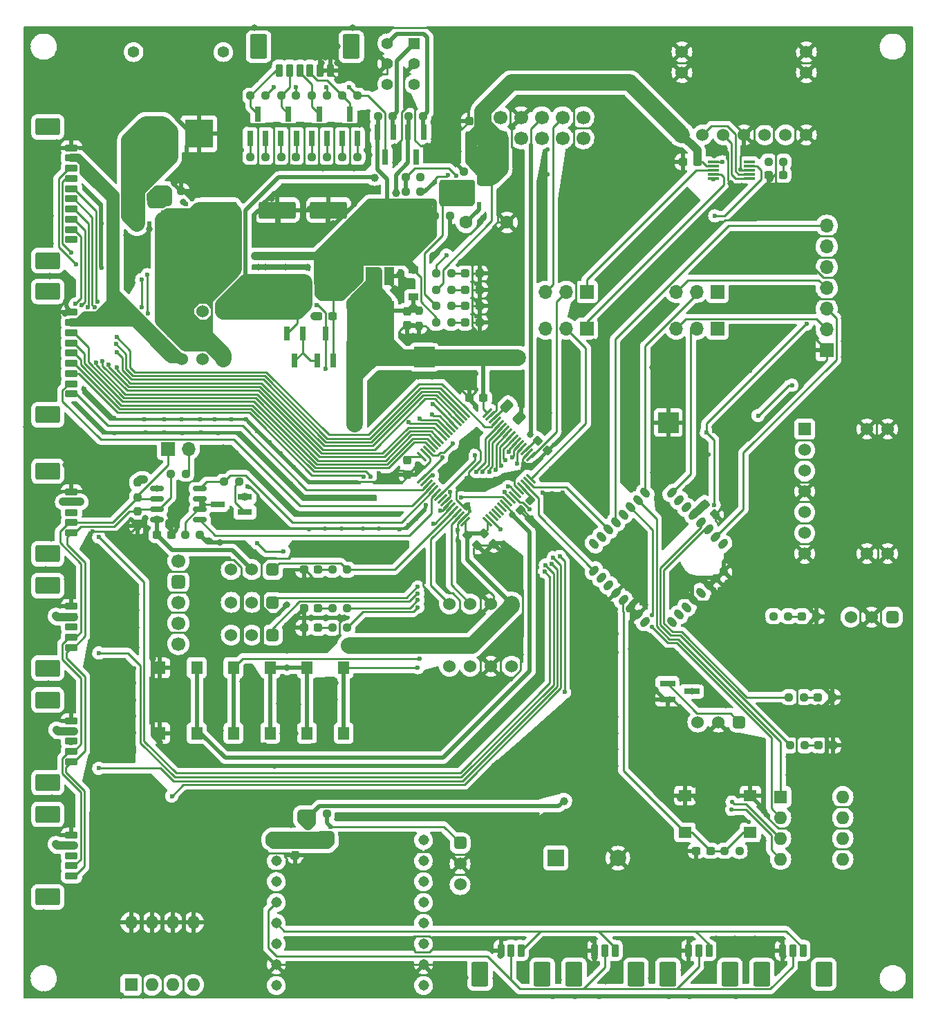
<source format=gtl>
%TF.GenerationSoftware,KiCad,Pcbnew,(6.0.11)*%
%TF.CreationDate,2023-08-10T00:18:59+09:00*%
%TF.ProjectId,main,6d61696e-2e6b-4696-9361-645f70636258,rev?*%
%TF.SameCoordinates,Original*%
%TF.FileFunction,Copper,L1,Top*%
%TF.FilePolarity,Positive*%
%FSLAX46Y46*%
G04 Gerber Fmt 4.6, Leading zero omitted, Abs format (unit mm)*
G04 Created by KiCad (PCBNEW (6.0.11)) date 2023-08-10 00:18:59*
%MOMM*%
%LPD*%
G01*
G04 APERTURE LIST*
G04 Aperture macros list*
%AMRoundRect*
0 Rectangle with rounded corners*
0 $1 Rounding radius*
0 $2 $3 $4 $5 $6 $7 $8 $9 X,Y pos of 4 corners*
0 Add a 4 corners polygon primitive as box body*
4,1,4,$2,$3,$4,$5,$6,$7,$8,$9,$2,$3,0*
0 Add four circle primitives for the rounded corners*
1,1,$1+$1,$2,$3*
1,1,$1+$1,$4,$5*
1,1,$1+$1,$6,$7*
1,1,$1+$1,$8,$9*
0 Add four rect primitives between the rounded corners*
20,1,$1+$1,$2,$3,$4,$5,0*
20,1,$1+$1,$4,$5,$6,$7,0*
20,1,$1+$1,$6,$7,$8,$9,0*
20,1,$1+$1,$8,$9,$2,$3,0*%
%AMHorizOval*
0 Thick line with rounded ends*
0 $1 width*
0 $2 $3 position (X,Y) of the first rounded end (center of the circle)*
0 $4 $5 position (X,Y) of the second rounded end (center of the circle)*
0 Add line between two ends*
20,1,$1,$2,$3,$4,$5,0*
0 Add two circle primitives to create the rounded ends*
1,1,$1,$2,$3*
1,1,$1,$4,$5*%
G04 Aperture macros list end*
%TA.AperFunction,SMDPad,CuDef*%
%ADD10RoundRect,0.237500X0.300000X0.237500X-0.300000X0.237500X-0.300000X-0.237500X0.300000X-0.237500X0*%
%TD*%
%TA.AperFunction,SMDPad,CuDef*%
%ADD11RoundRect,0.237500X0.380070X-0.044194X-0.044194X0.380070X-0.380070X0.044194X0.044194X-0.380070X0*%
%TD*%
%TA.AperFunction,SMDPad,CuDef*%
%ADD12R,1.400000X1.600000*%
%TD*%
%TA.AperFunction,SMDPad,CuDef*%
%ADD13RoundRect,0.237500X-0.237500X0.300000X-0.237500X-0.300000X0.237500X-0.300000X0.237500X0.300000X0*%
%TD*%
%TA.AperFunction,SMDPad,CuDef*%
%ADD14RoundRect,0.237500X-0.250000X-0.237500X0.250000X-0.237500X0.250000X0.237500X-0.250000X0.237500X0*%
%TD*%
%TA.AperFunction,SMDPad,CuDef*%
%ADD15RoundRect,0.237500X0.287500X0.237500X-0.287500X0.237500X-0.287500X-0.237500X0.287500X-0.237500X0*%
%TD*%
%TA.AperFunction,SMDPad,CuDef*%
%ADD16R,0.620000X0.575000*%
%TD*%
%TA.AperFunction,SMDPad,CuDef*%
%ADD17R,1.200000X0.900000*%
%TD*%
%TA.AperFunction,SMDPad,CuDef*%
%ADD18R,1.900000X0.800000*%
%TD*%
%TA.AperFunction,SMDPad,CuDef*%
%ADD19R,1.800000X0.800000*%
%TD*%
%TA.AperFunction,ComponentPad*%
%ADD20C,1.600000*%
%TD*%
%TA.AperFunction,SMDPad,CuDef*%
%ADD21RoundRect,0.237500X0.250000X0.237500X-0.250000X0.237500X-0.250000X-0.237500X0.250000X-0.237500X0*%
%TD*%
%TA.AperFunction,ComponentPad*%
%ADD22RoundRect,0.381000X-0.381000X0.381000X-0.381000X-0.381000X0.381000X-0.381000X0.381000X0.381000X0*%
%TD*%
%TA.AperFunction,ComponentPad*%
%ADD23C,1.524000*%
%TD*%
%TA.AperFunction,SMDPad,CuDef*%
%ADD24RoundRect,0.200000X-0.600000X0.200000X-0.600000X-0.200000X0.600000X-0.200000X0.600000X0.200000X0*%
%TD*%
%TA.AperFunction,SMDPad,CuDef*%
%ADD25RoundRect,0.250001X-1.249999X0.799999X-1.249999X-0.799999X1.249999X-0.799999X1.249999X0.799999X0*%
%TD*%
%TA.AperFunction,ComponentPad*%
%ADD26R,2.500000X2.500000*%
%TD*%
%TA.AperFunction,SMDPad,CuDef*%
%ADD27RoundRect,0.237500X-0.237500X0.250000X-0.237500X-0.250000X0.237500X-0.250000X0.237500X0.250000X0*%
%TD*%
%TA.AperFunction,ComponentPad*%
%ADD28R,1.524000X1.524000*%
%TD*%
%TA.AperFunction,ComponentPad*%
%ADD29R,1.700000X1.700000*%
%TD*%
%TA.AperFunction,ComponentPad*%
%ADD30O,1.700000X1.700000*%
%TD*%
%TA.AperFunction,SMDPad,CuDef*%
%ADD31RoundRect,0.237500X-0.287500X-0.237500X0.287500X-0.237500X0.287500X0.237500X-0.287500X0.237500X0*%
%TD*%
%TA.AperFunction,SMDPad,CuDef*%
%ADD32R,0.575000X0.620000*%
%TD*%
%TA.AperFunction,SMDPad,CuDef*%
%ADD33RoundRect,0.237500X0.237500X-0.300000X0.237500X0.300000X-0.237500X0.300000X-0.237500X-0.300000X0*%
%TD*%
%TA.AperFunction,ComponentPad*%
%ADD34R,1.600000X1.600000*%
%TD*%
%TA.AperFunction,ComponentPad*%
%ADD35O,1.600000X1.600000*%
%TD*%
%TA.AperFunction,SMDPad,CuDef*%
%ADD36RoundRect,0.200000X0.200000X0.600000X-0.200000X0.600000X-0.200000X-0.600000X0.200000X-0.600000X0*%
%TD*%
%TA.AperFunction,SMDPad,CuDef*%
%ADD37RoundRect,0.250001X0.799999X1.249999X-0.799999X1.249999X-0.799999X-1.249999X0.799999X-1.249999X0*%
%TD*%
%TA.AperFunction,SMDPad,CuDef*%
%ADD38RoundRect,0.237500X-0.380070X0.044194X0.044194X-0.380070X0.380070X-0.044194X-0.044194X0.380070X0*%
%TD*%
%TA.AperFunction,SMDPad,CuDef*%
%ADD39R,1.600000X1.400000*%
%TD*%
%TA.AperFunction,SMDPad,CuDef*%
%ADD40RoundRect,0.237500X0.237500X-0.250000X0.237500X0.250000X-0.237500X0.250000X-0.237500X-0.250000X0*%
%TD*%
%TA.AperFunction,SMDPad,CuDef*%
%ADD41RoundRect,0.250001X-1.999999X-0.799999X1.999999X-0.799999X1.999999X0.799999X-1.999999X0.799999X0*%
%TD*%
%TA.AperFunction,ComponentPad*%
%ADD42R,1.308000X1.308000*%
%TD*%
%TA.AperFunction,ComponentPad*%
%ADD43C,1.308000*%
%TD*%
%TA.AperFunction,SMDPad,CuDef*%
%ADD44RoundRect,0.250001X1.999999X0.799999X-1.999999X0.799999X-1.999999X-0.799999X1.999999X-0.799999X0*%
%TD*%
%TA.AperFunction,ComponentPad*%
%ADD45RoundRect,0.381000X-0.381000X-0.381000X0.381000X-0.381000X0.381000X0.381000X-0.381000X0.381000X0*%
%TD*%
%TA.AperFunction,SMDPad,CuDef*%
%ADD46R,1.200000X2.200000*%
%TD*%
%TA.AperFunction,SMDPad,CuDef*%
%ADD47R,5.800000X6.400000*%
%TD*%
%TA.AperFunction,ComponentPad*%
%ADD48R,1.400000X1.400000*%
%TD*%
%TA.AperFunction,ComponentPad*%
%ADD49C,1.400000*%
%TD*%
%TA.AperFunction,SMDPad,CuDef*%
%ADD50HorizOval,0.900000X-0.176777X-0.176777X0.176777X0.176777X0*%
%TD*%
%TA.AperFunction,SMDPad,CuDef*%
%ADD51HorizOval,0.900000X-0.176777X0.176777X0.176777X-0.176777X0*%
%TD*%
%TA.AperFunction,SMDPad,CuDef*%
%ADD52HorizOval,0.900000X-0.106066X0.106066X0.106066X-0.106066X0*%
%TD*%
%TA.AperFunction,SMDPad,CuDef*%
%ADD53R,0.800000X1.900000*%
%TD*%
%TA.AperFunction,SMDPad,CuDef*%
%ADD54RoundRect,0.200000X-0.200000X-0.600000X0.200000X-0.600000X0.200000X0.600000X-0.200000X0.600000X0*%
%TD*%
%TA.AperFunction,SMDPad,CuDef*%
%ADD55RoundRect,0.250001X-0.799999X-1.249999X0.799999X-1.249999X0.799999X1.249999X-0.799999X1.249999X0*%
%TD*%
%TA.AperFunction,SMDPad,CuDef*%
%ADD56R,1.400000X0.300000*%
%TD*%
%TA.AperFunction,SMDPad,CuDef*%
%ADD57RoundRect,0.075000X0.548008X-0.441942X-0.441942X0.548008X-0.548008X0.441942X0.441942X-0.548008X0*%
%TD*%
%TA.AperFunction,SMDPad,CuDef*%
%ADD58RoundRect,0.075000X0.548008X0.441942X0.441942X0.548008X-0.548008X-0.441942X-0.441942X-0.548008X0*%
%TD*%
%TA.AperFunction,SMDPad,CuDef*%
%ADD59RoundRect,0.237500X0.044194X0.380070X-0.380070X-0.044194X-0.044194X-0.380070X0.380070X0.044194X0*%
%TD*%
%TA.AperFunction,ComponentPad*%
%ADD60RoundRect,0.381000X0.381000X-0.381000X0.381000X0.381000X-0.381000X0.381000X-0.381000X-0.381000X0*%
%TD*%
%TA.AperFunction,SMDPad,CuDef*%
%ADD61RoundRect,0.237500X-0.300000X-0.237500X0.300000X-0.237500X0.300000X0.237500X-0.300000X0.237500X0*%
%TD*%
%TA.AperFunction,SMDPad,CuDef*%
%ADD62R,0.800000X1.800000*%
%TD*%
%TA.AperFunction,ComponentPad*%
%ADD63RoundRect,0.425000X-0.425000X-0.425000X0.425000X-0.425000X0.425000X0.425000X-0.425000X0.425000X0*%
%TD*%
%TA.AperFunction,ComponentPad*%
%ADD64C,1.700000*%
%TD*%
%TA.AperFunction,ComponentPad*%
%ADD65R,3.500000X3.500000*%
%TD*%
%TA.AperFunction,ComponentPad*%
%ADD66C,3.500000*%
%TD*%
%TA.AperFunction,ComponentPad*%
%ADD67R,2.000000X2.000000*%
%TD*%
%TA.AperFunction,ComponentPad*%
%ADD68C,2.000000*%
%TD*%
%TA.AperFunction,SMDPad,CuDef*%
%ADD69RoundRect,0.250000X0.574524X0.097227X0.097227X0.574524X-0.574524X-0.097227X-0.097227X-0.574524X0*%
%TD*%
%TA.AperFunction,SMDPad,CuDef*%
%ADD70RoundRect,0.150000X0.675000X0.150000X-0.675000X0.150000X-0.675000X-0.150000X0.675000X-0.150000X0*%
%TD*%
%TA.AperFunction,ComponentPad*%
%ADD71RoundRect,0.250000X0.600000X-0.600000X0.600000X0.600000X-0.600000X0.600000X-0.600000X-0.600000X0*%
%TD*%
%TA.AperFunction,ViaPad*%
%ADD72C,0.600000*%
%TD*%
%TA.AperFunction,ViaPad*%
%ADD73C,0.800000*%
%TD*%
%TA.AperFunction,ViaPad*%
%ADD74C,0.550000*%
%TD*%
%TA.AperFunction,ViaPad*%
%ADD75C,1.000000*%
%TD*%
%TA.AperFunction,ViaPad*%
%ADD76C,2.000000*%
%TD*%
%TA.AperFunction,Conductor*%
%ADD77C,0.500000*%
%TD*%
%TA.AperFunction,Conductor*%
%ADD78C,0.250000*%
%TD*%
%TA.AperFunction,Conductor*%
%ADD79C,1.000000*%
%TD*%
%TA.AperFunction,Conductor*%
%ADD80C,2.000000*%
%TD*%
G04 APERTURE END LIST*
D10*
%TO.P,C17,1*%
%TO.N,+5V*%
X96112500Y-79840000D03*
%TO.P,C17,2*%
%TO.N,GND*%
X94387500Y-79840000D03*
%TD*%
D11*
%TO.P,C21,1*%
%TO.N,GND*%
X142959880Y-104049880D03*
%TO.P,C21,2*%
%TO.N,+3.3V*%
X141740120Y-102830120D03*
%TD*%
D12*
%TO.P,SW7,1,A*%
%TO.N,NRST*%
X79500000Y-130840000D03*
X79500000Y-122840000D03*
%TO.P,SW7,2,B*%
%TO.N,GND*%
X75000000Y-122840000D03*
X75000000Y-130840000D03*
%TD*%
D13*
%TO.P,C22,1*%
%TO.N,+3.3V*%
X105250000Y-79227500D03*
%TO.P,C22,2*%
%TO.N,GND*%
X105250000Y-80952500D03*
%TD*%
D14*
%TO.P,R67,1*%
%TO.N,Display2_H*%
X93587500Y-52840000D03*
%TO.P,R67,2*%
%TO.N,Display_Pw_H*%
X95412500Y-52840000D03*
%TD*%
%TO.P,R47,1*%
%TO.N,Net-(D15-Pad2)*%
X96087500Y-115540000D03*
%TO.P,R47,2*%
%TO.N,LED1*%
X97912500Y-115540000D03*
%TD*%
%TO.P,R69,1*%
%TO.N,Display4_H*%
X86087500Y-52840000D03*
%TO.P,R69,2*%
%TO.N,Display_Pw_H*%
X87912500Y-52840000D03*
%TD*%
%TO.P,R48,1*%
%TO.N,Net-(D16-Pad2)*%
X96087500Y-117940000D03*
%TO.P,R48,2*%
%TO.N,LED2*%
X97912500Y-117940000D03*
%TD*%
D10*
%TO.P,C18,1*%
%TO.N,+3.3V*%
X114612500Y-89840000D03*
%TO.P,C18,2*%
%TO.N,GND*%
X112887500Y-89840000D03*
%TD*%
D15*
%TO.P,D8,1,K*%
%TO.N,GND*%
X114125000Y-74590000D03*
%TO.P,D8,2,A*%
%TO.N,Net-(D8-Pad2)*%
X112375000Y-74590000D03*
%TD*%
D14*
%TO.P,R68,1*%
%TO.N,Display3_H*%
X89837500Y-52840000D03*
%TO.P,R68,2*%
%TO.N,Display_Pw_H*%
X91662500Y-52840000D03*
%TD*%
D16*
%TO.P,Q9,1,D*%
%TO.N,/VSYS*%
X92300000Y-78478000D03*
%TO.P,Q9,2,D*%
X93250000Y-78478000D03*
%TO.P,Q9,3,G*%
%TO.N,Net-(Q10-Pad3)*%
X94200000Y-78478000D03*
%TO.P,Q9,4,S*%
%TO.N,+5V*%
X94200000Y-75702000D03*
%TO.P,Q9,5,D*%
%TO.N,/VSYS*%
X93250000Y-75702000D03*
%TO.P,Q9,6,D*%
X92300000Y-75702000D03*
%TD*%
D17*
%TO.P,D7,1,K*%
%TO.N,+5V*%
X106000000Y-74190000D03*
%TO.P,D7,2,A*%
%TO.N,+3.3V*%
X106000000Y-77490000D03*
%TD*%
D18*
%TO.P,Q6,1,G*%
%TO.N,PRG*%
X137150000Y-124790000D03*
%TO.P,Q6,2,S*%
%TO.N,GND*%
X137150000Y-126690000D03*
%TO.P,Q6,3,D*%
%TO.N,Net-(D6-Pad2)*%
X140150000Y-125740000D03*
%TD*%
D19*
%TO.P,Q14,1,B*%
%TO.N,Net-(Q14-Pad1)*%
X85400000Y-103790000D03*
%TO.P,Q14,2,E*%
%TO.N,+3.3V*%
X85400000Y-101890000D03*
%TO.P,Q14,3,C*%
%TO.N,Net-(Q14-Pad3)*%
X82100000Y-102840000D03*
%TD*%
D20*
%TO.P,C15,1*%
%TO.N,GND*%
X117500000Y-68340000D03*
%TO.P,C15,2*%
%TO.N,Net-(C15-Pad2)*%
X112500000Y-68340000D03*
%TD*%
D21*
%TO.P,R39,1*%
%TO.N,Net-(D13-Pad2)*%
X153862500Y-126440000D03*
%TO.P,R39,2*%
%TO.N,Twe_LED1*%
X152037500Y-126440000D03*
%TD*%
D22*
%TO.P,SW4,1,A*%
%TO.N,PRG*%
X145940000Y-129490000D03*
D23*
%TO.P,SW4,2,B*%
%TO.N,GND*%
X143400000Y-129490000D03*
%TO.P,SW4,3,C*%
%TO.N,unconnected-(SW4-Pad3)*%
X140860000Y-129490000D03*
%TD*%
D16*
%TO.P,Q8,1,D*%
%TO.N,IndicatorLED*%
X112150000Y-66140000D03*
%TO.P,Q8,2,D*%
X113100000Y-66140000D03*
%TO.P,Q8,3,G*%
%TO.N,Net-(C15-Pad2)*%
X114050000Y-66140000D03*
%TO.P,Q8,4,S*%
%TO.N,VBUS*%
X114050000Y-63364000D03*
%TO.P,Q8,5,D*%
%TO.N,IndicatorLED*%
X113100000Y-63364000D03*
%TO.P,Q8,6,D*%
X112150000Y-63364000D03*
%TD*%
D14*
%TO.P,R70,1*%
%TO.N,+5V*%
X93587500Y-140690000D03*
%TO.P,R70,2*%
%TO.N,Net-(Q25-Pad3)*%
X95412500Y-140690000D03*
%TD*%
D24*
%TO.P,J10,1,Pin_1*%
%TO.N,GND*%
X64150000Y-143340000D03*
%TO.P,J10,2,Pin_2*%
%TO.N,MD4_Pw*%
X64150000Y-144590000D03*
%TO.P,J10,3,Pin_3*%
%TO.N,Net-(J10-Pad3)*%
X64150000Y-145840000D03*
%TO.P,J10,4,Pin_4*%
%TO.N,RS485_MD_A*%
X64150000Y-147090000D03*
%TO.P,J10,5,Pin_5*%
%TO.N,RS485_MD_B*%
X64150000Y-148340000D03*
D25*
%TO.P,J10,MP*%
%TO.N,N/C*%
X61250000Y-140790000D03*
X61250000Y-150890000D03*
%TD*%
D22*
%TO.P,U3,1,VI*%
%TO.N,VDD*%
X82790000Y-85118000D03*
D23*
%TO.P,U3,2,GND*%
%TO.N,GND*%
X80250000Y-85118000D03*
%TO.P,U3,3,VO*%
%TO.N,/5V_UI*%
X77710000Y-85118000D03*
%TD*%
D26*
%TO.P,H4,1,1*%
%TO.N,GND*%
X137250000Y-92840000D03*
%TD*%
D21*
%TO.P,R65,1*%
%TO.N,Display4_L*%
X87912500Y-60340000D03*
%TO.P,R65,2*%
%TO.N,Display_Pw_L*%
X86087500Y-60340000D03*
%TD*%
D26*
%TO.P,H3,1,1*%
%TO.N,+5V*%
X106150000Y-70140000D03*
%TD*%
D21*
%TO.P,R62,1*%
%TO.N,Display1_L*%
X99162500Y-60340000D03*
%TO.P,R62,2*%
%TO.N,Display_Pw_L*%
X97337500Y-60340000D03*
%TD*%
D27*
%TO.P,R58,1*%
%TO.N,RS485_MD_B*%
X72250000Y-103677500D03*
%TO.P,R58,2*%
%TO.N,GND*%
X72250000Y-105502500D03*
%TD*%
D23*
%TO.P,J5,A1,GND*%
%TO.N,GND*%
X146545000Y-57630000D03*
X154165000Y-57630000D03*
D28*
%TO.P,J5,A4,VBUS*%
%TO.N,VBUS*%
X138925000Y-57630000D03*
D23*
%TO.P,J5,A5,CC1*%
%TO.N,Net-(J5-PadA5)*%
X149085000Y-57630000D03*
%TO.P,J5,A6,D+*%
%TO.N,Net-(J5-PadA6)*%
X144005000Y-57630000D03*
%TO.P,J5,A7,D-*%
%TO.N,Net-(J5-PadA7)*%
X141465000Y-57630000D03*
%TO.P,J5,B5,CC2*%
%TO.N,Net-(J5-PadB5)*%
X151625000Y-57630000D03*
%TO.P,J5,S1,SHIELD*%
%TO.N,GND*%
X154165000Y-50010000D03*
X154165000Y-47470000D03*
X138925000Y-47470000D03*
X138925000Y-50010000D03*
%TD*%
D29*
%TO.P,JP5,1,A*%
%TO.N,RS485_MD_A*%
X75995000Y-96090000D03*
D30*
%TO.P,JP5,2,B*%
%TO.N,Net-(JP5-Pad2)*%
X78535000Y-96090000D03*
%TD*%
D14*
%TO.P,R52,1*%
%TO.N,Net-(Q14-Pad3)*%
X78087500Y-106590000D03*
%TO.P,R52,2*%
%TO.N,GND*%
X79912500Y-106590000D03*
%TD*%
D24*
%TO.P,J8,1,Pin_1*%
%TO.N,GND*%
X64150000Y-115340000D03*
%TO.P,J8,2,Pin_2*%
%TO.N,MD2_Pw*%
X64150000Y-116590000D03*
%TO.P,J8,3,Pin_3*%
%TO.N,Net-(J8-Pad3)*%
X64150000Y-117840000D03*
%TO.P,J8,4,Pin_4*%
%TO.N,RS485_MD_A*%
X64150000Y-119090000D03*
%TO.P,J8,5,Pin_5*%
%TO.N,RS485_MD_B*%
X64150000Y-120340000D03*
D25*
%TO.P,J8,MP*%
%TO.N,N/C*%
X61250000Y-122890000D03*
X61250000Y-112790000D03*
%TD*%
D15*
%TO.P,D13,1,K*%
%TO.N,GND*%
X157325000Y-126440000D03*
%TO.P,D13,2,A*%
%TO.N,Net-(D13-Pad2)*%
X155575000Y-126440000D03*
%TD*%
D21*
%TO.P,R18,1*%
%TO.N,+3.3V*%
X145962500Y-145240000D03*
%TO.P,R18,2*%
%TO.N,RST*%
X144137500Y-145240000D03*
%TD*%
D24*
%TO.P,J7,1,Pin_1*%
%TO.N,GND*%
X64150000Y-101340000D03*
%TO.P,J7,2,Pin_2*%
%TO.N,MD1_Pw*%
X64150000Y-102590000D03*
%TO.P,J7,3,Pin_3*%
%TO.N,Net-(J7-Pad3)*%
X64150000Y-103840000D03*
%TO.P,J7,4,Pin_4*%
%TO.N,RS485_MD_A*%
X64150000Y-105090000D03*
%TO.P,J7,5,Pin_5*%
%TO.N,RS485_MD_B*%
X64150000Y-106340000D03*
D25*
%TO.P,J7,MP*%
%TO.N,N/C*%
X61250000Y-98790000D03*
X61250000Y-108890000D03*
%TD*%
D31*
%TO.P,D12,1,K*%
%TO.N,GND*%
X92625000Y-110840000D03*
%TO.P,D12,2,A*%
%TO.N,Net-(D12-Pad2)*%
X94375000Y-110840000D03*
%TD*%
D23*
%TO.P,U8,2,GND*%
%TO.N,GND*%
X115520000Y-122650000D03*
X115520000Y-115030000D03*
%TO.P,U8,3,VDD*%
%TO.N,+3.3V*%
X118060000Y-115030000D03*
%TO.P,U8,11,~{RESET}*%
%TO.N,gyro_reset*%
X110440000Y-122650000D03*
%TO.P,U8,14,INT*%
%TO.N,unconnected-(U8-Pad14)*%
X112980000Y-122650000D03*
%TO.P,U8,19,COM1*%
%TO.N,I2C1_SCL*%
X110440000Y-115030000D03*
%TO.P,U8,20,COM0*%
%TO.N,I2C1_SDA*%
X112980000Y-115030000D03*
%TO.P,U8,28,VDDIO*%
%TO.N,unconnected-(U8-Pad28)*%
X118060000Y-122650000D03*
%TD*%
D21*
%TO.P,R63,1*%
%TO.N,Display2_L*%
X95412500Y-60340000D03*
%TO.P,R63,2*%
%TO.N,Display_Pw_L*%
X93587500Y-60340000D03*
%TD*%
D29*
%TO.P,J4,1,Pin_1*%
%TO.N,GND*%
X156650000Y-83990000D03*
D30*
%TO.P,J4,2,Pin_2*%
%TO.N,TweR3RX*%
X156650000Y-81450000D03*
%TO.P,J4,3,Pin_3*%
%TO.N,PRG*%
X156650000Y-78910000D03*
%TO.P,J4,4,Pin_4*%
%TO.N,TweR3TX*%
X156650000Y-76370000D03*
%TO.P,J4,5,Pin_5*%
%TO.N,RST*%
X156650000Y-73830000D03*
%TO.P,J4,6,Pin_6*%
%TO.N,unconnected-(J4-Pad6)*%
X156650000Y-71290000D03*
%TO.P,J4,7,Pin_7*%
%TO.N,SET*%
X156650000Y-68750000D03*
%TD*%
D32*
%TO.P,Q25,1,D*%
%TO.N,DFPlayer_Pw*%
X95888000Y-144190000D03*
%TO.P,Q25,2,D*%
X95888000Y-143240000D03*
%TO.P,Q25,3,G*%
%TO.N,Net-(Q25-Pad3)*%
X95888000Y-142290000D03*
%TO.P,Q25,4,S*%
%TO.N,+5V*%
X93112000Y-142290000D03*
%TO.P,Q25,5,D*%
%TO.N,DFPlayer_Pw*%
X93112000Y-143240000D03*
%TO.P,Q25,6,D*%
X93112000Y-144190000D03*
%TD*%
D33*
%TO.P,C9,1*%
%TO.N,VBUS*%
X112850000Y-57702500D03*
%TO.P,C9,2*%
%TO.N,GND*%
X112850000Y-55977500D03*
%TD*%
D34*
%TO.P,SW5,1*%
%TO.N,Twe_SW1*%
X151000000Y-138640000D03*
D35*
%TO.P,SW5,2*%
%TO.N,Twe_SW2*%
X151000000Y-141180000D03*
%TO.P,SW5,3*%
%TO.N,Twe_SW3*%
X151000000Y-143720000D03*
%TO.P,SW5,4*%
%TO.N,Twe_SW4*%
X151000000Y-146260000D03*
%TO.P,SW5,5*%
%TO.N,+3.3V*%
X158620000Y-146260000D03*
%TO.P,SW5,6*%
X158620000Y-143720000D03*
%TO.P,SW5,7*%
X158620000Y-141180000D03*
%TO.P,SW5,8*%
X158620000Y-138640000D03*
%TD*%
D13*
%TO.P,C25,1*%
%TO.N,+3.3V*%
X105250000Y-97477500D03*
%TO.P,C25,2*%
%TO.N,GND*%
X105250000Y-99202500D03*
%TD*%
D21*
%TO.P,R40,1*%
%TO.N,Net-(D14-Pad2)*%
X153962500Y-132340000D03*
%TO.P,R40,2*%
%TO.N,Twe_LED2*%
X152137500Y-132340000D03*
%TD*%
D36*
%TO.P,J2,1,Pin_1*%
%TO.N,GND*%
X95875000Y-49740000D03*
%TO.P,J2,2,Pin_2*%
X94625000Y-49740000D03*
%TO.P,J2,3,Pin_3*%
%TO.N,Display1_H*%
X93375000Y-49740000D03*
%TO.P,J2,4,Pin_4*%
%TO.N,Display2_H*%
X92125000Y-49740000D03*
%TO.P,J2,5,Pin_5*%
%TO.N,Display3_H*%
X90875000Y-49740000D03*
%TO.P,J2,6,Pin_6*%
%TO.N,Display4_H*%
X89625000Y-49740000D03*
D37*
%TO.P,J2,MP*%
%TO.N,N/C*%
X87075000Y-46840000D03*
X98425000Y-46840000D03*
%TD*%
D15*
%TO.P,D2,1,K*%
%TO.N,GND*%
X155362500Y-116540000D03*
%TO.P,D2,2,A*%
%TO.N,Net-(D2-Pad2)*%
X153612500Y-116540000D03*
%TD*%
D38*
%TO.P,C19,1*%
%TO.N,+3.3V*%
X121240120Y-95030120D03*
%TO.P,C19,2*%
%TO.N,GND*%
X122459880Y-96249880D03*
%TD*%
D29*
%TO.P,JP4,1,A*%
%TO.N,F446USBRX*%
X127275000Y-81340000D03*
D30*
%TO.P,JP4,2,C*%
%TO.N,MainTX2_F446WriteRX*%
X124735000Y-81340000D03*
%TO.P,JP4,3,B*%
%TO.N,STLinkRX*%
X122195000Y-81340000D03*
%TD*%
D39*
%TO.P,SW3,1,A*%
%TO.N,RST*%
X139300000Y-142990000D03*
X147300000Y-142990000D03*
%TO.P,SW3,2,B*%
%TO.N,GND*%
X147300000Y-138490000D03*
X139300000Y-138490000D03*
%TD*%
D40*
%TO.P,R38,1*%
%TO.N,GND*%
X106750000Y-81002500D03*
%TO.P,R38,2*%
%TO.N,+3.3V*%
X106750000Y-79177500D03*
%TD*%
D14*
%TO.P,R54,1*%
%TO.N,+3.3V*%
X105425000Y-55340000D03*
%TO.P,R54,2*%
%TO.N,Net-(Q16-Pad1)*%
X107250000Y-55340000D03*
%TD*%
D15*
%TO.P,D14,1,K*%
%TO.N,GND*%
X157425000Y-132340000D03*
%TO.P,D14,2,A*%
%TO.N,Net-(D14-Pad2)*%
X155675000Y-132340000D03*
%TD*%
D21*
%TO.P,R26,1*%
%TO.N,GND*%
X110500000Y-67590000D03*
%TO.P,R26,2*%
%TO.N,+5V*%
X108675000Y-67590000D03*
%TD*%
D41*
%TO.P,C5,1*%
%TO.N,VDD*%
X82150000Y-66840000D03*
%TO.P,C5,2*%
%TO.N,GND*%
X89350000Y-66840000D03*
%TD*%
D42*
%TO.P,U10,1,VCC*%
%TO.N,DFPlayer_Pw*%
X89233000Y-143950000D03*
D43*
%TO.P,U10,2,RX*%
%TO.N,MainTX1_DFPlayerRX*%
X89233000Y-146490000D03*
%TO.P,U10,3,TX*%
%TO.N,MainRX1_DFPlayerTX*%
X89233000Y-149030000D03*
%TO.P,U10,4,DAC_R*%
%TO.N,DAC_R*%
X89233000Y-151570000D03*
%TO.P,U10,5,DAC_L*%
%TO.N,DAC_L*%
X89233000Y-154110000D03*
%TO.P,U10,6,SPK1*%
%TO.N,unconnected-(U10-Pad6)*%
X89233000Y-156650000D03*
%TO.P,U10,7,GND*%
%TO.N,GND*%
X89233000Y-159190000D03*
%TO.P,U10,8,SPK2*%
%TO.N,unconnected-(U10-Pad8)*%
X89233000Y-161730000D03*
%TO.P,U10,9,IO1*%
%TO.N,unconnected-(U10-Pad9)*%
X107267000Y-161730000D03*
%TO.P,U10,10,GND*%
%TO.N,GND*%
X107267000Y-159190000D03*
%TO.P,U10,11,IO2*%
%TO.N,unconnected-(U10-Pad11)*%
X107267000Y-156650000D03*
%TO.P,U10,12,ADKEY1*%
%TO.N,unconnected-(U10-Pad12)*%
X107267000Y-154110000D03*
%TO.P,U10,13,ADKEY2*%
%TO.N,unconnected-(U10-Pad13)*%
X107267000Y-151570000D03*
%TO.P,U10,14,USB+*%
%TO.N,unconnected-(U10-Pad14)*%
X107267000Y-149030000D03*
%TO.P,U10,15,USB-*%
%TO.N,unconnected-(U10-Pad15)*%
X107267000Y-146490000D03*
%TO.P,U10,16,BUSY*%
%TO.N,unconnected-(U10-Pad16)*%
X107267000Y-143950000D03*
%TD*%
D10*
%TO.P,C14,1*%
%TO.N,RST*%
X142412500Y-145240000D03*
%TO.P,C14,2*%
%TO.N,GND*%
X140687500Y-145240000D03*
%TD*%
D34*
%TO.P,SW12,1*%
%TO.N,MD1*%
X71450000Y-161640000D03*
D35*
%TO.P,SW12,2*%
%TO.N,MD2*%
X73990000Y-161640000D03*
%TO.P,SW12,3*%
%TO.N,MD3*%
X76530000Y-161640000D03*
%TO.P,SW12,4*%
%TO.N,MD4*%
X79070000Y-161640000D03*
%TO.P,SW12,5*%
%TO.N,GND*%
X79070000Y-154020000D03*
%TO.P,SW12,6*%
X76530000Y-154020000D03*
%TO.P,SW12,7*%
X73990000Y-154020000D03*
%TO.P,SW12,8*%
X71450000Y-154020000D03*
%TD*%
D44*
%TO.P,C16,1*%
%TO.N,+5V*%
X102850000Y-66840000D03*
%TO.P,C16,2*%
%TO.N,GND*%
X95650000Y-66840000D03*
%TD*%
D31*
%TO.P,D3,1,K*%
%TO.N,GND*%
X149575000Y-62540000D03*
%TO.P,D3,2,A*%
%TO.N,Net-(D3-Pad2)*%
X151325000Y-62540000D03*
%TD*%
D15*
%TO.P,D10,1,K*%
%TO.N,GND*%
X114125000Y-78590000D03*
%TO.P,D10,2,A*%
%TO.N,Net-(D10-Pad2)*%
X112375000Y-78590000D03*
%TD*%
D45*
%TO.P,SW14,1,A*%
%TO.N,Net-(Q25-Pad3)*%
X111750000Y-144300000D03*
D23*
%TO.P,SW14,2,B*%
%TO.N,GND*%
X111750000Y-146840000D03*
%TO.P,SW14,3,C*%
%TO.N,unconnected-(SW14-Pad3)*%
X111750000Y-149380000D03*
%TD*%
D14*
%TO.P,R1,1*%
%TO.N,/S-S*%
X75787500Y-64540000D03*
%TO.P,R1,2*%
%TO.N,GND*%
X77612500Y-64540000D03*
%TD*%
D46*
%TO.P,U5,1,GND*%
%TO.N,GND*%
X103030000Y-74890000D03*
D47*
%TO.P,U5,2,VO*%
%TO.N,+3.3V*%
X100750000Y-81190000D03*
D46*
X100750000Y-74890000D03*
%TO.P,U5,3,VI*%
%TO.N,+5V*%
X98470000Y-74890000D03*
%TD*%
D21*
%TO.P,R64,1*%
%TO.N,Display3_L*%
X91662500Y-60340000D03*
%TO.P,R64,2*%
%TO.N,Display_Pw_L*%
X89837500Y-60340000D03*
%TD*%
D48*
%TO.P,SW13,1,A*%
%TO.N,Net-(Q15-Pad1)*%
X106150000Y-46432500D03*
D49*
%TO.P,SW13,2,B*%
%TO.N,GND*%
X106150000Y-48932500D03*
%TO.P,SW13,3,C*%
%TO.N,unconnected-(SW13-Pad3)*%
X106150000Y-51432500D03*
%TO.P,SW13,4,A*%
%TO.N,Net-(Q16-Pad1)*%
X102850000Y-46432500D03*
%TO.P,SW13,5,B*%
%TO.N,GND*%
X102850000Y-48932500D03*
%TO.P,SW13,6,C*%
%TO.N,unconnected-(SW13-Pad6)*%
X102850000Y-51432500D03*
%TD*%
D27*
%TO.P,R57,1*%
%TO.N,+3.3V*%
X72250000Y-100177500D03*
%TO.P,R57,2*%
%TO.N,RS485_MD_A*%
X72250000Y-102002500D03*
%TD*%
D50*
%TO.P,U6,1,DO0/PWM2*%
%TO.N,unconnected-(U6-Pad1)*%
X143955454Y-107720725D03*
%TO.P,U6,2,DO1/PWM3*%
%TO.N,PRG*%
X143057428Y-106822700D03*
%TO.P,U6,3,DIO18/DO1*%
%TO.N,Twe_LED1*%
X142159403Y-105924674D03*
%TO.P,U6,4,DIO19/DO2*%
%TO.N,Twe_LED2*%
X141261377Y-105026649D03*
%TO.P,U6,5,VCC*%
%TO.N,+3.3V*%
X140363351Y-104128623D03*
%TO.P,U6,6,DIO4/DO3*%
%TO.N,unconnected-(U6-Pad6)*%
X139465326Y-103230597D03*
%TO.P,U6,7,DIO5/PWM1*%
%TO.N,unconnected-(U6-Pad7)*%
X138567300Y-102332572D03*
%TO.P,U6,8,DIO6/TX*%
%TO.N,TweWriteRX_TweTX0*%
X137669275Y-101434546D03*
D51*
%TO.P,U6,9,DIO7/RX*%
%TO.N,TweWriteTX_TweRX0*%
X134430725Y-101434546D03*
%TO.P,U6,10,DIO8/PWM4*%
%TO.N,Twe_SW1*%
X133532700Y-102332572D03*
%TO.P,U6,11,DIO9/DO4*%
%TO.N,Twe_SW2*%
X132634674Y-103230597D03*
%TO.P,U6,12,DIO10/M1*%
%TO.N,unconnected-(U6-Pad12)*%
X131736649Y-104128623D03*
%TO.P,U6,13,DIO12/DI1*%
%TO.N,SET*%
X130838623Y-105026649D03*
%TO.P,U6,14,DIO14/SCL*%
%TO.N,MainRX4_TweTX1*%
X129940597Y-105924674D03*
%TO.P,U6,15,DIO13/DI2*%
%TO.N,Twe_SW3*%
X129042572Y-106822700D03*
%TO.P,U6,16,DIO11/DI3*%
%TO.N,unconnected-(U6-Pad16)*%
X128144546Y-107720725D03*
D50*
%TO.P,U6,17,DIO15/SDA*%
%TO.N,MainTX4_TweRX1*%
X128144546Y-110959275D03*
%TO.P,U6,18,DIO16/DI4*%
%TO.N,Twe_SW4*%
X129042572Y-111857300D03*
%TO.P,U6,19,DIO17/BPS*%
%TO.N,unconnected-(U6-Pad19)*%
X129940597Y-112755326D03*
%TO.P,U6,20,GND*%
%TO.N,GND*%
X130838623Y-113653351D03*
%TO.P,U6,21,~{RESET}*%
%TO.N,RST*%
X131736649Y-114551377D03*
%TO.P,U6,22,ADC2/AI3*%
%TO.N,GND*%
X132634674Y-115449403D03*
%TO.P,U6,23,ADC1/AI1*%
X133532700Y-116347428D03*
%TO.P,U6,24,DIO0/AI2*%
%TO.N,unconnected-(U6-Pad24)*%
X134430725Y-117245454D03*
D51*
%TO.P,U6,25,DIO1/AI4*%
%TO.N,unconnected-(U6-Pad25)*%
X137669275Y-117245454D03*
%TO.P,U6,26,DIO2/M2*%
%TO.N,unconnected-(U6-Pad26)*%
X138567300Y-116347428D03*
%TO.P,U6,27,DIO3/M3*%
%TO.N,unconnected-(U6-Pad27)*%
X139465326Y-115449403D03*
%TO.P,U6,28,GND*%
%TO.N,GND*%
X140363351Y-114551377D03*
%TO.P,U6,29,NC*%
%TO.N,unconnected-(U6-Pad29)*%
X141261377Y-113653351D03*
%TO.P,U6,30,GND*%
%TO.N,GND*%
X142159403Y-112755326D03*
D52*
%TO.P,U6,31,GND*%
X143128139Y-111928011D03*
%TO.P,U6,32,GND*%
X144026164Y-111029985D03*
%TD*%
D16*
%TO.P,Q11,1,D*%
%TO.N,IndicatorLED*%
X110550000Y-63364000D03*
%TO.P,Q11,2,D*%
X109600000Y-63364000D03*
%TO.P,Q11,3,G*%
%TO.N,Net-(C15-Pad2)*%
X108650000Y-63364000D03*
%TO.P,Q11,4,S*%
%TO.N,+5V*%
X108650000Y-66140000D03*
%TO.P,Q11,5,D*%
%TO.N,IndicatorLED*%
X109600000Y-66140000D03*
%TO.P,Q11,6,D*%
X110550000Y-66140000D03*
%TD*%
D32*
%TO.P,Q3,1,D*%
%TO.N,VDD*%
X78138000Y-68040000D03*
%TO.P,Q3,2,D*%
X78138000Y-67090000D03*
%TO.P,Q3,3,G*%
%TO.N,Net-(C1-Pad2)*%
X78138000Y-66140000D03*
%TO.P,Q3,4,S*%
%TO.N,/S-S*%
X75362000Y-66140000D03*
%TO.P,Q3,5,D*%
%TO.N,VDD*%
X75362000Y-67090000D03*
%TO.P,Q3,6,D*%
X75362000Y-68040000D03*
%TD*%
D53*
%TO.P,Q23,1,G*%
%TO.N,Display_Pw_L*%
X89800000Y-58090000D03*
%TO.P,Q23,2,S*%
%TO.N,Display3_L*%
X91700000Y-58090000D03*
%TO.P,Q23,3,D*%
%TO.N,Display3_H*%
X90750000Y-55090000D03*
%TD*%
D13*
%TO.P,C35,1*%
%TO.N,DFPlayer_Pw*%
X91550000Y-144027500D03*
%TO.P,C35,2*%
%TO.N,GND*%
X91550000Y-145752500D03*
%TD*%
D54*
%TO.P,J13,1,Pin_1*%
%TO.N,GND*%
X116750000Y-157440000D03*
%TO.P,J13,2,Pin_2*%
%TO.N,DAC_R*%
X118000000Y-157440000D03*
%TO.P,J13,3,Pin_3*%
%TO.N,DAC_L*%
X119250000Y-157440000D03*
D55*
%TO.P,J13,MP*%
%TO.N,N/C*%
X114200000Y-160340000D03*
X121800000Y-160340000D03*
%TD*%
D14*
%TO.P,R53,1*%
%TO.N,+5V*%
X101675000Y-55340000D03*
%TO.P,R53,2*%
%TO.N,Net-(Q15-Pad1)*%
X103500000Y-55340000D03*
%TD*%
D53*
%TO.P,Q21,1,G*%
%TO.N,Display_Pw_L*%
X97300000Y-58090000D03*
%TO.P,Q21,2,S*%
%TO.N,Display1_L*%
X99200000Y-58090000D03*
%TO.P,Q21,3,D*%
%TO.N,Display1_H*%
X98250000Y-55090000D03*
%TD*%
D12*
%TO.P,SW11,1,A*%
%TO.N,Tact_Switch2*%
X97500000Y-130840000D03*
X97500000Y-122840000D03*
%TO.P,SW11,2,B*%
%TO.N,+3.3V*%
X93000000Y-130840000D03*
X93000000Y-122840000D03*
%TD*%
D56*
%TO.P,U2,1,UD+*%
%TO.N,Net-(J5-PadA6)*%
X147150000Y-62940000D03*
%TO.P,U2,2,UD-*%
%TO.N,Net-(J5-PadA7)*%
X147150000Y-62440000D03*
%TO.P,U2,3,GND*%
%TO.N,GND*%
X147150000Y-61940000D03*
%TO.P,U2,4,~{RTS}*%
%TO.N,NRST*%
X147150000Y-61440000D03*
%TO.P,U2,5,~{CTS}*%
%TO.N,unconnected-(U2-Pad5)*%
X147150000Y-60940000D03*
%TO.P,U2,6,TNOW*%
%TO.N,Net-(R12-Pad2)*%
X142750000Y-60940000D03*
%TO.P,U2,7,VCC*%
%TO.N,VBUS*%
X142750000Y-61440000D03*
%TO.P,U2,8,TXD*%
%TO.N,F446USBTX*%
X142750000Y-61940000D03*
%TO.P,U2,9,RXD*%
%TO.N,F446USBRX*%
X142750000Y-62440000D03*
%TO.P,U2,10,V3*%
%TO.N,Net-(C8-Pad1)*%
X142750000Y-62940000D03*
%TD*%
D29*
%TO.P,JP1,1,A*%
%TO.N,TweUSBTX*%
X143275000Y-76840000D03*
D30*
%TO.P,JP1,2,C*%
%TO.N,TweWriteTX_TweRX0*%
X140735000Y-76840000D03*
%TO.P,JP1,3,B*%
%TO.N,TweR3TX*%
X138195000Y-76840000D03*
%TD*%
D57*
%TO.P,U7,1,VBAT*%
%TO.N,+3.3V*%
X115111181Y-105004481D03*
%TO.P,U7,2,PC13*%
%TO.N,MD1_GPIO*%
X115464734Y-104650928D03*
%TO.P,U7,3,PC14*%
%TO.N,unconnected-(U7-Pad3)*%
X115818287Y-104297375D03*
%TO.P,U7,4,PC15*%
%TO.N,unconnected-(U7-Pad4)*%
X116171841Y-103943821D03*
%TO.P,U7,5,PH0*%
%TO.N,unconnected-(U7-Pad5)*%
X116525394Y-103590268D03*
%TO.P,U7,6,PH1*%
%TO.N,unconnected-(U7-Pad6)*%
X116878948Y-103236714D03*
%TO.P,U7,7,NRST*%
%TO.N,NRST*%
X117232501Y-102883161D03*
%TO.P,U7,8,PC0*%
%TO.N,V_Measure*%
X117586054Y-102529608D03*
%TO.P,U7,9,PC1*%
%TO.N,MD3_GPIO*%
X117939608Y-102176054D03*
%TO.P,U7,10,PC2*%
%TO.N,Buzzer*%
X118293161Y-101822501D03*
%TO.P,U7,11,PC3*%
%TO.N,MD2_GPIO*%
X118646714Y-101468948D03*
%TO.P,U7,12,VSSA*%
%TO.N,GND*%
X119000268Y-101115394D03*
%TO.P,U7,13,VDDA*%
%TO.N,+3.3V*%
X119353821Y-100761841D03*
%TO.P,U7,14,PA0*%
%TO.N,MainTX4_TweRX1*%
X119707375Y-100408287D03*
%TO.P,U7,15,PA1*%
%TO.N,MainRX4_TweTX1*%
X120060928Y-100054734D03*
%TO.P,U7,16,PA2*%
%TO.N,MainTX2_F446WriteRX*%
X120414481Y-99701181D03*
D58*
%TO.P,U7,17,PA3*%
%TO.N,MainRX2_F446WriteTX*%
X120414481Y-96978819D03*
%TO.P,U7,18,VSS*%
%TO.N,GND*%
X120060928Y-96625266D03*
%TO.P,U7,19,VDD*%
%TO.N,+3.3V*%
X119707375Y-96271713D03*
%TO.P,U7,20,PA4*%
%TO.N,MD4_GPIO*%
X119353821Y-95918159D03*
%TO.P,U7,21,PA5*%
%TO.N,gyro_reset*%
X119000268Y-95564606D03*
%TO.P,U7,22,PA6*%
%TO.N,UI_ADC1*%
X118646714Y-95211052D03*
%TO.P,U7,23,PA7*%
%TO.N,Tact_Switch2*%
X118293161Y-94857499D03*
%TO.P,U7,24,PC4*%
%TO.N,Tact_Switch1*%
X117939608Y-94503946D03*
%TO.P,U7,25,PC5*%
%TO.N,LED2*%
X117586054Y-94150392D03*
%TO.P,U7,26,PB0*%
%TO.N,LED1*%
X117232501Y-93796839D03*
%TO.P,U7,27,PB1*%
%TO.N,Slide_Switch2*%
X116878948Y-93443286D03*
%TO.P,U7,28,PB2*%
%TO.N,Slide_Switch1*%
X116525394Y-93089732D03*
%TO.P,U7,29,PB10*%
%TO.N,UI_Toggle1*%
X116171841Y-92736179D03*
%TO.P,U7,30,VCAP_1*%
%TO.N,Net-(C26-Pad2)*%
X115818287Y-92382625D03*
%TO.P,U7,31,VSS*%
%TO.N,GND*%
X115464734Y-92029072D03*
%TO.P,U7,32,VDD*%
%TO.N,+3.3V*%
X115111181Y-91675519D03*
D57*
%TO.P,U7,33,PB12*%
%TO.N,UI_TactLED1*%
X112388819Y-91675519D03*
%TO.P,U7,34,PB13*%
%TO.N,UI_TactLED2*%
X112035266Y-92029072D03*
%TO.P,U7,35,PB14*%
%TO.N,UI_TactLED3*%
X111681713Y-92382625D03*
%TO.P,U7,36,PB15*%
%TO.N,UI_Tact1*%
X111328159Y-92736179D03*
%TO.P,U7,37,PC6*%
%TO.N,Display1_L*%
X110974606Y-93089732D03*
%TO.P,U7,38,PC7*%
%TO.N,Display2_L*%
X110621052Y-93443286D03*
%TO.P,U7,39,PC8*%
%TO.N,Display3_L*%
X110267499Y-93796839D03*
%TO.P,U7,40,PC9*%
%TO.N,Display4_L*%
X109913946Y-94150392D03*
%TO.P,U7,41,PA8*%
%TO.N,UI_Tact2*%
X109560392Y-94503946D03*
%TO.P,U7,42,PA9*%
%TO.N,UI_Tact3*%
X109206839Y-94857499D03*
%TO.P,U7,43,PA10*%
%TO.N,UI_LED1*%
X108853286Y-95211052D03*
%TO.P,U7,44,PA11*%
%TO.N,UI_LED2*%
X108499732Y-95564606D03*
%TO.P,U7,45,PA12*%
%TO.N,UI_LED3*%
X108146179Y-95918159D03*
%TO.P,U7,46,PA13*%
%TO.N,TMS*%
X107792625Y-96271713D03*
%TO.P,U7,47,VSS*%
%TO.N,GND*%
X107439072Y-96625266D03*
%TO.P,U7,48,VDD*%
%TO.N,+3.3V*%
X107085519Y-96978819D03*
D58*
%TO.P,U7,49,PA14*%
%TO.N,TCK*%
X107085519Y-99701181D03*
%TO.P,U7,50,PA15*%
%TO.N,UI_LED4*%
X107439072Y-100054734D03*
%TO.P,U7,51,PC10*%
%TO.N,MainTX3_M5RX*%
X107792625Y-100408287D03*
%TO.P,U7,52,PC11*%
%TO.N,MainRX3_M5TX*%
X108146179Y-100761841D03*
%TO.P,U7,53,PC12*%
%TO.N,MainTX5_MDRX*%
X108499732Y-101115394D03*
%TO.P,U7,54,PD2*%
%TO.N,MainRX5_MDTX*%
X108853286Y-101468948D03*
%TO.P,U7,55,PB3*%
%TO.N,SWO*%
X109206839Y-101822501D03*
%TO.P,U7,56,PB4*%
%TO.N,unconnected-(U7-Pad56)*%
X109560392Y-102176054D03*
%TO.P,U7,57,PB5*%
%TO.N,UI_LED5*%
X109913946Y-102529608D03*
%TO.P,U7,58,PB6*%
%TO.N,MainTX1_DFPlayerRX*%
X110267499Y-102883161D03*
%TO.P,U7,59,PB7*%
%TO.N,MainRX1_DFPlayerTX*%
X110621052Y-103236714D03*
%TO.P,U7,60,BOOT0*%
%TO.N,BOOT0*%
X110974606Y-103590268D03*
%TO.P,U7,61,PB8*%
%TO.N,I2C1_SCL*%
X111328159Y-103943821D03*
%TO.P,U7,62,PB9*%
%TO.N,I2C1_SDA*%
X111681713Y-104297375D03*
%TO.P,U7,63,VSS*%
%TO.N,GND*%
X112035266Y-104650928D03*
%TO.P,U7,64,VDD*%
%TO.N,+3.3V*%
X112388819Y-105004481D03*
%TD*%
D38*
%TO.P,C20,1*%
%TO.N,+3.3V*%
X114630240Y-106420240D03*
%TO.P,C20,2*%
%TO.N,GND*%
X115850000Y-107640000D03*
%TD*%
D22*
%TO.P,SW2,1,A*%
%TO.N,Net-(Q4-Pad3)*%
X164677500Y-116640000D03*
D23*
%TO.P,SW2,2,B*%
%TO.N,GND*%
X162137500Y-116640000D03*
%TO.P,SW2,3,C*%
%TO.N,unconnected-(SW2-Pad3)*%
X159597500Y-116640000D03*
%TD*%
D21*
%TO.P,R35,1*%
%TO.N,Net-(D11-Pad2)*%
X110662500Y-80590000D03*
%TO.P,R35,2*%
%TO.N,+5V*%
X108837500Y-80590000D03*
%TD*%
D59*
%TO.P,C27,1*%
%TO.N,+3.3V*%
X120359880Y-102330120D03*
%TO.P,C27,2*%
%TO.N,GND*%
X119140120Y-103549880D03*
%TD*%
D14*
%TO.P,R23,1*%
%TO.N,/VSYS*%
X105087500Y-64590000D03*
%TO.P,R23,2*%
%TO.N,Net-(C15-Pad2)*%
X106912500Y-64590000D03*
%TD*%
D60*
%TO.P,U4,1,VI*%
%TO.N,VDD*%
X77710000Y-79232999D03*
D23*
%TO.P,U4,2,GND*%
%TO.N,GND*%
X80250000Y-79232999D03*
%TO.P,U4,3,VO*%
%TO.N,/VSYS*%
X82790000Y-79232999D03*
%TD*%
D21*
%TO.P,R24,1*%
%TO.N,GND*%
X106912500Y-62840000D03*
%TO.P,R24,2*%
%TO.N,/VSYS*%
X105087500Y-62840000D03*
%TD*%
D61*
%TO.P,C31,1*%
%TO.N,+3.3V*%
X74637500Y-106590000D03*
%TO.P,C31,2*%
%TO.N,GND*%
X76362500Y-106590000D03*
%TD*%
D12*
%TO.P,SW8,1,A*%
%TO.N,Tact_Switch1*%
X84000000Y-122840000D03*
X84000000Y-130840000D03*
%TO.P,SW8,2,B*%
%TO.N,+3.3V*%
X88500000Y-130840000D03*
X88500000Y-122840000D03*
%TD*%
D15*
%TO.P,D11,1,K*%
%TO.N,GND*%
X114125000Y-80590000D03*
%TO.P,D11,2,A*%
%TO.N,Net-(D11-Pad2)*%
X112375000Y-80590000D03*
%TD*%
D62*
%TO.P,Q7,1,B*%
%TO.N,Net-(Q10-Pad1)*%
X92450000Y-81940000D03*
%TO.P,Q7,2,E*%
%TO.N,/VSYS*%
X90550000Y-81940000D03*
%TO.P,Q7,3,C*%
%TO.N,Net-(Q10-Pad1)*%
X91500000Y-85240000D03*
%TD*%
D21*
%TO.P,R59,1*%
%TO.N,Net-(JP5-Pad2)*%
X78162500Y-99090000D03*
%TO.P,R59,2*%
%TO.N,RS485_MD_B*%
X76337500Y-99090000D03*
%TD*%
D53*
%TO.P,Q16,1,G*%
%TO.N,Net-(Q16-Pad1)*%
X107287500Y-57340000D03*
%TO.P,Q16,2,S*%
%TO.N,+3.3V*%
X105387500Y-57340000D03*
%TO.P,Q16,3,D*%
%TO.N,Display_Pw_L*%
X106337500Y-60340000D03*
%TD*%
D26*
%TO.P,H5,1,1*%
%TO.N,+3.3V*%
X107350000Y-84840000D03*
%TD*%
D16*
%TO.P,Q1,1,D*%
%TO.N,+12V*%
X71800000Y-68478000D03*
%TO.P,Q1,2,D*%
X72750000Y-68478000D03*
%TO.P,Q1,3,G*%
%TO.N,GND*%
X73700000Y-68478000D03*
%TO.P,Q1,4,S*%
%TO.N,/S-S*%
X73700000Y-65702000D03*
%TO.P,Q1,5,D*%
%TO.N,+12V*%
X72750000Y-65702000D03*
%TO.P,Q1,6,D*%
X71800000Y-65702000D03*
%TD*%
D62*
%TO.P,Q10,1,B*%
%TO.N,Net-(Q10-Pad1)*%
X94300000Y-85240000D03*
%TO.P,Q10,2,E*%
%TO.N,+5V*%
X96200000Y-85240000D03*
%TO.P,Q10,3,C*%
%TO.N,Net-(Q10-Pad3)*%
X95250000Y-81940000D03*
%TD*%
D53*
%TO.P,Q24,1,G*%
%TO.N,Display_Pw_L*%
X86050000Y-58090000D03*
%TO.P,Q24,2,S*%
%TO.N,Display4_L*%
X87950000Y-58090000D03*
%TO.P,Q24,3,D*%
%TO.N,Display4_H*%
X87000000Y-55090000D03*
%TD*%
D63*
%TO.P,SW1,1,A*%
%TO.N,\u4E3B\u96FB\u6E90\u30B9\u30A4\u30C3\u30C1*%
X77250000Y-112300000D03*
D64*
%TO.P,SW1,2,B*%
%TO.N,/S-S*%
X77250000Y-114840000D03*
%TO.P,SW1,3,C*%
%TO.N,unconnected-(SW1-Pad3)*%
X77250000Y-117380000D03*
%TO.P,SW1,4*%
%TO.N,N/C*%
X77250000Y-109760000D03*
%TO.P,SW1,5*%
X77250000Y-119920000D03*
%TD*%
D14*
%TO.P,R21,1*%
%TO.N,GND*%
X112250000Y-62090000D03*
%TO.P,R21,2*%
%TO.N,VBUS*%
X114075000Y-62090000D03*
%TD*%
D38*
%TO.P,C24,1*%
%TO.N,+3.3V*%
X112640120Y-106630120D03*
%TO.P,C24,2*%
%TO.N,GND*%
X113859880Y-107849880D03*
%TD*%
D14*
%TO.P,R36,1*%
%TO.N,Net-(D12-Pad2)*%
X96087500Y-110840000D03*
%TO.P,R36,2*%
%TO.N,BOOT0*%
X97912500Y-110840000D03*
%TD*%
D49*
%TO.P,J1,*%
%TO.N,*%
X71750000Y-47515000D03*
X82750000Y-47515000D03*
D65*
%TO.P,J1,1,Pin_1*%
%TO.N,GND*%
X79750000Y-57515000D03*
D66*
%TO.P,J1,2,Pin_2*%
%TO.N,+12V*%
X74750000Y-57515000D03*
%TD*%
D67*
%TO.P,LS1,1,1*%
%TO.N,Net-(LS1-Pad1)*%
X123470000Y-146140000D03*
D68*
%TO.P,LS1,2,2*%
%TO.N,GND*%
X131070000Y-146140000D03*
%TD*%
D29*
%TO.P,JP3,1,A*%
%TO.N,F446USBTX*%
X127275000Y-76840000D03*
D30*
%TO.P,JP3,2,C*%
%TO.N,MainRX2_F446WriteTX*%
X124735000Y-76840000D03*
%TO.P,JP3,3,B*%
%TO.N,STLinkTX*%
X122195000Y-76840000D03*
%TD*%
D22*
%TO.P,SW9,1,A*%
%TO.N,Slide_Switch1*%
X88790000Y-114840000D03*
D23*
%TO.P,SW9,2,B*%
%TO.N,+3.3V*%
X86250000Y-114840000D03*
%TO.P,SW9,3,C*%
%TO.N,unconnected-(SW9-Pad3)*%
X83710000Y-114840000D03*
%TD*%
%TO.P,J3,A1,GND*%
%TO.N,GND*%
X153960000Y-101275000D03*
X153960000Y-108895000D03*
D28*
%TO.P,J3,A4,VBUS*%
%TO.N,/Twe_VBUS*%
X153960000Y-93655000D03*
D23*
%TO.P,J3,A5,CC1*%
%TO.N,Net-(J3-PadA5)*%
X153960000Y-103815000D03*
%TO.P,J3,A6,D+*%
%TO.N,Net-(J3-PadA6)*%
X153960000Y-98735000D03*
%TO.P,J3,A7,D-*%
%TO.N,Net-(J3-PadA7)*%
X153960000Y-96195000D03*
%TO.P,J3,B5,CC2*%
%TO.N,Net-(J3-PadB5)*%
X153960000Y-106355000D03*
%TO.P,J3,S1,SHIELD*%
%TO.N,GND*%
X164120000Y-93655000D03*
X161580000Y-93655000D03*
X164120000Y-108895000D03*
X161580000Y-108895000D03*
%TD*%
D31*
%TO.P,D15,1,K*%
%TO.N,GND*%
X92625000Y-115540000D03*
%TO.P,D15,2,A*%
%TO.N,Net-(D15-Pad2)*%
X94375000Y-115540000D03*
%TD*%
D21*
%TO.P,R12,1*%
%TO.N,Net-(D3-Pad2)*%
X151362500Y-60940000D03*
%TO.P,R12,2*%
%TO.N,Net-(R12-Pad2)*%
X149537500Y-60940000D03*
%TD*%
%TO.P,R32,1*%
%TO.N,Net-(D8-Pad2)*%
X110662500Y-74590000D03*
%TO.P,R32,2*%
%TO.N,/VSYS*%
X108837500Y-74590000D03*
%TD*%
D15*
%TO.P,D9,1,K*%
%TO.N,GND*%
X114125000Y-76590000D03*
%TO.P,D9,2,A*%
%TO.N,Net-(D9-Pad2)*%
X112375000Y-76590000D03*
%TD*%
D54*
%TO.P,J14,1,Pin_1*%
%TO.N,GND*%
X128250000Y-157440000D03*
%TO.P,J14,2,Pin_2*%
%TO.N,DAC_R*%
X129500000Y-157440000D03*
%TO.P,J14,3,Pin_3*%
%TO.N,DAC_L*%
X130750000Y-157440000D03*
D55*
%TO.P,J14,MP*%
%TO.N,N/C*%
X133300000Y-160340000D03*
X125700000Y-160340000D03*
%TD*%
D21*
%TO.P,R34,1*%
%TO.N,Net-(D10-Pad2)*%
X110662500Y-78590000D03*
%TO.P,R34,2*%
%TO.N,IndicatorLED*%
X108837500Y-78590000D03*
%TD*%
D53*
%TO.P,Q22,1,G*%
%TO.N,Display_Pw_L*%
X93550000Y-58090000D03*
%TO.P,Q22,2,S*%
%TO.N,Display2_L*%
X95450000Y-58090000D03*
%TO.P,Q22,3,D*%
%TO.N,Display2_H*%
X94500000Y-55090000D03*
%TD*%
D29*
%TO.P,JP2,1,A*%
%TO.N,TweUSBRX*%
X143275000Y-81340000D03*
D30*
%TO.P,JP2,2,C*%
%TO.N,TweWriteRX_TweTX0*%
X140735000Y-81340000D03*
%TO.P,JP2,3,B*%
%TO.N,TweR3RX*%
X138195000Y-81340000D03*
%TD*%
D22*
%TO.P,SW6,1,A*%
%TO.N,BOOT0*%
X88790000Y-110840000D03*
D23*
%TO.P,SW6,2,B*%
%TO.N,+3.3V*%
X86250000Y-110840000D03*
%TO.P,SW6,3,C*%
%TO.N,unconnected-(SW6-Pad3)*%
X83710000Y-110840000D03*
%TD*%
D24*
%TO.P,J12,1,Pin_1*%
%TO.N,GND*%
X64150000Y-59215000D03*
%TO.P,J12,2,Pin_2*%
%TO.N,/5V_UI*%
X64150000Y-60465000D03*
%TO.P,J12,3,Pin_3*%
%TO.N,UI_Toggle1*%
X64150000Y-61715000D03*
%TO.P,J12,4,Pin_4*%
%TO.N,UI_TactLED1*%
X64150000Y-62965000D03*
%TO.P,J12,5,Pin_5*%
%TO.N,UI_TactLED2*%
X64150000Y-64215000D03*
%TO.P,J12,6,Pin_6*%
%TO.N,UI_TactLED3*%
X64150000Y-65465000D03*
%TO.P,J12,7,Pin_7*%
%TO.N,UI_Tact1*%
X64150000Y-66715000D03*
%TO.P,J12,8,Pin_8*%
%TO.N,UI_Tact2*%
X64150000Y-67965000D03*
%TO.P,J12,9,Pin_9*%
%TO.N,UI_Tact3*%
X64150000Y-69215000D03*
%TO.P,J12,10,Pin_10*%
%TO.N,UI_ADC1*%
X64150000Y-70465000D03*
D25*
%TO.P,J12,MP*%
%TO.N,N/C*%
X61250000Y-73015000D03*
X61250000Y-56665000D03*
%TD*%
D14*
%TO.P,R66,1*%
%TO.N,Display1_H*%
X97337500Y-52840000D03*
%TO.P,R66,2*%
%TO.N,Display_Pw_H*%
X99162500Y-52840000D03*
%TD*%
D54*
%TO.P,J15,1,Pin_1*%
%TO.N,GND*%
X139750000Y-157440000D03*
%TO.P,J15,2,Pin_2*%
%TO.N,DAC_R*%
X141000000Y-157440000D03*
%TO.P,J15,3,Pin_3*%
%TO.N,DAC_L*%
X142250000Y-157440000D03*
D55*
%TO.P,J15,MP*%
%TO.N,N/C*%
X137200000Y-160340000D03*
X144800000Y-160340000D03*
%TD*%
D21*
%TO.P,R6,1*%
%TO.N,Net-(D2-Pad2)*%
X151962500Y-116540000D03*
%TO.P,R6,2*%
%TO.N,Net-(R6-Pad2)*%
X150137500Y-116540000D03*
%TD*%
D31*
%TO.P,D16,1,K*%
%TO.N,GND*%
X92625000Y-117940000D03*
%TO.P,D16,2,A*%
%TO.N,Net-(D16-Pad2)*%
X94375000Y-117940000D03*
%TD*%
D24*
%TO.P,J9,1,Pin_1*%
%TO.N,GND*%
X64150000Y-129340000D03*
%TO.P,J9,2,Pin_2*%
%TO.N,MD3_Pw*%
X64150000Y-130590000D03*
%TO.P,J9,3,Pin_3*%
%TO.N,Net-(J9-Pad3)*%
X64150000Y-131840000D03*
%TO.P,J9,4,Pin_4*%
%TO.N,RS485_MD_A*%
X64150000Y-133090000D03*
%TO.P,J9,5,Pin_5*%
%TO.N,RS485_MD_B*%
X64150000Y-134340000D03*
D25*
%TO.P,J9,MP*%
%TO.N,N/C*%
X61250000Y-136890000D03*
X61250000Y-126790000D03*
%TD*%
D53*
%TO.P,Q15,1,G*%
%TO.N,Net-(Q15-Pad1)*%
X103537500Y-57340000D03*
%TO.P,Q15,2,S*%
%TO.N,+5V*%
X101637500Y-57340000D03*
%TO.P,Q15,3,D*%
%TO.N,Display_Pw_H*%
X102587500Y-60340000D03*
%TD*%
D21*
%TO.P,R33,1*%
%TO.N,Net-(D9-Pad2)*%
X110662500Y-76590000D03*
%TO.P,R33,2*%
%TO.N,VBUS*%
X108837500Y-76590000D03*
%TD*%
D69*
%TO.P,C26,1*%
%TO.N,GND*%
X118967246Y-92290869D03*
%TO.P,C26,2*%
%TO.N,Net-(C26-Pad2)*%
X117500000Y-90823623D03*
%TD*%
D70*
%TO.P,U9,1,RO*%
%TO.N,MainRX5_MDTX*%
X79875000Y-104745000D03*
%TO.P,U9,2,~{RE}*%
%TO.N,Net-(Q14-Pad3)*%
X79875000Y-103475000D03*
%TO.P,U9,3,DE*%
X79875000Y-102205000D03*
%TO.P,U9,4,DI*%
%TO.N,MainTX5_MDRX*%
X79875000Y-100935000D03*
%TO.P,U9,5,GND*%
%TO.N,GND*%
X74625000Y-100935000D03*
%TO.P,U9,6,A*%
%TO.N,RS485_MD_A*%
X74625000Y-102205000D03*
%TO.P,U9,7,B*%
%TO.N,RS485_MD_B*%
X74625000Y-103475000D03*
%TO.P,U9,8,VCC*%
%TO.N,+3.3V*%
X74625000Y-104745000D03*
%TD*%
D71*
%TO.P,J6,1,Pin_1*%
%TO.N,VBUS*%
X116670000Y-58037500D03*
D64*
%TO.P,J6,2,Pin_2*%
%TO.N,+3.3V*%
X116670000Y-55497500D03*
%TO.P,J6,3,Pin_3*%
%TO.N,TCK*%
X119210000Y-58037500D03*
%TO.P,J6,4,Pin_4*%
%TO.N,GND*%
X119210000Y-55497500D03*
%TO.P,J6,5,Pin_5*%
%TO.N,TMS*%
X121750000Y-58037500D03*
%TO.P,J6,6,Pin_6*%
%TO.N,NRST*%
X121750000Y-55497500D03*
%TO.P,J6,7,Pin_7*%
%TO.N,SWO*%
X124290000Y-58037500D03*
%TO.P,J6,8,Pin_8*%
%TO.N,STLinkTX*%
X124290000Y-55497500D03*
%TO.P,J6,9,Pin_9*%
%TO.N,STLinkRX*%
X126830000Y-58037500D03*
%TO.P,J6,10,Pin_10*%
%TO.N,unconnected-(J6-Pad10)*%
X126830000Y-55497500D03*
%TD*%
D10*
%TO.P,C7,1*%
%TO.N,VBUS*%
X140812500Y-60940000D03*
%TO.P,C7,2*%
%TO.N,GND*%
X139087500Y-60940000D03*
%TD*%
D54*
%TO.P,J16,1,Pin_1*%
%TO.N,GND*%
X151250000Y-157440000D03*
%TO.P,J16,2,Pin_2*%
%TO.N,DAC_R*%
X152500000Y-157440000D03*
%TO.P,J16,3,Pin_3*%
%TO.N,DAC_L*%
X153750000Y-157440000D03*
D55*
%TO.P,J16,MP*%
%TO.N,N/C*%
X156300000Y-160340000D03*
X148700000Y-160340000D03*
%TD*%
D21*
%TO.P,R51,1*%
%TO.N,Net-(Q14-Pad1)*%
X84662500Y-100090000D03*
%TO.P,R51,2*%
%TO.N,MainTX5_MDRX*%
X82837500Y-100090000D03*
%TD*%
D22*
%TO.P,SW10,1,A*%
%TO.N,Slide_Switch2*%
X88790000Y-118840000D03*
D23*
%TO.P,SW10,2,B*%
%TO.N,+3.3V*%
X86250000Y-118840000D03*
%TO.P,SW10,3,C*%
%TO.N,unconnected-(SW10-Pad3)*%
X83710000Y-118840000D03*
%TD*%
D24*
%TO.P,J11,1,Pin_1*%
%TO.N,GND*%
X64150000Y-79340000D03*
%TO.P,J11,2,Pin_2*%
%TO.N,/5V_UI*%
X64150000Y-80590000D03*
%TO.P,J11,3,Pin_3*%
%TO.N,UI_LED1*%
X64150000Y-81840000D03*
%TO.P,J11,4,Pin_4*%
%TO.N,UI_LED2*%
X64150000Y-83090000D03*
%TO.P,J11,5,Pin_5*%
%TO.N,UI_LED3*%
X64150000Y-84340000D03*
%TO.P,J11,6,Pin_6*%
%TO.N,UI_LED4*%
X64150000Y-85590000D03*
%TO.P,J11,7,Pin_7*%
%TO.N,UI_LED5*%
X64150000Y-86840000D03*
%TO.P,J11,8,Pin_8*%
%TO.N,MainRX3_M5TX*%
X64150000Y-88090000D03*
%TO.P,J11,9,Pin_9*%
%TO.N,MainTX3_M5RX*%
X64150000Y-89340000D03*
D25*
%TO.P,J11,MP*%
%TO.N,N/C*%
X61250000Y-91890000D03*
X61250000Y-76790000D03*
%TD*%
D72*
%TO.N,/S-S*%
X72750000Y-75340000D03*
X72747754Y-78742246D03*
D73*
X75737500Y-65752500D03*
%TO.N,Net-(C1-Pad2)*%
X77844000Y-65846000D03*
%TO.N,GND*%
X148750000Y-48840000D03*
X112750000Y-48840000D03*
X96750000Y-46840000D03*
X156750000Y-152840000D03*
X130750000Y-148840000D03*
X75000000Y-114050000D03*
X96750000Y-160840000D03*
X139600000Y-117690000D03*
D72*
X128830000Y-163100000D03*
D73*
X150750000Y-148840000D03*
X118750000Y-150840000D03*
X58750000Y-148840000D03*
X71470000Y-72150000D03*
X160750000Y-112840000D03*
X61910000Y-60610000D03*
X82750000Y-148840000D03*
X72750000Y-146840000D03*
X125650000Y-112640000D03*
X92620000Y-115710000D03*
X74750000Y-142840000D03*
X164750000Y-88840000D03*
X88190000Y-142090000D03*
D72*
X64680000Y-90560000D03*
D73*
X149750000Y-151840000D03*
X144740000Y-135400000D03*
X72750000Y-50840000D03*
X84750000Y-142840000D03*
X156750000Y-122840000D03*
X164750000Y-148840000D03*
X125330000Y-127220000D03*
X162750000Y-156840000D03*
X150750000Y-54840000D03*
X154750000Y-124840000D03*
X92750000Y-162840000D03*
X122750000Y-46840000D03*
X83000000Y-64660000D03*
X76750000Y-44840000D03*
X137460000Y-157740000D03*
X132820000Y-123220000D03*
D74*
X93850000Y-134900000D03*
D73*
X64750000Y-160840000D03*
X157290000Y-145060000D03*
X128820000Y-100510000D03*
D74*
X104030000Y-98690000D03*
D73*
X120750000Y-148840000D03*
X110970000Y-156570000D03*
X160750000Y-50840000D03*
X129630000Y-90320000D03*
X154750000Y-136840000D03*
X122750000Y-148840000D03*
X148750000Y-133800000D03*
D74*
X89020000Y-134950000D03*
D73*
X136750000Y-59840000D03*
X82480000Y-98590000D03*
X79640000Y-138190000D03*
X76750000Y-50840000D03*
X151090000Y-71680000D03*
X127750000Y-116340000D03*
X58750000Y-122840000D03*
X80750000Y-50840000D03*
X109430000Y-124420000D03*
X99030000Y-64060000D03*
X150750000Y-118840000D03*
X148710000Y-95890000D03*
X83980000Y-105370000D03*
X62260000Y-114870000D03*
X62750000Y-46840000D03*
X137520000Y-78610000D03*
D72*
X66730000Y-106180000D03*
D74*
X100675000Y-89090000D03*
D73*
X104870000Y-112590000D03*
X62430000Y-118270000D03*
X134750000Y-132840000D03*
D72*
X124100000Y-108150000D03*
D73*
X75720000Y-118480000D03*
X114750000Y-144840000D03*
X126750000Y-48840000D03*
X148250000Y-103340000D03*
X159320000Y-76680000D03*
X127250000Y-67840000D03*
X132930000Y-156220000D03*
D72*
X144630000Y-102270000D03*
D73*
X160750000Y-70840000D03*
X136750000Y-146840000D03*
X68750000Y-162840000D03*
X164750000Y-60840000D03*
X76750000Y-150840000D03*
X164750000Y-98840000D03*
D74*
X95220000Y-105820000D03*
D73*
X152750000Y-124840000D03*
X92650000Y-146600000D03*
X74940000Y-131960000D03*
X150750000Y-152840000D03*
X70750000Y-150840000D03*
X154260000Y-160580000D03*
X130610000Y-159220000D03*
X151830000Y-129450000D03*
X98750000Y-148840000D03*
X88750000Y-44840000D03*
X98280000Y-107810000D03*
X126750000Y-44840000D03*
X142990000Y-104260000D03*
X108420000Y-72410000D03*
X155080000Y-157900000D03*
X100150000Y-113110000D03*
X95760000Y-138290000D03*
D72*
X112750000Y-94840000D03*
D73*
X156750000Y-124840000D03*
X155750000Y-141840000D03*
X155750000Y-145840000D03*
X115900000Y-71440000D03*
X157370000Y-142450000D03*
X64750000Y-46840000D03*
X142660000Y-161040000D03*
X164750000Y-50840000D03*
X145400000Y-106320000D03*
X138750000Y-140840000D03*
X116750000Y-152840000D03*
X61670000Y-106970000D03*
X156750000Y-116840000D03*
X111820000Y-82970000D03*
X134750000Y-148840000D03*
X123520000Y-135950000D03*
X101770000Y-153890000D03*
X124750000Y-130840000D03*
X126080000Y-84430000D03*
X95470000Y-128210000D03*
X137250000Y-89150000D03*
X112720000Y-156540000D03*
X138660000Y-51610000D03*
X76750000Y-146840000D03*
X134390000Y-131280000D03*
D74*
X125150000Y-65740000D03*
D73*
X164750000Y-130840000D03*
D72*
X81730000Y-92410000D03*
D73*
X63610000Y-125840000D03*
X116750000Y-46840000D03*
X124750000Y-53340000D03*
X90860000Y-126060000D03*
X140960000Y-116360000D03*
X125650000Y-147340000D03*
X70190000Y-163000000D03*
X160750000Y-68840000D03*
X119250000Y-69840000D03*
X73150000Y-104520000D03*
X78830000Y-118520000D03*
X141590000Y-85130000D03*
X147160000Y-74160000D03*
X164750000Y-72840000D03*
X84860000Y-138150000D03*
X62340000Y-58610000D03*
X158750000Y-106840000D03*
X91910000Y-139220000D03*
D72*
X75530000Y-94090000D03*
X125830000Y-163110000D03*
D73*
X144750000Y-52840000D03*
D72*
X71840000Y-122930000D03*
D73*
X150750000Y-48840000D03*
X107550000Y-141140000D03*
X68750000Y-50840000D03*
X92400000Y-120580000D03*
X152750000Y-152840000D03*
X62420000Y-146190000D03*
X162750000Y-118840000D03*
X137970000Y-103900000D03*
X140385987Y-114574013D03*
X73060000Y-46480000D03*
X135110000Y-71150000D03*
X148350000Y-60040000D03*
X96210000Y-64150000D03*
X142750000Y-142840000D03*
X164750000Y-62840000D03*
X158750000Y-46840000D03*
X130750000Y-61840000D03*
X164750000Y-134840000D03*
X125650000Y-116140000D03*
X133190000Y-84480000D03*
X148860000Y-143980000D03*
X126750000Y-134840000D03*
X98780000Y-138410000D03*
X103900000Y-126480000D03*
X132750000Y-130840000D03*
X156750000Y-130840000D03*
X76750000Y-148840000D03*
X63720000Y-140050000D03*
D72*
X82150000Y-94110000D03*
D74*
X105450000Y-83140000D03*
D73*
X154620000Y-74010000D03*
X76320000Y-124620000D03*
X91400000Y-132270000D03*
D74*
X112650000Y-100940000D03*
D73*
X160850000Y-95040000D03*
X160750000Y-120840000D03*
X77840000Y-130600000D03*
X146750000Y-122840000D03*
X82760000Y-61380000D03*
X68930000Y-144450000D03*
X148750000Y-124840000D03*
D72*
X91420000Y-98290000D03*
D73*
X76750000Y-156840000D03*
D72*
X142190000Y-96800000D03*
D73*
X137150000Y-97480000D03*
X121750000Y-63790000D03*
X134750000Y-44840000D03*
D74*
X103425000Y-89990000D03*
D73*
X104750000Y-146840000D03*
D72*
X101350000Y-92040000D03*
D73*
X113670000Y-131870000D03*
X115750000Y-80640000D03*
X66750000Y-152840000D03*
X135870000Y-100750000D03*
X164750000Y-138840000D03*
X148750000Y-50840000D03*
X111860000Y-86880000D03*
X66750000Y-162840000D03*
X82750000Y-162840000D03*
X95780000Y-112280000D03*
X150050000Y-104240000D03*
X150750000Y-52840000D03*
X160750000Y-52840000D03*
X156750000Y-54840000D03*
X101390000Y-132490000D03*
X134750000Y-146840000D03*
X158750000Y-134840000D03*
X76960000Y-55270000D03*
X149010000Y-146280000D03*
X160750000Y-124840000D03*
X141140000Y-74030000D03*
X136010000Y-120370000D03*
X162750000Y-158840000D03*
X166750000Y-134840000D03*
X93860000Y-156830000D03*
X119620000Y-161000000D03*
X139500000Y-70050000D03*
D74*
X97260000Y-105820000D03*
D73*
X92750000Y-160840000D03*
X86750000Y-158840000D03*
X138050000Y-73380000D03*
X124550000Y-68040000D03*
X116150000Y-160820000D03*
X130750000Y-53340000D03*
X86680000Y-127560000D03*
X64750000Y-48840000D03*
X110210000Y-148290000D03*
D72*
X67810000Y-68460000D03*
D74*
X119450000Y-98440000D03*
D73*
X141190000Y-70290000D03*
X124790000Y-87890000D03*
X74750000Y-150840000D03*
X156750000Y-64840000D03*
X166750000Y-124840000D03*
X106600000Y-87165000D03*
X115870000Y-137340000D03*
X152550000Y-67440000D03*
X76220000Y-126650000D03*
X155680000Y-127700000D03*
X62750000Y-154840000D03*
X166750000Y-146840000D03*
X114750000Y-50840000D03*
X118750000Y-53340000D03*
X158750000Y-62840000D03*
X70750000Y-50840000D03*
X166750000Y-90840000D03*
D72*
X142880000Y-163050000D03*
D73*
X148750000Y-106840000D03*
X98750000Y-160840000D03*
D72*
X111750000Y-97340000D03*
D73*
X111830000Y-82010000D03*
X160750000Y-66840000D03*
X155750000Y-137840000D03*
X94750000Y-162840000D03*
X162750000Y-64840000D03*
X101650000Y-64300000D03*
D72*
X67200000Y-104200000D03*
X99050000Y-100180000D03*
D73*
X110350000Y-141040000D03*
X128750000Y-138840000D03*
D74*
X102575000Y-90965000D03*
D73*
X130750000Y-130840000D03*
X124750000Y-46840000D03*
X146850000Y-92740000D03*
X118750000Y-46840000D03*
X136750000Y-46840000D03*
X61570000Y-62740000D03*
X84230000Y-116930000D03*
X98750000Y-144840000D03*
X150550000Y-59040000D03*
X146750000Y-44840000D03*
X122750000Y-130840000D03*
X92930000Y-112140000D03*
D74*
X103450000Y-104040000D03*
D73*
X94750000Y-44840000D03*
X114750000Y-150840000D03*
D74*
X100910000Y-102000000D03*
D73*
X111070000Y-125930000D03*
X78750000Y-44840000D03*
X145280000Y-87660000D03*
X137230000Y-105420000D03*
X117350000Y-80640000D03*
D74*
X101780000Y-105840000D03*
D73*
X80630000Y-60380000D03*
X109140000Y-128500000D03*
D72*
X83750000Y-92410000D03*
D73*
X162750000Y-74840000D03*
X133330000Y-61190000D03*
D72*
X85690000Y-100660000D03*
D73*
X125980000Y-89030000D03*
X58750000Y-102840000D03*
X82410000Y-130500000D03*
X90400000Y-73790000D03*
X160750000Y-64840000D03*
X162750000Y-144840000D03*
X74620000Y-100930000D03*
X84190000Y-55320000D03*
X143010000Y-135340000D03*
X151150000Y-114940000D03*
X129740000Y-82070000D03*
X72080000Y-120400000D03*
X152830000Y-70010000D03*
X96750000Y-148840000D03*
X130750000Y-132840000D03*
D72*
X113750000Y-81840000D03*
D73*
X127730000Y-147250000D03*
X135770000Y-79110000D03*
X86750000Y-144840000D03*
X67190000Y-55440000D03*
X115190000Y-110440000D03*
X131820000Y-93440000D03*
X150750000Y-44840000D03*
X60750000Y-162840000D03*
D72*
X67830000Y-73880000D03*
D73*
X70910000Y-69940000D03*
X162750000Y-48840000D03*
X110750000Y-50840000D03*
X104750000Y-144840000D03*
X131690000Y-154010000D03*
X152910000Y-83490000D03*
X128750000Y-150840000D03*
X131180000Y-80430000D03*
X70400000Y-46610000D03*
X110660000Y-81990000D03*
X160750000Y-56840000D03*
X98800000Y-109440000D03*
X93670000Y-119360000D03*
X145370000Y-96300000D03*
X164750000Y-80840000D03*
X121650000Y-92880000D03*
X66910000Y-146340000D03*
X158750000Y-156840000D03*
X124610000Y-156250000D03*
X128750000Y-128840000D03*
D72*
X67380000Y-90530000D03*
D74*
X89450000Y-101640000D03*
D72*
X105455000Y-105395000D03*
D73*
X164750000Y-106840000D03*
X152750000Y-52840000D03*
X96220000Y-68500000D03*
X146750000Y-124840000D03*
X76750000Y-46840000D03*
X84750000Y-48840000D03*
X130800000Y-73550000D03*
X82410000Y-116900000D03*
X141640000Y-83020000D03*
X148750000Y-148840000D03*
D74*
X123250000Y-95540000D03*
D73*
X151970000Y-133730000D03*
X140870000Y-133310000D03*
X122080000Y-99580000D03*
X71310000Y-74720000D03*
D72*
X113750000Y-86840000D03*
D74*
X111650000Y-100840000D03*
D72*
X113750000Y-88840000D03*
D73*
X114750000Y-44840000D03*
X147710000Y-97300000D03*
X116750000Y-144840000D03*
X136750000Y-63840000D03*
X160750000Y-138840000D03*
X142600000Y-114840000D03*
X127750000Y-120840000D03*
D72*
X97060000Y-143190000D03*
D73*
X164750000Y-142840000D03*
D72*
X131840000Y-163050000D03*
D73*
X161850000Y-101840000D03*
X128750000Y-59840000D03*
X154750000Y-112840000D03*
X91270000Y-145990000D03*
D74*
X105250000Y-88215000D03*
D73*
X116080000Y-129300000D03*
X58750000Y-54840000D03*
D74*
X87950000Y-97440000D03*
D73*
X100750000Y-146840000D03*
X108750000Y-44840000D03*
X166750000Y-150840000D03*
X93070000Y-138160000D03*
X157970000Y-77680000D03*
X58750000Y-108840000D03*
X62400000Y-104640000D03*
X78800000Y-116110000D03*
X164750000Y-120840000D03*
X153400000Y-135160000D03*
X122050000Y-141140000D03*
X146250000Y-63950000D03*
X166750000Y-78840000D03*
X76750000Y-142840000D03*
X114990000Y-138440000D03*
X136750000Y-144840000D03*
X160750000Y-146840000D03*
X111910000Y-73190000D03*
X119070000Y-88280000D03*
D72*
X113750000Y-75840000D03*
D73*
X119130000Y-121200000D03*
X64090000Y-59150000D03*
X158750000Y-136840000D03*
X79630000Y-97690000D03*
X107210000Y-130620000D03*
D72*
X89750000Y-96570000D03*
D73*
X103830000Y-61010000D03*
X140750000Y-52840000D03*
X67190000Y-60330000D03*
X104740000Y-127670000D03*
X164750000Y-156840000D03*
X125520000Y-79790000D03*
X82860000Y-58500000D03*
X160750000Y-80840000D03*
X158750000Y-110840000D03*
X82630000Y-49080000D03*
X156350000Y-108640000D03*
X164750000Y-154840000D03*
X67290000Y-149200000D03*
X156750000Y-110840000D03*
X132750000Y-140840000D03*
X155260000Y-77530000D03*
X162750000Y-68840000D03*
D72*
X79970000Y-92420000D03*
D73*
X130750000Y-128840000D03*
X136290000Y-73240000D03*
X76750000Y-140840000D03*
D74*
X91050000Y-100340000D03*
D73*
X166750000Y-54840000D03*
X138460000Y-110630000D03*
X156750000Y-58840000D03*
X164750000Y-74840000D03*
X134750000Y-136840000D03*
X89790000Y-129280000D03*
X132290000Y-82900000D03*
X139680000Y-100850000D03*
X110490000Y-67690000D03*
X100750000Y-144840000D03*
X84750000Y-150840000D03*
X110080000Y-145340000D03*
X60500000Y-54590000D03*
X62320000Y-100770000D03*
X108550000Y-58130000D03*
X114750000Y-162840000D03*
X72950000Y-140070000D03*
X137270000Y-128000000D03*
X155750000Y-139840000D03*
X126750000Y-136840000D03*
X158750000Y-118840000D03*
X162750000Y-86840000D03*
X134750000Y-152840000D03*
X150320000Y-69890000D03*
X100750000Y-148840000D03*
X78750000Y-158840000D03*
X68750000Y-48840000D03*
X160750000Y-54840000D03*
X72910000Y-162950000D03*
X127640000Y-154030000D03*
D74*
X99150000Y-104040000D03*
D73*
X156150000Y-96440000D03*
X151290000Y-158180000D03*
X136750000Y-138840000D03*
X157600000Y-157960000D03*
X145220000Y-81410000D03*
X135120000Y-160880000D03*
X160750000Y-154840000D03*
X84220000Y-112950000D03*
X118750000Y-48840000D03*
X160750000Y-104840000D03*
X121840000Y-72730000D03*
X124750000Y-150840000D03*
X154750000Y-118840000D03*
X121640000Y-90740000D03*
X112750000Y-142840000D03*
X152750000Y-162840000D03*
X116750000Y-65340000D03*
D72*
X123120000Y-163110000D03*
D73*
X117610000Y-112630000D03*
X96370000Y-126770000D03*
X142880000Y-60120000D03*
X132750000Y-44840000D03*
X116170000Y-89960000D03*
X154420000Y-84740000D03*
X146750000Y-118840000D03*
X87880000Y-69640000D03*
X158750000Y-66840000D03*
X128030000Y-156160000D03*
X80950000Y-115840000D03*
D72*
X101800000Y-99040000D03*
D73*
X82750000Y-44840000D03*
X152750000Y-150840000D03*
X111680000Y-88670000D03*
D72*
X142880000Y-93900000D03*
D73*
X152110000Y-81250000D03*
X160750000Y-86840000D03*
X135580000Y-153980000D03*
X65510000Y-57770000D03*
D74*
X130890000Y-118710000D03*
D73*
X130750000Y-152840000D03*
X164750000Y-102840000D03*
X166750000Y-154840000D03*
X142750000Y-52840000D03*
X166750000Y-136840000D03*
X110190000Y-99290000D03*
X137280000Y-95550000D03*
X164750000Y-110840000D03*
X114750000Y-152840000D03*
X126750000Y-122840000D03*
X156750000Y-66840000D03*
X69250000Y-62400000D03*
X141260000Y-119260000D03*
X73590000Y-98290000D03*
X153120000Y-78940000D03*
X76220000Y-128870000D03*
X136750000Y-48840000D03*
X164750000Y-126840000D03*
X144750000Y-46840000D03*
D72*
X112750000Y-96340000D03*
D73*
X91990000Y-113030000D03*
X158750000Y-58840000D03*
X67260000Y-57620000D03*
X162750000Y-124840000D03*
D72*
X106750000Y-81002500D03*
D73*
X138750000Y-150840000D03*
X120750000Y-150840000D03*
X144260000Y-88940000D03*
X94200000Y-126880000D03*
X147030000Y-78780000D03*
X162750000Y-120840000D03*
X122600000Y-91720000D03*
X162750000Y-80840000D03*
X128750000Y-61840000D03*
D74*
X121250000Y-97540000D03*
D73*
X76610000Y-63010000D03*
X108700000Y-56700000D03*
X158750000Y-90840000D03*
X103690000Y-129040000D03*
X83950000Y-142090000D03*
X160750000Y-102840000D03*
D74*
X130870000Y-115690000D03*
D73*
X97380000Y-113160000D03*
X132750000Y-48840000D03*
X64130000Y-111020000D03*
X114750000Y-46840000D03*
X158750000Y-82840000D03*
X162750000Y-82840000D03*
X71020000Y-136320000D03*
D74*
X101750000Y-104040000D03*
D73*
X98750000Y-50840000D03*
X160750000Y-136840000D03*
X100010000Y-130310000D03*
X123610000Y-129220000D03*
D72*
X108550000Y-81840000D03*
D73*
X122750000Y-53340000D03*
X140750000Y-150840000D03*
X89140000Y-104560000D03*
X139620000Y-130770000D03*
D74*
X87950000Y-100240000D03*
X131030000Y-155960000D03*
D73*
X126750000Y-142840000D03*
X164750000Y-44840000D03*
X60750000Y-48840000D03*
X110230000Y-118150000D03*
X158750000Y-132840000D03*
X137450000Y-126690000D03*
X164750000Y-76840000D03*
X131470000Y-109310000D03*
X100750000Y-162840000D03*
X121750000Y-148040000D03*
X140830000Y-68760000D03*
D72*
X113750000Y-79840000D03*
D73*
X158750000Y-56840000D03*
X101370000Y-117950000D03*
X122030000Y-156230000D03*
X156750000Y-56840000D03*
X89640000Y-127220000D03*
X82750000Y-150840000D03*
X61550000Y-67560000D03*
X166750000Y-128840000D03*
X74750000Y-44840000D03*
X102750000Y-150840000D03*
X74550000Y-158360000D03*
X139680000Y-157380000D03*
X138750000Y-86120000D03*
X76750000Y-144840000D03*
X58750000Y-134840000D03*
X86460000Y-131970000D03*
X142600000Y-127270000D03*
D72*
X80070000Y-94050000D03*
D73*
X138210000Y-121140000D03*
X137220000Y-87140000D03*
X60750000Y-44840000D03*
X156750000Y-162840000D03*
X58750000Y-150840000D03*
X58750000Y-44840000D03*
X160750000Y-84840000D03*
X144750000Y-48840000D03*
X126750000Y-152840000D03*
X76750000Y-48840000D03*
X127250000Y-61840000D03*
X158750000Y-44840000D03*
X162750000Y-50840000D03*
X142880000Y-68760000D03*
X84750000Y-148840000D03*
X134760000Y-76630000D03*
X164750000Y-100840000D03*
X142750000Y-148840000D03*
X80750000Y-156840000D03*
D72*
X97820000Y-132480000D03*
D73*
X126750000Y-140840000D03*
X113210000Y-145620000D03*
X152650000Y-107640000D03*
X79790000Y-159910000D03*
X112750000Y-152840000D03*
X117350000Y-75040000D03*
X130750000Y-55840000D03*
X160750000Y-110840000D03*
X166750000Y-140840000D03*
X160750000Y-122840000D03*
X134750000Y-59840000D03*
X98710000Y-112080000D03*
X124750000Y-134840000D03*
X109090000Y-130460000D03*
X84750000Y-156840000D03*
X128750000Y-136840000D03*
X146750000Y-108840000D03*
X76950000Y-105060000D03*
X145440000Y-156030000D03*
X166750000Y-130840000D03*
X156750000Y-46840000D03*
X164750000Y-90840000D03*
X78280000Y-124390000D03*
X94280000Y-124760000D03*
X109440000Y-159140000D03*
X150360000Y-97380000D03*
X140690000Y-131880000D03*
X62260000Y-142910000D03*
X148990000Y-140360000D03*
X136080000Y-123420000D03*
X61950000Y-120910000D03*
X149750000Y-63040000D03*
X121800000Y-65420000D03*
X156750000Y-88840000D03*
X148750000Y-44840000D03*
X156750000Y-150840000D03*
X166750000Y-142840000D03*
X122750000Y-48840000D03*
X147450000Y-90740000D03*
X75190000Y-141410000D03*
D74*
X107050000Y-98340000D03*
D73*
X160750000Y-140840000D03*
X109420000Y-107410000D03*
X164750000Y-132840000D03*
X148750000Y-120840000D03*
X60750000Y-52840000D03*
X91010000Y-142080000D03*
D74*
X147350000Y-81240000D03*
D73*
X120750000Y-136840000D03*
X63660000Y-92500000D03*
X80990000Y-113470000D03*
X58750000Y-114840000D03*
X130750000Y-69840000D03*
X78750000Y-48840000D03*
X154960000Y-156450000D03*
X87290000Y-66840000D03*
D72*
X113750000Y-95840000D03*
D73*
X128210000Y-158350000D03*
X144590000Y-95000000D03*
X141590000Y-87380000D03*
X132750000Y-132840000D03*
X143410000Y-143910000D03*
X160750000Y-118840000D03*
X164750000Y-56840000D03*
X92620000Y-117900000D03*
X85350000Y-127670000D03*
X160750000Y-76840000D03*
D72*
X106355000Y-104605000D03*
D73*
X166750000Y-104840000D03*
X156750000Y-48840000D03*
X154750000Y-62840000D03*
X108990000Y-156660000D03*
X160750000Y-142840000D03*
X85440000Y-56090000D03*
X109110000Y-132290000D03*
X121380000Y-105680000D03*
X94480000Y-113250000D03*
D74*
X117220000Y-156000000D03*
D73*
X124880000Y-83370000D03*
X86300000Y-139300000D03*
X118750000Y-63840000D03*
X150750000Y-124840000D03*
X134660000Y-118840000D03*
D74*
X147070000Y-141680000D03*
D73*
X136750000Y-134840000D03*
X86750000Y-150840000D03*
X120750000Y-46840000D03*
X110570000Y-86950000D03*
X113510000Y-126060000D03*
X134340000Y-112910000D03*
X86750000Y-160840000D03*
X119340000Y-133530000D03*
X90750000Y-152840000D03*
D74*
X102160000Y-134870000D03*
D73*
X88140000Y-150280000D03*
X139320000Y-128540000D03*
X86750000Y-146840000D03*
X166750000Y-72840000D03*
X156750000Y-128840000D03*
X158750000Y-92840000D03*
X58750000Y-48840000D03*
X108750000Y-148840000D03*
X136800000Y-82740000D03*
X100750000Y-150840000D03*
X66170000Y-136800000D03*
X120750000Y-132840000D03*
X128330000Y-93260000D03*
X73320000Y-96810000D03*
X118870000Y-92210000D03*
X151010000Y-156130000D03*
X78710000Y-141610000D03*
X104750000Y-152840000D03*
X120790000Y-157780000D03*
X74110000Y-126760000D03*
X132750000Y-148840000D03*
X138800000Y-96830000D03*
D74*
X99840000Y-105840000D03*
D73*
X78750000Y-144840000D03*
X152600000Y-97320000D03*
X156750000Y-100840000D03*
X124550000Y-73440000D03*
X139250000Y-64830000D03*
D74*
X98910000Y-101970000D03*
D73*
X73400000Y-143230000D03*
X98590000Y-44550000D03*
X161950000Y-113740000D03*
X155200000Y-89370000D03*
X88910000Y-139250000D03*
X87100000Y-73815000D03*
X126750000Y-128840000D03*
X144860000Y-141360000D03*
X74750000Y-46840000D03*
X109140000Y-126380000D03*
X141790000Y-100980000D03*
X115780000Y-69810000D03*
X146950000Y-66440000D03*
X162750000Y-88840000D03*
X112400000Y-160800000D03*
X136480000Y-67820000D03*
X99790000Y-108430000D03*
D72*
X93570000Y-100130000D03*
D73*
X104750000Y-117920000D03*
D74*
X106890000Y-134870000D03*
D73*
X94840000Y-120550000D03*
X58750000Y-144840000D03*
X101320000Y-126680000D03*
X90940000Y-128180000D03*
X124240000Y-99610000D03*
X133560000Y-116400000D03*
D72*
X143800000Y-101470000D03*
D73*
X58750000Y-154840000D03*
X166750000Y-44840000D03*
X76800000Y-131950000D03*
X130750000Y-65840000D03*
X136540000Y-103700000D03*
X90920000Y-159220000D03*
X147290000Y-135050000D03*
X162750000Y-140840000D03*
X119150000Y-82840000D03*
X84750000Y-46840000D03*
X142750000Y-48840000D03*
X126750000Y-145840000D03*
D72*
X78910000Y-65520000D03*
X117400000Y-161860000D03*
D73*
X164750000Y-158840000D03*
X166750000Y-144840000D03*
X148750000Y-52840000D03*
X70750000Y-156840000D03*
X128750000Y-71840000D03*
X100010000Y-127720000D03*
X119670000Y-153960000D03*
X89080000Y-46740000D03*
X138330000Y-135080000D03*
X58750000Y-110840000D03*
X140750000Y-46840000D03*
X58750000Y-116840000D03*
X84280000Y-96620000D03*
D74*
X125150000Y-59540000D03*
D73*
X148550000Y-67440000D03*
X67030000Y-95810000D03*
X128750000Y-44840000D03*
X82750000Y-144840000D03*
X132780000Y-129510000D03*
X133970000Y-81040000D03*
X133010000Y-78450000D03*
X158750000Y-130840000D03*
X127300000Y-78720000D03*
X154750000Y-148840000D03*
X158750000Y-128840000D03*
D72*
X67800000Y-72400000D03*
D73*
X90650000Y-66820000D03*
X162750000Y-138840000D03*
X80750000Y-48840000D03*
X138280000Y-112520000D03*
X158750000Y-120840000D03*
X114750000Y-142840000D03*
X129630000Y-84900000D03*
X148750000Y-112840000D03*
X80680000Y-126770000D03*
X108750000Y-150840000D03*
D72*
X68130000Y-94010000D03*
D73*
X152750000Y-62840000D03*
X68750000Y-154840000D03*
X140750000Y-140840000D03*
D72*
X71820000Y-128770000D03*
D73*
X69130000Y-60410000D03*
X118750000Y-44840000D03*
X144750000Y-146840000D03*
X138910000Y-105120000D03*
X123830000Y-158610000D03*
X152420000Y-142510000D03*
D72*
X105350000Y-99180000D03*
D73*
X128140000Y-82960000D03*
X108750000Y-146840000D03*
X146750000Y-106840000D03*
X152750000Y-58840000D03*
X90050000Y-130900000D03*
X148790000Y-132120000D03*
X103640000Y-109480000D03*
D74*
X101500000Y-89915000D03*
D73*
X96750000Y-50840000D03*
X63290000Y-74910000D03*
D72*
X111440811Y-107259189D03*
D73*
X72750000Y-144840000D03*
X128950000Y-75130000D03*
X108350000Y-87190000D03*
X128230000Y-91340000D03*
X150750000Y-150840000D03*
X95340000Y-116710000D03*
X127250000Y-71840000D03*
X85150000Y-124510000D03*
X164750000Y-54840000D03*
X102750000Y-44840000D03*
X128750000Y-140840000D03*
X156750000Y-90840000D03*
X120750000Y-48840000D03*
X117350000Y-76640000D03*
X82600000Y-125300000D03*
X128750000Y-55840000D03*
X102750000Y-148840000D03*
X87980000Y-147750000D03*
X115790000Y-154030000D03*
X166750000Y-70840000D03*
X95520000Y-125690000D03*
X120750000Y-144840000D03*
X104770000Y-125130000D03*
X126750000Y-148840000D03*
X127730000Y-159930000D03*
D72*
X123060000Y-101460000D03*
D73*
X124740000Y-85690000D03*
X152750000Y-61040000D03*
X128750000Y-63840000D03*
X164750000Y-136840000D03*
X132750000Y-150840000D03*
X109630000Y-99890000D03*
X166750000Y-102840000D03*
X94220000Y-129170000D03*
X160750000Y-132840000D03*
X130750000Y-67840000D03*
X130750000Y-138840000D03*
X139360000Y-113580000D03*
X166750000Y-46840000D03*
X134200000Y-106400000D03*
X166750000Y-74840000D03*
X118750000Y-152840000D03*
X123830000Y-161040000D03*
D72*
X73250000Y-94080000D03*
D73*
X80750000Y-150840000D03*
D74*
X104960000Y-134860000D03*
D73*
X58750000Y-56840000D03*
X93250000Y-68990000D03*
X116750000Y-142840000D03*
X68980000Y-96040000D03*
X128750000Y-142840000D03*
X166750000Y-106840000D03*
X162750000Y-154840000D03*
X164750000Y-152840000D03*
X107210000Y-132400000D03*
X74520000Y-97760000D03*
X97650000Y-153920000D03*
X132750000Y-146840000D03*
X61510000Y-74930000D03*
X91850000Y-129170000D03*
X156750000Y-60840000D03*
D74*
X119470000Y-155970000D03*
D73*
X147090000Y-76530000D03*
X96660000Y-159290000D03*
X119270000Y-90130000D03*
X84750000Y-50840000D03*
X160750000Y-90840000D03*
X132650000Y-115440000D03*
X162750000Y-126840000D03*
X135500000Y-88160000D03*
X91820000Y-48050000D03*
X96750000Y-44840000D03*
X58750000Y-50840000D03*
X73340000Y-136230000D03*
X136260000Y-129010000D03*
X154550000Y-67440000D03*
X134750000Y-144840000D03*
X104850000Y-107750000D03*
D72*
X113750000Y-93840000D03*
D73*
X140750000Y-50840000D03*
X151020000Y-82280000D03*
D72*
X145400000Y-99760000D03*
D73*
X127650000Y-112940000D03*
X77250000Y-122930000D03*
X152840000Y-76730000D03*
X100750000Y-46840000D03*
X58750000Y-160840000D03*
X80750000Y-144840000D03*
X84610000Y-57990000D03*
X121870000Y-75040000D03*
X160750000Y-82840000D03*
X72080000Y-117950000D03*
X128750000Y-48840000D03*
X138000000Y-71580000D03*
X131990000Y-98740000D03*
X124750000Y-128840000D03*
X138770000Y-66260000D03*
X164750000Y-146840000D03*
X164750000Y-150840000D03*
X107040000Y-111500000D03*
X75900000Y-116100000D03*
X99540000Y-159270000D03*
X98770000Y-129000000D03*
X107100000Y-124130000D03*
X65840000Y-108510000D03*
X140890000Y-127070000D03*
X146750000Y-152840000D03*
X84750000Y-44840000D03*
X160750000Y-74840000D03*
X139170000Y-159810000D03*
X157250000Y-126470000D03*
X127250000Y-69840000D03*
X84750000Y-158840000D03*
X72330000Y-70400000D03*
X124750000Y-140940000D03*
X138960000Y-124370000D03*
X117350000Y-82840000D03*
X101210000Y-51410000D03*
D72*
X121840000Y-101430000D03*
D73*
X61330000Y-124810000D03*
X162750000Y-96840000D03*
X62090000Y-128850000D03*
X120750000Y-134840000D03*
X99650000Y-156520000D03*
X157200000Y-139840000D03*
X152250000Y-103540000D03*
X152560000Y-139990000D03*
X143100000Y-118980000D03*
X134320000Y-125100000D03*
X58750000Y-132840000D03*
X154750000Y-154840000D03*
X129610000Y-161190000D03*
X62340000Y-148860000D03*
D74*
X104350000Y-89165000D03*
D73*
X126750000Y-118840000D03*
X132750000Y-59840000D03*
X58750000Y-158840000D03*
X158750000Y-122840000D03*
X58750000Y-146840000D03*
X149950000Y-100340000D03*
X136890000Y-107330000D03*
X87210000Y-126060000D03*
X107600000Y-138390000D03*
D74*
X124450000Y-93140000D03*
D73*
X151270000Y-76620000D03*
X138750000Y-90270000D03*
D72*
X145610000Y-163140000D03*
D73*
X110750000Y-46840000D03*
X62040000Y-96680000D03*
X66750000Y-158840000D03*
X74960000Y-110710000D03*
X156750000Y-52840000D03*
X64750000Y-44840000D03*
X85800000Y-122890000D03*
X148750000Y-114840000D03*
X152750000Y-50840000D03*
X132750000Y-67840000D03*
X90570000Y-115160000D03*
X166750000Y-96840000D03*
X113380000Y-128320000D03*
X150750000Y-120840000D03*
X161950000Y-99540000D03*
X144290000Y-127370000D03*
X76380000Y-104000000D03*
X132810000Y-125640000D03*
X64190000Y-139010000D03*
D72*
X113750000Y-77840000D03*
D73*
X139910000Y-111900000D03*
X132210000Y-144310000D03*
X164750000Y-58840000D03*
X132750000Y-152840000D03*
X152750000Y-114840000D03*
X98750000Y-152840000D03*
X104890000Y-132560000D03*
X100420000Y-57010000D03*
X154750000Y-65240000D03*
X152150000Y-100640000D03*
X94060000Y-145970000D03*
X153110000Y-73820000D03*
X118930000Y-126730000D03*
X107210000Y-126440000D03*
X103715000Y-59095000D03*
X100750000Y-44840000D03*
X157380000Y-87250000D03*
X138750000Y-138840000D03*
X122750000Y-44840000D03*
X111130000Y-128480000D03*
D72*
X71840000Y-126820000D03*
D73*
X141850000Y-78470000D03*
X100740000Y-117200000D03*
X128750000Y-65840000D03*
X131180000Y-160880000D03*
X80390000Y-96020000D03*
X116750000Y-48840000D03*
X143220000Y-116540000D03*
X62040000Y-87960000D03*
X154750000Y-110840000D03*
X86750000Y-154840000D03*
X87720000Y-61780000D03*
D72*
X86930000Y-93840000D03*
D73*
X135320000Y-158420000D03*
X114750000Y-148840000D03*
X160750000Y-134840000D03*
X142210000Y-139030000D03*
X91930000Y-127310000D03*
X145560000Y-119890000D03*
X132750000Y-63840000D03*
X80750000Y-158840000D03*
X78750000Y-142840000D03*
X152750000Y-65240000D03*
X64750000Y-156840000D03*
X158750000Y-114840000D03*
X105700000Y-153950000D03*
X155350000Y-105140000D03*
X135340000Y-86120000D03*
X96750000Y-152840000D03*
X138750000Y-44840000D03*
X123000000Y-98530000D03*
X82720000Y-126910000D03*
X76960000Y-158490000D03*
X136750000Y-142840000D03*
X166750000Y-66840000D03*
X87900000Y-145470000D03*
X68750000Y-152840000D03*
X128070000Y-105470000D03*
X122540000Y-83240000D03*
X62750000Y-156840000D03*
D74*
X125150000Y-63140000D03*
D73*
X80750000Y-162840000D03*
X74750000Y-48840000D03*
X148820000Y-136670000D03*
X162750000Y-78840000D03*
D74*
X89550000Y-99040000D03*
D73*
X80990000Y-118600000D03*
X162750000Y-56840000D03*
X141470000Y-112140000D03*
X152150000Y-144990000D03*
X62010000Y-83500000D03*
X80750000Y-148840000D03*
X153020000Y-128030000D03*
D72*
X71850000Y-130760000D03*
D73*
X134750000Y-150840000D03*
X130750000Y-142840000D03*
X85690000Y-98250000D03*
X162750000Y-70840000D03*
X141140000Y-124540000D03*
X164750000Y-162840000D03*
X158750000Y-148840000D03*
X166750000Y-92840000D03*
X63640000Y-138020000D03*
X85340000Y-61660000D03*
D74*
X101900000Y-86690000D03*
D73*
X146740000Y-160980000D03*
X111210000Y-69500000D03*
X162750000Y-90840000D03*
X124320000Y-103530000D03*
X61900000Y-134790000D03*
X152750000Y-148840000D03*
X132750000Y-46840000D03*
X162750000Y-130840000D03*
X139830000Y-71650000D03*
X77810000Y-101020000D03*
X60540000Y-95260000D03*
X102750000Y-162840000D03*
X117120000Y-124320000D03*
X74750000Y-156840000D03*
X166750000Y-60840000D03*
X166750000Y-84840000D03*
X166750000Y-58840000D03*
D72*
X66720000Y-65190000D03*
D73*
X78750000Y-156840000D03*
X102230000Y-159290000D03*
X66750000Y-50840000D03*
X61950000Y-81010000D03*
X142500000Y-74090000D03*
X137400000Y-68620000D03*
X128750000Y-126840000D03*
X105230000Y-156570000D03*
X104940000Y-138460000D03*
X128750000Y-148840000D03*
X116750000Y-162840000D03*
X119150000Y-80640000D03*
X134750000Y-142840000D03*
X138260000Y-123320000D03*
X92750000Y-152840000D03*
X134200000Y-109880000D03*
X82750000Y-154840000D03*
X73060000Y-138020000D03*
X58750000Y-156840000D03*
X142000000Y-159210000D03*
X122050000Y-143840000D03*
X61960000Y-78850000D03*
X136190000Y-133090000D03*
X158750000Y-100840000D03*
X148820000Y-127520000D03*
X146750000Y-148840000D03*
X82000000Y-138240000D03*
X129450000Y-88260000D03*
X130750000Y-140840000D03*
X63680000Y-110100000D03*
X115810000Y-86880000D03*
X78260000Y-126600000D03*
X118750000Y-61840000D03*
X135660000Y-125550000D03*
X158750000Y-50840000D03*
X156750000Y-50840000D03*
X162750000Y-52840000D03*
X90580000Y-120730000D03*
X142950000Y-72190000D03*
X144750000Y-44840000D03*
X119110000Y-119320000D03*
X91810000Y-107750000D03*
D72*
X106650000Y-82340000D03*
D73*
X62500000Y-52840000D03*
X108750000Y-160840000D03*
X158750000Y-104840000D03*
X67090000Y-136510000D03*
X142100000Y-118140000D03*
X95090000Y-107700000D03*
X132750000Y-57840000D03*
X164750000Y-48840000D03*
X134730000Y-127370000D03*
X144310000Y-74340000D03*
X71230000Y-145260000D03*
X58750000Y-138840000D03*
X115660000Y-125910000D03*
X112640000Y-138240000D03*
X72130000Y-158380000D03*
X110200000Y-56790000D03*
X86750000Y-162840000D03*
X166750000Y-114840000D03*
X67080000Y-122240000D03*
X160750000Y-158840000D03*
X135470000Y-96880000D03*
X158750000Y-96840000D03*
X82150000Y-105490000D03*
X58750000Y-152840000D03*
X151220000Y-74040000D03*
X154750000Y-162840000D03*
X160750000Y-106840000D03*
X78700000Y-121040000D03*
X58750000Y-162840000D03*
D74*
X124350000Y-94440000D03*
D73*
X58750000Y-94840000D03*
X158750000Y-124840000D03*
X71270000Y-55410000D03*
X117075000Y-107815000D03*
X126750000Y-126840000D03*
X150750000Y-162840000D03*
X148750000Y-116840000D03*
X74750000Y-50840000D03*
X166750000Y-158840000D03*
X97040000Y-156570000D03*
X158750000Y-158840000D03*
X148750000Y-152840000D03*
X60840000Y-104450000D03*
X127570000Y-144370000D03*
X79300000Y-63490000D03*
X124750000Y-132840000D03*
X108890000Y-154010000D03*
X140750000Y-44840000D03*
X122480000Y-85430000D03*
X133370000Y-113880000D03*
X72040000Y-115780000D03*
X66940000Y-138530000D03*
X150680000Y-159910000D03*
X94750000Y-152840000D03*
X86750000Y-152840000D03*
X58750000Y-130840000D03*
X160750000Y-72840000D03*
D74*
X101000000Y-87565000D03*
D73*
X111900000Y-159230000D03*
X146550000Y-59640000D03*
X137230000Y-99550000D03*
X136750000Y-44840000D03*
X115080000Y-156590000D03*
X72040000Y-113900000D03*
X146750000Y-104840000D03*
X98750000Y-162840000D03*
X151180000Y-79060000D03*
X166750000Y-122840000D03*
X147300000Y-138460000D03*
X126750000Y-132840000D03*
X147270000Y-144620000D03*
X152750000Y-122840000D03*
X80290000Y-98580000D03*
X90750000Y-162840000D03*
X129340000Y-103680000D03*
X78200000Y-129010000D03*
X126750000Y-114840000D03*
X76370000Y-106610000D03*
X71090000Y-138180000D03*
X154720000Y-71740000D03*
X136750000Y-61840000D03*
X135410000Y-63060000D03*
X156750000Y-114840000D03*
X158750000Y-108840000D03*
X154750000Y-54840000D03*
X96980000Y-141060000D03*
X166750000Y-112840000D03*
X136750000Y-148840000D03*
X158810000Y-80040000D03*
X142750000Y-140840000D03*
X108750000Y-162840000D03*
X94750000Y-46840000D03*
X60880000Y-106010000D03*
X152950000Y-85800000D03*
X123670000Y-153960000D03*
X82750000Y-146840000D03*
X160750000Y-144840000D03*
X64750000Y-150840000D03*
X100750000Y-48840000D03*
X143730000Y-157690000D03*
D74*
X102250000Y-99840000D03*
D73*
X147480000Y-132330000D03*
X78890000Y-113620000D03*
X152750000Y-44840000D03*
X166750000Y-82840000D03*
X96430000Y-124680000D03*
X126750000Y-138840000D03*
X61860000Y-89630000D03*
X114250000Y-71340000D03*
X63390000Y-79520000D03*
X151350000Y-108740000D03*
X162750000Y-76840000D03*
X121660000Y-83290000D03*
X121250000Y-138040000D03*
X124550000Y-69840000D03*
X94750000Y-148840000D03*
X138720000Y-88830000D03*
X68930000Y-142780000D03*
D74*
X96620000Y-134880000D03*
D73*
X139690000Y-122890000D03*
X138930000Y-95230000D03*
X146750000Y-52840000D03*
X98420000Y-49310000D03*
X94970000Y-61680000D03*
X122690000Y-103640000D03*
X61330000Y-119410000D03*
X144130000Y-85900000D03*
X140860000Y-100090000D03*
X99570000Y-118080000D03*
X142750000Y-152840000D03*
X98750000Y-150840000D03*
X151790000Y-95850000D03*
X61510000Y-69180000D03*
X119150000Y-76640000D03*
X117070000Y-88460000D03*
X68750000Y-44840000D03*
X150750000Y-46840000D03*
X67030000Y-108050000D03*
X78750000Y-146840000D03*
X128050000Y-109240000D03*
X101290000Y-111970000D03*
X162750000Y-84840000D03*
X140750000Y-148840000D03*
X146750000Y-114840000D03*
X150750000Y-122840000D03*
X84750000Y-144840000D03*
D72*
X124330000Y-101440000D03*
D73*
X130750000Y-63840000D03*
X144920000Y-63610000D03*
X124750000Y-152840000D03*
X64750000Y-162840000D03*
X144750000Y-54840000D03*
X152750000Y-160840000D03*
X152810000Y-137300000D03*
D72*
X139940000Y-163150000D03*
X105237500Y-80952500D03*
X100750000Y-91640000D03*
D73*
X143010000Y-133440000D03*
X64300000Y-124950000D03*
D72*
X87860000Y-132240000D03*
D73*
X158750000Y-70840000D03*
X62750000Y-162840000D03*
X130750000Y-134840000D03*
X134560000Y-123360000D03*
X85600000Y-130720000D03*
D72*
X77750000Y-94110000D03*
D73*
X70740000Y-140300000D03*
X88120000Y-105460000D03*
X118750000Y-59840000D03*
X88190000Y-49190000D03*
X108710000Y-123180000D03*
X156750000Y-134840000D03*
X134750000Y-61840000D03*
X158750000Y-152840000D03*
X155500000Y-133690000D03*
X82480000Y-109610000D03*
X131150000Y-78570000D03*
X82750000Y-152840000D03*
X145150000Y-92940000D03*
X74120000Y-116030000D03*
D74*
X109010000Y-134840000D03*
D73*
X154750000Y-44840000D03*
X158750000Y-72840000D03*
X143610000Y-79110000D03*
X146750000Y-150840000D03*
X100530000Y-59120000D03*
X58750000Y-96840000D03*
X132750000Y-138840000D03*
X69250000Y-98230000D03*
X160750000Y-152840000D03*
X151610000Y-153910000D03*
X70750000Y-148840000D03*
X101440000Y-107750000D03*
X166750000Y-86840000D03*
X69670000Y-161620000D03*
X58750000Y-118840000D03*
X103780000Y-131580000D03*
X82620000Y-63320000D03*
X96750000Y-162840000D03*
X66750000Y-48840000D03*
X62750000Y-160840000D03*
X152750000Y-112840000D03*
X58750000Y-52840000D03*
X91580000Y-130920000D03*
X154750000Y-152840000D03*
D72*
X65690000Y-88750000D03*
D73*
X158750000Y-88840000D03*
X126750000Y-53340000D03*
X120750000Y-44840000D03*
X63580000Y-111970000D03*
X138750000Y-136840000D03*
X166750000Y-88840000D03*
X162750000Y-146840000D03*
X115310000Y-120930000D03*
X128180000Y-98670000D03*
X115750000Y-82840000D03*
X152040000Y-135940000D03*
X143140000Y-156060000D03*
X82240000Y-122580000D03*
X166750000Y-120840000D03*
X100060000Y-55250000D03*
X75990000Y-121310000D03*
X71160000Y-76350000D03*
X140590000Y-79080000D03*
D72*
X77640000Y-92420000D03*
D73*
X87780000Y-138190000D03*
X153050000Y-154650000D03*
X82530000Y-112520000D03*
X144750000Y-50840000D03*
X80780000Y-139230000D03*
X140220000Y-65750000D03*
X93270000Y-64030000D03*
X149660000Y-157950000D03*
X99850000Y-143440000D03*
X128750000Y-69840000D03*
X148050000Y-101140000D03*
D74*
X103750000Y-86740000D03*
D73*
X58750000Y-98840000D03*
X93510000Y-116710000D03*
X148750000Y-118840000D03*
X160750000Y-126840000D03*
X121570000Y-131190000D03*
X82560000Y-55450000D03*
X146230000Y-94980000D03*
X100630000Y-60110000D03*
X122920000Y-157250000D03*
X160750000Y-128840000D03*
D72*
X69350000Y-92300000D03*
D73*
X70750000Y-48840000D03*
X114200000Y-72780000D03*
X128750000Y-130840000D03*
X81630000Y-104180000D03*
X86380000Y-49260000D03*
X117350000Y-78640000D03*
X160750000Y-46840000D03*
X138810000Y-83090000D03*
X80770000Y-124450000D03*
X65200000Y-94200000D03*
X140750000Y-146840000D03*
X127250000Y-65840000D03*
X164750000Y-70840000D03*
X156750000Y-120840000D03*
X97600000Y-116730000D03*
X68750000Y-150840000D03*
X112560352Y-103235317D03*
X118750000Y-67090000D03*
X154750000Y-60840000D03*
X104930000Y-111140000D03*
X132710000Y-120560000D03*
D72*
X120050000Y-163090000D03*
D73*
X91630000Y-119220000D03*
X162750000Y-44840000D03*
X70750000Y-44840000D03*
X164750000Y-118840000D03*
X148750000Y-150840000D03*
X82750000Y-158840000D03*
X99420000Y-56370000D03*
X124550000Y-71840000D03*
X142750000Y-113380000D03*
D72*
X111440811Y-106029189D03*
D73*
X61510000Y-65160000D03*
X155540000Y-85900000D03*
X139910000Y-156140000D03*
X154750000Y-120840000D03*
D74*
X95050000Y-104040000D03*
D73*
X105750000Y-75840000D03*
X86750000Y-156840000D03*
X101700000Y-138390000D03*
X61030000Y-110840000D03*
X134750000Y-140840000D03*
X90660000Y-69400000D03*
X92650000Y-150290000D03*
X162750000Y-54840000D03*
X84750000Y-152840000D03*
X105550000Y-143440000D03*
X111420000Y-56620000D03*
D74*
X97230000Y-101990000D03*
D73*
X79110000Y-109670000D03*
D72*
X67740000Y-66170000D03*
X110550000Y-97240000D03*
D73*
X160750000Y-48840000D03*
X164750000Y-112840000D03*
X80750000Y-146840000D03*
X150150000Y-56440000D03*
X74100000Y-121740000D03*
X145240000Y-64700000D03*
X60750000Y-158840000D03*
X132750000Y-142840000D03*
X64290000Y-77080000D03*
X164750000Y-86840000D03*
X132790000Y-110920000D03*
X108930000Y-48900000D03*
X92750000Y-46840000D03*
X113400000Y-148450000D03*
X134750000Y-134840000D03*
X135660000Y-84070000D03*
X90750000Y-160840000D03*
X114210000Y-113720000D03*
X126750000Y-130840000D03*
X147870000Y-156000000D03*
X152750000Y-48840000D03*
X93075000Y-73815000D03*
D72*
X113750000Y-90840000D03*
D73*
X160750000Y-150840000D03*
X161950000Y-105740000D03*
X146750000Y-112840000D03*
X103750000Y-76440000D03*
X74750000Y-144840000D03*
X146750000Y-110840000D03*
X117800000Y-86990000D03*
X58750000Y-140840000D03*
X84750000Y-162840000D03*
X68750000Y-46840000D03*
X128750000Y-53340000D03*
X162750000Y-122840000D03*
D72*
X134520000Y-163070000D03*
D73*
X166750000Y-110840000D03*
X115750000Y-76640000D03*
X162750000Y-132840000D03*
X73690000Y-69190000D03*
X101350000Y-129000000D03*
X77710000Y-102940000D03*
X96150000Y-129370000D03*
X85260000Y-129280000D03*
X74180000Y-119210000D03*
X162750000Y-134840000D03*
X64090000Y-57090000D03*
X61880000Y-133220000D03*
X78750000Y-50840000D03*
D72*
X94870000Y-132140000D03*
D73*
X144750000Y-148840000D03*
X166750000Y-94840000D03*
X68980000Y-55370000D03*
X150950000Y-105840000D03*
D74*
X90650000Y-103040000D03*
D73*
X118750000Y-148840000D03*
X110460000Y-70570000D03*
X89160000Y-70740000D03*
X164750000Y-84840000D03*
X58750000Y-126840000D03*
X90700000Y-70790000D03*
X125870000Y-157910000D03*
X103580000Y-123970000D03*
X120750000Y-152840000D03*
X124210000Y-97350000D03*
X94750000Y-160840000D03*
X146750000Y-120840000D03*
D74*
X113750000Y-83240000D03*
D73*
X158750000Y-102840000D03*
X82750000Y-50840000D03*
X166750000Y-98840000D03*
X87870000Y-103170000D03*
D72*
X73110000Y-92440000D03*
D73*
X64750000Y-158840000D03*
X127750000Y-124840000D03*
X85210000Y-65360000D03*
D74*
X147250000Y-86540000D03*
D73*
X112650000Y-140940000D03*
X99040000Y-132100000D03*
X74750000Y-148840000D03*
X108930000Y-50840000D03*
X132180000Y-157930000D03*
X166763102Y-138712954D03*
X86550000Y-44510000D03*
X128750000Y-134840000D03*
X156750000Y-62840000D03*
X80750000Y-152840000D03*
X119150000Y-73240000D03*
X146720000Y-158280000D03*
X138750000Y-144840000D03*
X162750000Y-46840000D03*
X126010000Y-86530000D03*
X160750000Y-62840000D03*
X144750000Y-150840000D03*
X96750000Y-150840000D03*
X130750000Y-136840000D03*
X60750000Y-50840000D03*
X80880000Y-110800000D03*
D74*
X147350000Y-82940000D03*
D73*
X112250000Y-62090000D03*
X95940000Y-119360000D03*
D72*
X85540000Y-92440000D03*
D73*
X166750000Y-156840000D03*
X93880000Y-159240000D03*
X154750000Y-128840000D03*
X166750000Y-48840000D03*
X110675000Y-60515000D03*
X86990000Y-63630000D03*
X75480000Y-109160000D03*
X58750000Y-136840000D03*
X145160000Y-76420000D03*
X152750000Y-54840000D03*
X117640000Y-120930000D03*
X156750000Y-98840000D03*
X111010000Y-134390000D03*
X166750000Y-116840000D03*
X145000000Y-72020000D03*
X78750000Y-150840000D03*
X134750000Y-57840000D03*
X144190000Y-83170000D03*
X112750000Y-162840000D03*
X121380000Y-124070000D03*
X103150000Y-74840000D03*
X120750000Y-53340000D03*
X132750000Y-134840000D03*
X131700000Y-112450000D03*
X84750000Y-146840000D03*
X79930000Y-106620000D03*
X127250000Y-73340000D03*
X146750000Y-54840000D03*
X110750000Y-152840000D03*
X166750000Y-80840000D03*
X129010000Y-80390000D03*
X166750000Y-162840000D03*
X67010000Y-124850000D03*
X129660000Y-96770000D03*
X71290000Y-134080000D03*
X84540000Y-60240000D03*
X90520000Y-138140000D03*
X138720000Y-98560000D03*
X58750000Y-46840000D03*
X75260000Y-162910000D03*
X112610000Y-112980000D03*
X130750000Y-57840000D03*
X88870000Y-66840000D03*
D74*
X122450000Y-96340000D03*
D73*
X74750000Y-146840000D03*
X166750000Y-132840000D03*
X104350000Y-74640000D03*
X87240000Y-129140000D03*
X135450000Y-98950000D03*
X98840000Y-141060000D03*
X104770000Y-130470000D03*
X58750000Y-142840000D03*
X64750000Y-50840000D03*
X103700000Y-117100000D03*
X89670000Y-124850000D03*
X83750000Y-132690000D03*
X158750000Y-60840000D03*
X121780000Y-70600000D03*
X116750000Y-148840000D03*
X157250000Y-132390000D03*
X82750000Y-142840000D03*
X144750000Y-142840000D03*
X164750000Y-78840000D03*
X94750000Y-48840000D03*
X134750000Y-65840000D03*
X82750000Y-160840000D03*
X102750000Y-160840000D03*
X166750000Y-76840000D03*
X147840000Y-154030000D03*
X110060000Y-58040000D03*
X72750000Y-148840000D03*
X114800000Y-136190000D03*
X85150000Y-63360000D03*
X131330000Y-59120000D03*
X62750000Y-50840000D03*
X136750000Y-136840000D03*
X160750000Y-148840000D03*
X90580000Y-117690000D03*
X80750000Y-46840000D03*
X153500000Y-159190000D03*
X72750000Y-156840000D03*
X144750000Y-152840000D03*
X135070000Y-69310000D03*
X154750000Y-150840000D03*
X104750000Y-148840000D03*
X144120000Y-59340000D03*
D74*
X122450000Y-62440000D03*
D73*
X162750000Y-142840000D03*
X111260000Y-130280000D03*
X62010000Y-85680000D03*
X152750000Y-110840000D03*
X99950000Y-125350000D03*
D74*
X92150000Y-101640000D03*
D72*
X71840000Y-124700000D03*
D73*
X129660000Y-93470000D03*
X162750000Y-136840000D03*
X105370000Y-159250000D03*
X134580000Y-120940000D03*
X117550000Y-63840000D03*
X62340000Y-132070000D03*
X63490000Y-77970000D03*
X74230000Y-107990000D03*
X125650000Y-125040000D03*
X124210000Y-105210000D03*
X154950000Y-59040000D03*
X132820000Y-117910000D03*
X98700000Y-126570000D03*
D72*
X67800000Y-71270000D03*
D73*
X160750000Y-130840000D03*
X133720000Y-82560000D03*
X80640000Y-120960000D03*
X107130000Y-109110000D03*
X166750000Y-108840000D03*
X164750000Y-64840000D03*
X136250000Y-57840000D03*
X130750000Y-46840000D03*
X148750000Y-65240000D03*
X86750000Y-142840000D03*
X103680000Y-107670000D03*
X104750000Y-150840000D03*
X124750000Y-48840000D03*
X164750000Y-82840000D03*
X104550000Y-77840000D03*
X91740000Y-124820000D03*
X122480000Y-107100000D03*
X71080000Y-142210000D03*
X62750000Y-158840000D03*
X58750000Y-120840000D03*
X61580000Y-70950000D03*
X158750000Y-150840000D03*
X110750000Y-150840000D03*
X166750000Y-118840000D03*
X115750000Y-72840000D03*
X114390000Y-124160000D03*
X138160000Y-114730000D03*
D74*
X130920000Y-120980000D03*
D73*
X120750000Y-146840000D03*
X135500000Y-90300000D03*
X162750000Y-160840000D03*
D74*
X102225000Y-88815000D03*
D73*
X135530000Y-95210000D03*
X82350000Y-107490000D03*
X145560000Y-115900000D03*
X66200000Y-122760000D03*
D74*
X79460000Y-134780000D03*
D73*
X121730000Y-67380000D03*
X156750000Y-148840000D03*
D74*
X146047011Y-61840500D03*
D73*
X166750000Y-62840000D03*
X78750000Y-46840000D03*
X156750000Y-156840000D03*
X61290000Y-117700000D03*
X82750000Y-156840000D03*
X63410000Y-98050000D03*
X152750000Y-46840000D03*
X154750000Y-114840000D03*
X113420000Y-112130000D03*
X98750000Y-146840000D03*
X133200000Y-94950000D03*
X114250000Y-74340000D03*
X121590000Y-118690000D03*
D74*
X99440000Y-134820000D03*
D73*
X130750000Y-150840000D03*
X110750000Y-160840000D03*
X135560000Y-80730000D03*
X90490000Y-111140000D03*
X115750000Y-78640000D03*
D74*
X91400000Y-134860000D03*
D73*
X96750000Y-48840000D03*
X128750000Y-152840000D03*
X70830000Y-133280000D03*
X137280000Y-84840000D03*
X164750000Y-52840000D03*
X112750000Y-46840000D03*
X156750000Y-154840000D03*
X132970000Y-76440000D03*
X60890000Y-102330000D03*
X151350000Y-111840000D03*
X119150000Y-78640000D03*
X101210000Y-124130000D03*
X140750000Y-152840000D03*
X141050000Y-98850000D03*
X162750000Y-162840000D03*
X147750000Y-56440000D03*
X158750000Y-64840000D03*
X126550000Y-111540000D03*
X142750000Y-146840000D03*
X58750000Y-124840000D03*
X166750000Y-56840000D03*
X164750000Y-104840000D03*
X109050000Y-143440000D03*
X102750000Y-146840000D03*
X108960000Y-46930000D03*
X102750000Y-144840000D03*
X155225000Y-116735000D03*
X95860000Y-50030000D03*
D72*
X65770000Y-64200000D03*
D73*
X84750000Y-154840000D03*
X133240000Y-88050000D03*
X80800000Y-161120000D03*
X128750000Y-145840000D03*
X132750000Y-65840000D03*
X67030000Y-123560000D03*
X164750000Y-140840000D03*
X137730000Y-130400000D03*
X107230000Y-128630000D03*
X153680000Y-87570000D03*
X68750000Y-160840000D03*
X152750000Y-130840000D03*
X102140000Y-156620000D03*
X144830000Y-133290000D03*
X134580000Y-157100000D03*
X158750000Y-126840000D03*
X66920000Y-109730000D03*
X143920000Y-153980000D03*
D74*
X65700000Y-104200000D03*
D73*
X126750000Y-46840000D03*
X143040000Y-120890000D03*
X58750000Y-100840000D03*
D72*
X148160000Y-163050000D03*
D73*
X106970000Y-62860000D03*
X166750000Y-148840000D03*
X62750000Y-44840000D03*
X142750000Y-50840000D03*
X81250000Y-63320000D03*
D72*
X88430000Y-95250000D03*
D73*
X164750000Y-124840000D03*
X130990000Y-75130000D03*
X158750000Y-162840000D03*
X102150000Y-141140000D03*
D72*
X75540000Y-92480000D03*
D73*
X127250000Y-59840000D03*
X76860000Y-139650000D03*
X83620000Y-103750000D03*
X158750000Y-48840000D03*
X124850000Y-144140000D03*
X156750000Y-112840000D03*
X66750000Y-46840000D03*
X58630000Y-93370000D03*
X124550000Y-75040000D03*
D74*
X112550000Y-99640000D03*
D73*
X112750000Y-44840000D03*
X83420000Y-139240000D03*
X58750000Y-112840000D03*
X98770000Y-61700000D03*
X100750000Y-152840000D03*
X117750000Y-70840000D03*
D72*
X61260000Y-115740000D03*
D73*
X158750000Y-154840000D03*
X164750000Y-128840000D03*
X74150000Y-129030000D03*
X74190000Y-96090000D03*
X75270000Y-138060000D03*
X114590000Y-67820000D03*
X128160000Y-95290000D03*
X152750000Y-120840000D03*
X112750000Y-150840000D03*
X125650000Y-120940000D03*
D72*
X66210000Y-92160000D03*
D73*
X144830000Y-137400000D03*
X156750000Y-118840000D03*
X160750000Y-162840000D03*
X93210000Y-70740000D03*
X86750000Y-50840000D03*
X148750000Y-122840000D03*
X118750000Y-134840000D03*
X90440000Y-147660000D03*
X110510000Y-82980000D03*
X142750000Y-46840000D03*
X72750000Y-48840000D03*
X66750000Y-44840000D03*
X118750000Y-144840000D03*
D72*
X107580000Y-102970000D03*
X121290000Y-111580000D03*
D73*
X112750000Y-50840000D03*
X94580000Y-130740000D03*
X91040000Y-153920000D03*
X118750000Y-136840000D03*
X82580000Y-120690000D03*
X116740000Y-158030000D03*
X88640000Y-65420000D03*
D74*
X103470000Y-134890000D03*
D73*
X140870000Y-161130000D03*
X118900000Y-112760000D03*
X139660000Y-153960000D03*
X158750000Y-160840000D03*
X154750000Y-122840000D03*
X121590000Y-116380000D03*
X133330000Y-91340000D03*
X151940000Y-77850000D03*
X146930000Y-72380000D03*
X58750000Y-128840000D03*
X110750000Y-48840000D03*
X130750000Y-48840000D03*
X166750000Y-126840000D03*
X69480000Y-147180000D03*
X122750000Y-134840000D03*
X60750000Y-96840000D03*
X134250000Y-56340000D03*
X162750000Y-152840000D03*
D74*
X147350000Y-84740000D03*
D73*
X162750000Y-66840000D03*
X91160000Y-61640000D03*
X162750000Y-62840000D03*
X114850000Y-141040000D03*
X90660000Y-113140000D03*
X128750000Y-67840000D03*
X160750000Y-98840000D03*
X128750000Y-132840000D03*
X132930000Y-105210000D03*
X160750000Y-156840000D03*
X162750000Y-148840000D03*
X161850000Y-111740000D03*
X97190000Y-108900000D03*
X132890000Y-107900000D03*
X162750000Y-58840000D03*
X146750000Y-46840000D03*
X74180000Y-124580000D03*
X164750000Y-122840000D03*
D74*
X104050000Y-100040000D03*
D73*
X92100000Y-147960000D03*
X81640000Y-97080000D03*
X145520000Y-123150000D03*
X158750000Y-52840000D03*
D72*
X86600000Y-70920000D03*
D73*
X160750000Y-160840000D03*
X134360000Y-115170000D03*
X154930000Y-81760000D03*
D72*
X73610000Y-71790000D03*
D73*
X154750000Y-52840000D03*
X129470000Y-144250000D03*
X140410000Y-137180000D03*
X148750000Y-108840000D03*
X166750000Y-52840000D03*
X114750000Y-48840000D03*
X92750000Y-44840000D03*
X98880000Y-65610000D03*
X140750000Y-138840000D03*
X122750000Y-150840000D03*
X118550000Y-138440000D03*
X78810000Y-110900000D03*
X148750000Y-110840000D03*
X166750000Y-152840000D03*
X65580000Y-55440000D03*
X78230000Y-60330000D03*
X82750000Y-95910000D03*
X146750000Y-116840000D03*
X150550000Y-67440000D03*
X158750000Y-84840000D03*
X94750000Y-150840000D03*
X150440000Y-128330000D03*
X90750000Y-46840000D03*
X102750000Y-152840000D03*
X80750000Y-142840000D03*
D72*
X137390000Y-163120000D03*
D73*
X129050000Y-77100000D03*
X122750000Y-132840000D03*
X140750000Y-48840000D03*
X111550000Y-59640000D03*
X118750000Y-146840000D03*
X90050000Y-64210000D03*
X166750000Y-64840000D03*
X138750000Y-148840000D03*
X128230000Y-86960000D03*
X146750000Y-50840000D03*
X142750000Y-150840000D03*
X131970000Y-86330000D03*
X84280000Y-120590000D03*
D72*
X104550000Y-82240000D03*
D73*
X119150000Y-75040000D03*
D72*
X93770000Y-132290000D03*
D74*
X93290000Y-105890000D03*
D73*
X107710000Y-59020000D03*
X154750000Y-130840000D03*
D72*
X73600000Y-73570000D03*
D73*
X132750000Y-55840000D03*
X164750000Y-96840000D03*
X115970000Y-134820000D03*
X142750000Y-54840000D03*
D72*
X104310000Y-105870000D03*
D73*
X95890000Y-130510000D03*
X160750000Y-88840000D03*
X110340000Y-138370000D03*
X116750000Y-146840000D03*
X116850000Y-140940000D03*
X166750000Y-100840000D03*
X157950000Y-95440000D03*
X121520000Y-121380000D03*
D72*
X111750000Y-95840000D03*
D73*
X104750000Y-160840000D03*
X58750000Y-104840000D03*
X129120000Y-109380000D03*
X126750000Y-150840000D03*
X90650000Y-150290000D03*
X66750000Y-150840000D03*
X133290000Y-97900000D03*
X102850000Y-143440000D03*
X136750000Y-152840000D03*
X61750000Y-138780000D03*
X78690000Y-61860000D03*
D74*
X96850000Y-103940000D03*
D73*
X96750000Y-146840000D03*
X107660000Y-60660000D03*
X154900000Y-70040000D03*
X134750000Y-48840000D03*
X118980000Y-109770000D03*
X60750000Y-154840000D03*
X151310000Y-86510000D03*
X150750000Y-65240000D03*
X86750000Y-148840000D03*
X101420000Y-109660000D03*
X90750000Y-44840000D03*
D74*
X103175000Y-87915000D03*
D73*
X144910000Y-70270000D03*
X87950000Y-73815000D03*
X93880000Y-154010000D03*
X133040000Y-71380000D03*
X116750000Y-150840000D03*
X129550000Y-57130000D03*
X136410000Y-74880000D03*
X164750000Y-68840000D03*
X93450000Y-139060000D03*
X148750000Y-46840000D03*
X145450000Y-109240000D03*
D72*
X69450000Y-94110000D03*
D73*
X132580000Y-100450000D03*
X140950000Y-54840000D03*
X166750000Y-68840000D03*
X152830000Y-71650000D03*
X124750000Y-148840000D03*
X158750000Y-68840000D03*
X117280000Y-110220000D03*
X131880000Y-89940000D03*
X142260000Y-59070000D03*
X104950000Y-141140000D03*
X128750000Y-46840000D03*
X150750000Y-50840000D03*
X125820000Y-137940000D03*
X151280000Y-85190000D03*
X66750000Y-160840000D03*
D74*
X130860000Y-123760000D03*
D73*
X78750000Y-148840000D03*
X100750000Y-160840000D03*
X166750000Y-160840000D03*
X130750000Y-44840000D03*
X60750000Y-156840000D03*
X93340000Y-66680000D03*
X70750000Y-146840000D03*
D74*
X108550000Y-82840000D03*
D73*
X103670000Y-113190000D03*
X146750000Y-48840000D03*
X64150000Y-75550000D03*
X131720000Y-106730000D03*
X80740000Y-128830000D03*
X110750000Y-162840000D03*
X72750000Y-150840000D03*
X111730000Y-153940000D03*
X160750000Y-114840000D03*
X131730000Y-96470000D03*
X132250000Y-54340000D03*
X160750000Y-58840000D03*
X62750000Y-48840000D03*
X162750000Y-150840000D03*
X160750000Y-44840000D03*
X124750000Y-44840000D03*
X136910000Y-156090000D03*
X73180000Y-106680000D03*
X96260000Y-66840000D03*
X162750000Y-72840000D03*
X138750000Y-146840000D03*
X109380000Y-109190000D03*
X73240000Y-109060000D03*
X116750000Y-44840000D03*
X164750000Y-144840000D03*
X145380000Y-84490000D03*
D74*
X77260000Y-134750000D03*
D73*
X90980000Y-156520000D03*
X119160000Y-159360000D03*
X158750000Y-74840000D03*
D72*
X143850000Y-98210000D03*
D73*
X151020000Y-81310000D03*
X136750000Y-150840000D03*
D74*
X122450000Y-59440000D03*
D72*
X145340000Y-103080000D03*
D73*
X122750000Y-152840000D03*
D72*
X100750000Y-92640000D03*
D73*
X164750000Y-114840000D03*
X158750000Y-98840000D03*
X140950000Y-56040000D03*
X134750000Y-46840000D03*
X141200000Y-142330000D03*
X130250000Y-127340000D03*
X114750000Y-146840000D03*
X93890000Y-79820000D03*
X63640000Y-124040000D03*
X94690000Y-50030000D03*
X160750000Y-100840000D03*
X143150000Y-111840000D03*
D74*
X147350000Y-88940000D03*
D73*
X80750000Y-44840000D03*
X156750000Y-44840000D03*
X110750000Y-44840000D03*
X145550000Y-111940000D03*
X160750000Y-60840000D03*
X152750000Y-118840000D03*
X98990000Y-124200000D03*
X162750000Y-128840000D03*
X84750000Y-160840000D03*
X130750000Y-113840000D03*
X164750000Y-66840000D03*
X158750000Y-86840000D03*
X77800000Y-162850000D03*
X112530000Y-124370000D03*
X134690000Y-74800000D03*
X142750000Y-44840000D03*
X162750000Y-60840000D03*
X155750000Y-143840000D03*
X104750000Y-162840000D03*
X126370000Y-156200000D03*
X158750000Y-112840000D03*
X138750000Y-152840000D03*
X158750000Y-54840000D03*
X133000000Y-73290000D03*
X108750000Y-152840000D03*
X69130000Y-57740000D03*
X118850000Y-141740000D03*
X72750000Y-44840000D03*
X58750000Y-106840000D03*
X166750000Y-50840000D03*
X145970000Y-77630000D03*
X89970000Y-132310000D03*
X60750000Y-152840000D03*
X127250000Y-63840000D03*
X68750000Y-148840000D03*
D75*
%TO.N,VDD*%
X80359156Y-76349156D03*
X76250000Y-81940000D03*
X80869001Y-77270999D03*
X75312500Y-80577500D03*
D76*
%TO.N,VBUS*%
X122350000Y-51240000D03*
X127650000Y-51240000D03*
X118028362Y-51240000D03*
X132550000Y-51240000D03*
D72*
%TO.N,Net-(C8-Pad1)*%
X142750000Y-63089502D03*
D75*
%TO.N,/5V_UI*%
X76000000Y-84790000D03*
D72*
%TO.N,/VSYS*%
X110074500Y-72360496D03*
D75*
X105087500Y-62840000D03*
D72*
X111250000Y-62614500D03*
D75*
X101300500Y-62866275D03*
D72*
%TO.N,RST*%
X141917919Y-94043042D03*
X131736649Y-114551377D03*
X154200000Y-80789500D03*
X142854659Y-102935341D03*
%TO.N,Net-(C15-Pad2)*%
X110273187Y-62576998D03*
D75*
%TO.N,+5V*%
X124470000Y-139140000D03*
X92300000Y-140690000D03*
X86639391Y-72450609D03*
X87760609Y-72450609D03*
X93587500Y-140690000D03*
%TO.N,+3.3V*%
X140363351Y-104128623D03*
D76*
X98200000Y-120090000D03*
D73*
X92950000Y-122840000D03*
D75*
X74625000Y-104745000D03*
D73*
X120359880Y-102330120D03*
X88550000Y-122840000D03*
X121240120Y-95030120D03*
D75*
X145962500Y-145240000D03*
D76*
X98850000Y-90960000D03*
D75*
X73016990Y-99806990D03*
D73*
X88500000Y-130840000D03*
D75*
X105250000Y-97477500D03*
D76*
X116674500Y-84940000D03*
D75*
X85400000Y-101890000D03*
D73*
X105425000Y-55340000D03*
D75*
X103875500Y-64740500D03*
D73*
X90550000Y-122840000D03*
D76*
X118850000Y-84940000D03*
D75*
X101730498Y-74289500D03*
X141150987Y-103340987D03*
D73*
X93000000Y-130840000D03*
D76*
X100375500Y-120090000D03*
X98850000Y-93006027D03*
D73*
%TO.N,NRST*%
X79500000Y-130840000D03*
D72*
X142939693Y-67550307D03*
D73*
X118122529Y-104136419D03*
X120336139Y-94326139D03*
%TO.N,Tact_Switch1*%
X84000000Y-130840000D03*
D72*
X106821977Y-121709345D03*
X116775000Y-98115384D03*
%TO.N,Tact_Switch2*%
X117298842Y-97474335D03*
X106574500Y-122840000D03*
D73*
X97500000Y-130840000D03*
D75*
%TO.N,MD1_Pw*%
X65240000Y-102540000D03*
X63130000Y-102540000D03*
X64200000Y-102540000D03*
%TO.N,MD2_Pw*%
X64490000Y-116640000D03*
X63450000Y-116640000D03*
X62250000Y-116502500D03*
%TO.N,MD3_Pw*%
X63410000Y-130600000D03*
X64450000Y-130590000D03*
X62330000Y-130440000D03*
%TO.N,MD4_Pw*%
X63400000Y-144620000D03*
X64450000Y-144610000D03*
X62250000Y-144430000D03*
D73*
%TO.N,Net-(D6-Pad2)*%
X140150000Y-125740000D03*
D74*
%TO.N,PRG*%
X143057428Y-106822700D03*
X137150000Y-124790000D03*
D72*
%TO.N,TCK*%
X109589939Y-97115500D03*
%TO.N,TMS*%
X110825333Y-95415333D03*
%TO.N,SWO*%
X113580000Y-96830000D03*
%TO.N,Net-(J7-Pad3)*%
X64150000Y-103989500D03*
%TO.N,Net-(J8-Pad3)*%
X64150000Y-117840000D03*
%TO.N,Net-(J9-Pad3)*%
X64150000Y-132040000D03*
%TO.N,Net-(J10-Pad3)*%
X64150000Y-145840000D03*
%TO.N,UI_LED4*%
X108368313Y-99301564D03*
X100751879Y-99458701D03*
%TO.N,UI_LED5*%
X99933610Y-99455527D03*
X110549636Y-101362882D03*
%TO.N,UI_Toggle1*%
X69683178Y-82406822D03*
X64708058Y-73481942D03*
%TO.N,UI_TactLED1*%
X64150000Y-72040000D03*
X69641589Y-83248411D03*
%TO.N,UI_TactLED2*%
X67342151Y-78015329D03*
X69700500Y-84240000D03*
%TO.N,UI_TactLED3*%
X69672008Y-86117992D03*
X66959293Y-78717199D03*
%TO.N,UI_Tact1*%
X66156505Y-78765500D03*
X68673250Y-85755630D03*
%TO.N,UI_Tact2*%
X65417861Y-78459543D03*
X67931586Y-85368650D03*
%TO.N,UI_Tact3*%
X64627875Y-78336555D03*
X67142576Y-85497749D03*
%TO.N,UI_ADC1*%
X64150000Y-70465000D03*
X117675500Y-96440000D03*
%TO.N,MD1_GPIO*%
X116672029Y-105867194D03*
X67500500Y-106840000D03*
X122089693Y-111079693D03*
%TO.N,MD2_GPIO*%
X67500500Y-121040000D03*
X117611303Y-100669182D03*
X122210367Y-110275572D03*
%TO.N,MD3_GPIO*%
X117172279Y-101337361D03*
X67500500Y-135140000D03*
X123002452Y-110166934D03*
%TO.N,MD4_GPIO*%
X118750000Y-97865831D03*
X76443246Y-138546754D03*
X123166758Y-109364500D03*
%TO.N,\u4E3B\u96FB\u6E90\u30B9\u30A4\u30C3\u30C1*%
X73507756Y-79502249D03*
X73450000Y-74740000D03*
%TO.N,Net-(Q4-Pad3)*%
X148262000Y-91980000D03*
X152400000Y-88267500D03*
%TO.N,Net-(Q10-Pad1)*%
X91500000Y-85240000D03*
%TO.N,Net-(Q10-Pad3)*%
X95250000Y-86240000D03*
%TO.N,Buzzer*%
X124550000Y-125840000D03*
X120254659Y-103444659D03*
X123952511Y-109216874D03*
%TO.N,Display_Pw_H*%
X88950000Y-51833000D03*
X98150000Y-51833000D03*
X91643000Y-51833000D03*
X95357000Y-51833000D03*
%TO.N,Display_Pw_L*%
X89800000Y-58090000D03*
X97300000Y-58090000D03*
X93550000Y-58090000D03*
X106350000Y-60340000D03*
X86050000Y-58090000D03*
%TO.N,Display1_L*%
X99200000Y-60302500D03*
X108375500Y-90588480D03*
%TO.N,Display2_L*%
X95450000Y-60302500D03*
X108291061Y-91865500D03*
%TO.N,Display3_L*%
X91700000Y-60302500D03*
X106799500Y-92315500D03*
%TO.N,Display4_L*%
X105449500Y-92815500D03*
X87912500Y-60340000D03*
%TO.N,Net-(R6-Pad2)*%
X150137500Y-116540000D03*
%TO.N,V_Measure*%
X90131371Y-108621371D03*
X111911937Y-102040000D03*
X86910757Y-107600757D03*
%TO.N,Net-(R12-Pad2)*%
X143850000Y-60940000D03*
X149537500Y-60940000D03*
D74*
%TO.N,Twe_SW2*%
X135207968Y-116365724D03*
X135219220Y-117818573D03*
D73*
%TO.N,Twe_SW3*%
X129090000Y-106860000D03*
D74*
X145044000Y-139246000D03*
%TO.N,Twe_SW4*%
X145002687Y-140210312D03*
X129042572Y-111857300D03*
D72*
%TO.N,Slide_Switch1*%
X106574500Y-112963629D03*
X113715993Y-98864500D03*
%TO.N,Slide_Switch2*%
X106574500Y-113763132D03*
X114515496Y-98864500D03*
%TO.N,LED1*%
X106577756Y-114562628D03*
X115314999Y-98864500D03*
%TO.N,LED2*%
X106574500Y-115440000D03*
X116114130Y-98659048D03*
%TO.N,gyro_reset*%
X118125500Y-97100834D03*
%TO.N,MainTX1_DFPlayerRX*%
X109338258Y-103636331D03*
%TO.N,MainRX1_DFPlayerTX*%
X108455848Y-105225848D03*
%TD*%
D77*
%TO.N,/S-S*%
X73700000Y-65702000D02*
X73650000Y-65752000D01*
X75385025Y-66325026D02*
X74835026Y-66325026D01*
D78*
X72750000Y-78740000D02*
X72747754Y-78742246D01*
D77*
X73700000Y-64890000D02*
X74050000Y-64540000D01*
X75200000Y-65978000D02*
X75200000Y-65590000D01*
X75400000Y-65290000D02*
X75550000Y-65440000D01*
X75200000Y-65590000D02*
X74688000Y-65590000D01*
X73640000Y-65642000D02*
X73700000Y-65702000D01*
X73700000Y-64890000D02*
X73640000Y-64950000D01*
X73700000Y-64890000D02*
X74550000Y-64040000D01*
X74650000Y-64040000D02*
X75900000Y-64040000D01*
X75900000Y-64040000D02*
X76250000Y-64390000D01*
X74550000Y-64040000D02*
X74650000Y-64040000D01*
X75360000Y-66330000D02*
X74860000Y-66330000D01*
X74250000Y-64940000D02*
X75500000Y-64940000D01*
X73650000Y-66140000D02*
X73900000Y-66390000D01*
X74088000Y-65702000D02*
X74500000Y-65290000D01*
X75850000Y-65840000D02*
X75360000Y-66330000D01*
X75050000Y-66140000D02*
X74650000Y-66140000D01*
X76050000Y-66140000D02*
X75570051Y-66140000D01*
X73700000Y-65702000D02*
X74088000Y-65702000D01*
X75787500Y-64540000D02*
X75150000Y-64540000D01*
X75550000Y-64990000D02*
X75550000Y-65440000D01*
X75238000Y-66140000D02*
X74688000Y-65590000D01*
X75150000Y-64540000D02*
X74650000Y-64040000D01*
D78*
X72750000Y-75340000D02*
X72750000Y-78740000D01*
D77*
X75500000Y-64540000D02*
X75850000Y-64890000D01*
X73700000Y-65702000D02*
X73700000Y-65490000D01*
X73700000Y-65702000D02*
X73700000Y-64890000D01*
X76250000Y-65940000D02*
X76050000Y-66140000D01*
X75362000Y-66140000D02*
X75200000Y-65978000D01*
X75570051Y-66140000D02*
X75385025Y-66325026D01*
X74800000Y-66390000D02*
X75050000Y-66140000D01*
X73700000Y-65490000D02*
X74250000Y-64940000D01*
X74688000Y-65590000D02*
X74138000Y-66140000D01*
X74650000Y-66140000D02*
X74138000Y-66140000D01*
X75850000Y-65840000D02*
X75550000Y-66140000D01*
X75550000Y-65440000D02*
X75550000Y-65952000D01*
X74138000Y-66140000D02*
X73700000Y-65702000D01*
X75850000Y-64890000D02*
X75850000Y-65840000D01*
X75362000Y-66140000D02*
X75050000Y-66140000D01*
X74835026Y-66325026D02*
X74650000Y-66140000D01*
X74050000Y-64540000D02*
X75500000Y-64540000D01*
X75550000Y-65952000D02*
X75362000Y-66140000D01*
X75550000Y-66140000D02*
X75362000Y-66140000D01*
X76250000Y-64390000D02*
X76250000Y-65940000D01*
X75362000Y-66140000D02*
X75238000Y-66140000D01*
X73640000Y-64950000D02*
X73640000Y-65642000D01*
X73900000Y-66390000D02*
X74800000Y-66390000D01*
X74500000Y-65290000D02*
X75400000Y-65290000D01*
X73650000Y-65752000D02*
X73650000Y-66140000D01*
X74860000Y-66330000D02*
X74800000Y-66390000D01*
X75500000Y-64940000D02*
X75550000Y-64990000D01*
%TO.N,Net-(C1-Pad2)*%
X77844000Y-65846000D02*
X78138000Y-66140000D01*
D78*
%TO.N,GND*%
X113230000Y-75460000D02*
X113230000Y-76480000D01*
X159935000Y-144845000D02*
X159720000Y-145060000D01*
D77*
X87810000Y-120730000D02*
X90580000Y-120730000D01*
D78*
X114050000Y-79540000D02*
X113750000Y-79840000D01*
X113140000Y-145690000D02*
X113210000Y-145620000D01*
X87720000Y-61780000D02*
X88460000Y-61780000D01*
X138750000Y-127640000D02*
X138750000Y-128840000D01*
X107439072Y-96625266D02*
X108033527Y-97219721D01*
X107512500Y-81002500D02*
X107950000Y-81440000D01*
X113320000Y-80590000D02*
X113230000Y-80680000D01*
D77*
X98110000Y-66840000D02*
X96335000Y-68615000D01*
D78*
X116320000Y-68320000D02*
X115780000Y-68860000D01*
X84017251Y-109610000D02*
X84950000Y-110542749D01*
X109380000Y-112720000D02*
X110370000Y-113710000D01*
X90640000Y-150280000D02*
X90650000Y-150290000D01*
X104110000Y-100100000D02*
X104050000Y-100040000D01*
X107950000Y-81440000D02*
X107950000Y-81840000D01*
X152680000Y-100110000D02*
X155480000Y-100110000D01*
X103715000Y-59095000D02*
X103660000Y-59150000D01*
X154770000Y-95060000D02*
X154770000Y-94960000D01*
X153680000Y-88290000D02*
X146990000Y-94980000D01*
X150430000Y-62200000D02*
X150430000Y-63570000D01*
X119147000Y-121217000D02*
X119147000Y-123103000D01*
X75430000Y-113620000D02*
X75000000Y-114050000D01*
X102750000Y-44840000D02*
X103110000Y-44480000D01*
X157950000Y-70040000D02*
X158750000Y-70840000D01*
X113230000Y-79360000D02*
X113230000Y-80680000D01*
X114125000Y-76590000D02*
X113340000Y-76590000D01*
X152600000Y-95100000D02*
X152600000Y-97320000D01*
D77*
X144026164Y-109923836D02*
X144710000Y-109240000D01*
D78*
X111440811Y-107259189D02*
X111440811Y-110950811D01*
D77*
X133370000Y-114370000D02*
X133370000Y-113880000D01*
D78*
X160750000Y-114840000D02*
X160750000Y-118840000D01*
D77*
X157250000Y-132390000D02*
X156670000Y-131810000D01*
D78*
X119210000Y-55497500D02*
X118035000Y-56672500D01*
X108033527Y-97219721D02*
X108033527Y-97586447D01*
X146047011Y-60142989D02*
X146550000Y-59640000D01*
X106129000Y-155671000D02*
X105230000Y-156570000D01*
D77*
X73700000Y-69180000D02*
X73690000Y-69190000D01*
D78*
X160745000Y-144845000D02*
X159935000Y-144845000D01*
D77*
X98110000Y-66840000D02*
X96260000Y-66840000D01*
D78*
X152250000Y-104830000D02*
X152250000Y-103540000D01*
D77*
X78230000Y-59035000D02*
X79750000Y-57515000D01*
D78*
X144547011Y-60662989D02*
X144547011Y-63237011D01*
X160360000Y-142450000D02*
X157370000Y-142450000D01*
D77*
X72750000Y-153990000D02*
X72750000Y-150840000D01*
D78*
X94970000Y-61680000D02*
X94870000Y-61680000D01*
X115850000Y-107640000D02*
X116710000Y-107640000D01*
X92380000Y-61640000D02*
X92680000Y-61340000D01*
D77*
X155362500Y-116597500D02*
X155225000Y-116735000D01*
X81010000Y-107480000D02*
X81020000Y-107490000D01*
D78*
X119385000Y-119045000D02*
X119110000Y-119320000D01*
D77*
X74100000Y-124500000D02*
X74180000Y-124580000D01*
X156190000Y-127710000D02*
X155690000Y-127710000D01*
D78*
X88070000Y-147660000D02*
X87980000Y-147750000D01*
X156970000Y-145060000D02*
X155750000Y-143840000D01*
X161950000Y-105740000D02*
X161950000Y-107250000D01*
X75260000Y-162910000D02*
X75260000Y-160190000D01*
X106237500Y-58290000D02*
X106967500Y-59020000D01*
X117845000Y-56482500D02*
X118035000Y-56672500D01*
D77*
X157250000Y-126470000D02*
X157250000Y-126240000D01*
D78*
X119000268Y-101115394D02*
X118405813Y-100520939D01*
X115470000Y-113600000D02*
X115860000Y-113990000D01*
D77*
X89490000Y-68970000D02*
X89490000Y-66980000D01*
X87462000Y-115449211D02*
X87462000Y-120382000D01*
D78*
X66460000Y-106450000D02*
X66730000Y-106180000D01*
X113720120Y-107849880D02*
X113360000Y-108210000D01*
X98620000Y-61700000D02*
X98270000Y-61350000D01*
X159720000Y-145060000D02*
X157290000Y-145060000D01*
X78890000Y-113620000D02*
X75430000Y-113620000D01*
D77*
X76750000Y-156230000D02*
X76750000Y-156840000D01*
D78*
X96950000Y-118900000D02*
X96490000Y-119360000D01*
X158750000Y-72840000D02*
X158565000Y-72655000D01*
X157200000Y-139840000D02*
X155750000Y-139840000D01*
X105250000Y-80952500D02*
X105237500Y-80952500D01*
X146047011Y-61840500D02*
X146047011Y-60142989D01*
X144120000Y-59340000D02*
X144420000Y-59640000D01*
X105250000Y-99202500D02*
X105327500Y-99202500D01*
D77*
X89490000Y-66980000D02*
X89350000Y-66840000D01*
D78*
X106650000Y-82340000D02*
X106750000Y-82240000D01*
X104750000Y-146840000D02*
X105610000Y-147700000D01*
X159750000Y-139840000D02*
X157200000Y-139840000D01*
D77*
X87670000Y-66210000D02*
X87670000Y-66050000D01*
D78*
X114360000Y-121880000D02*
X114230000Y-121880000D01*
D77*
X77920000Y-155060000D02*
X76750000Y-156230000D01*
D78*
X92710000Y-110840000D02*
X93560000Y-111690000D01*
D77*
X73150000Y-104520000D02*
X73150000Y-106650000D01*
D78*
X153680000Y-87570000D02*
X153680000Y-88290000D01*
X114070000Y-75520000D02*
X113750000Y-75840000D01*
D77*
X140363351Y-114551377D02*
X140385987Y-114574013D01*
X81010000Y-107360000D02*
X81010000Y-107480000D01*
X85038000Y-119892000D02*
X85038000Y-113768000D01*
X156340000Y-125250000D02*
X156750000Y-124840000D01*
D78*
X112820000Y-98876609D02*
X113503305Y-98193305D01*
D77*
X140385987Y-114574013D02*
X140651974Y-114840000D01*
D78*
X144200000Y-68020000D02*
X147970000Y-68020000D01*
D77*
X98380000Y-56490000D02*
X99300000Y-56490000D01*
D78*
X160750000Y-142840000D02*
X160360000Y-142450000D01*
D77*
X76750000Y-151920000D02*
X77920000Y-153090000D01*
X88300000Y-66840000D02*
X87670000Y-66210000D01*
D78*
X112223370Y-103235317D02*
X111286937Y-102298884D01*
X113360000Y-108960000D02*
X114840000Y-110440000D01*
X152750000Y-48840000D02*
X156750000Y-48840000D01*
X66730000Y-106180000D02*
X71572500Y-106180000D01*
X114125000Y-78590000D02*
X114125000Y-78435000D01*
X109380000Y-109190000D02*
X109380000Y-112720000D01*
X114210000Y-113720000D02*
X114210000Y-115930000D01*
D77*
X73150000Y-104602500D02*
X72786250Y-104966250D01*
D78*
X118750000Y-61840000D02*
X118750000Y-63840000D01*
X106237500Y-54177500D02*
X105304505Y-54177500D01*
D77*
X140550000Y-52840000D02*
X140750000Y-52840000D01*
D78*
X104590000Y-54892005D02*
X104590000Y-55370000D01*
X106670000Y-145340000D02*
X110080000Y-145340000D01*
X106170000Y-160840000D02*
X106600000Y-160410000D01*
D77*
X149950000Y-56240000D02*
X150150000Y-56440000D01*
X71400000Y-104650000D02*
X71400000Y-104652500D01*
X139971974Y-114160000D02*
X140363351Y-114551377D01*
D78*
X112550000Y-99550000D02*
X112820000Y-99280000D01*
X118035000Y-59125000D02*
X118750000Y-59840000D01*
X147970000Y-68020000D02*
X148550000Y-67440000D01*
D77*
X141470000Y-112140000D02*
X140650000Y-112140000D01*
D78*
X112035266Y-104650928D02*
X111440811Y-105245383D01*
D77*
X120738173Y-98051827D02*
X121250000Y-97540000D01*
D78*
X108990000Y-156660000D02*
X108001000Y-155671000D01*
X71572500Y-106180000D02*
X72250000Y-105502500D01*
X125655000Y-59035000D02*
X125150000Y-59540000D01*
X125340000Y-75040000D02*
X125910000Y-75610000D01*
X72865000Y-160045000D02*
X74550000Y-158360000D01*
X154840000Y-102530000D02*
X156530000Y-100840000D01*
X104750000Y-152840000D02*
X108750000Y-152840000D01*
D77*
X156670000Y-134760000D02*
X156750000Y-134840000D01*
D78*
X127655000Y-56775000D02*
X125655000Y-56775000D01*
D77*
X137150000Y-126690000D02*
X136800000Y-126690000D01*
D78*
X107710000Y-59020000D02*
X109180000Y-59020000D01*
X107240000Y-111700000D02*
X107240000Y-112870000D01*
D77*
X72780000Y-154020000D02*
X72750000Y-153990000D01*
X155225000Y-116735000D02*
X154650000Y-117310000D01*
X76240000Y-105060000D02*
X76040000Y-104860000D01*
X154700000Y-115780000D02*
X154700000Y-114890000D01*
X75300000Y-153180000D02*
X75300000Y-156290000D01*
D78*
X112790000Y-103870000D02*
X112790000Y-103464965D01*
X115860000Y-113990000D02*
X115860000Y-114690000D01*
D77*
X139050000Y-128540000D02*
X138750000Y-128840000D01*
D78*
X110830000Y-145690000D02*
X113140000Y-145690000D01*
D77*
X96260000Y-66840000D02*
X95650000Y-66840000D01*
X76610000Y-63537500D02*
X77612500Y-64540000D01*
X156670000Y-130920000D02*
X156750000Y-130840000D01*
D78*
X120060928Y-96625266D02*
X119450000Y-97236194D01*
D77*
X136800000Y-126690000D02*
X135660000Y-125550000D01*
D78*
X90350000Y-160440000D02*
X87150000Y-160440000D01*
X105610000Y-147700000D02*
X107890000Y-147700000D01*
X105327500Y-99202500D02*
X105350000Y-99180000D01*
X144420000Y-59640000D02*
X144420000Y-60535978D01*
D77*
X157325000Y-126440000D02*
X157325000Y-126575000D01*
D78*
X93110000Y-112140000D02*
X92930000Y-112140000D01*
X88890000Y-61350000D02*
X88890000Y-56690000D01*
X121380000Y-105460000D02*
X121380000Y-105680000D01*
X115780000Y-69810000D02*
X114250000Y-71340000D01*
X137800000Y-126690000D02*
X138750000Y-127640000D01*
X91270000Y-145990000D02*
X90791000Y-145511000D01*
X154900000Y-97320000D02*
X154970000Y-97390000D01*
X105250000Y-99202500D02*
X105250000Y-99520000D01*
X110080000Y-145340000D02*
X110480000Y-145340000D01*
X84950000Y-110542749D02*
X84950000Y-112220000D01*
D77*
X112250000Y-62090000D02*
X110675000Y-60515000D01*
X142750000Y-113380000D02*
X142750000Y-114840000D01*
D78*
X78830000Y-118520000D02*
X78795000Y-118555000D01*
X106035000Y-104815000D02*
X105455000Y-105395000D01*
X149750000Y-63040000D02*
X150430000Y-62360000D01*
X112550000Y-99640000D02*
X112550000Y-99550000D01*
D77*
X92680000Y-56490000D02*
X94450000Y-56490000D01*
D78*
X162890000Y-110700000D02*
X161850000Y-111740000D01*
X89233000Y-159190000D02*
X90890000Y-159190000D01*
X107040000Y-111500000D02*
X107240000Y-111700000D01*
X154620000Y-74010000D02*
X155168299Y-74010000D01*
D77*
X72786250Y-104966250D02*
X71716250Y-104966250D01*
D78*
X125520000Y-78410000D02*
X125520000Y-79790000D01*
X90279000Y-145511000D02*
X90279000Y-145989000D01*
X94970000Y-61680000D02*
X96080000Y-61680000D01*
D77*
X77612500Y-64540000D02*
X78240000Y-64540000D01*
D78*
X114500000Y-67910000D02*
X114500000Y-68250000D01*
X113230000Y-78590000D02*
X113230000Y-79360000D01*
X66460000Y-107480000D02*
X66460000Y-106450000D01*
X90570000Y-147530000D02*
X90440000Y-147660000D01*
X114990000Y-113720000D02*
X115110000Y-113600000D01*
D77*
X85440000Y-56090000D02*
X85840000Y-56490000D01*
X146545000Y-59635000D02*
X146550000Y-59640000D01*
X140960000Y-115148026D02*
X140385987Y-114574013D01*
X76950000Y-105060000D02*
X76240000Y-105060000D01*
D78*
X124750000Y-53340000D02*
X125655000Y-54245000D01*
X77800000Y-159790000D02*
X78750000Y-158840000D01*
D77*
X119755077Y-98051827D02*
X120738173Y-98051827D01*
D78*
X95860000Y-50030000D02*
X95940000Y-50030000D01*
D77*
X88402789Y-116390000D02*
X87462000Y-115449211D01*
D78*
X117640000Y-120930000D02*
X116700000Y-121870000D01*
D77*
X157325000Y-126575000D02*
X156190000Y-127710000D01*
D78*
X119147000Y-123103000D02*
X117930000Y-124320000D01*
X118750000Y-53340000D02*
X117845000Y-54245000D01*
X110950000Y-148130000D02*
X113080000Y-148130000D01*
X115750000Y-78640000D02*
X115750000Y-78320000D01*
D77*
X84340000Y-120590000D02*
X85038000Y-119892000D01*
X88555000Y-65165000D02*
X88940000Y-64780000D01*
D78*
X142990000Y-104830000D02*
X143350000Y-105190000D01*
D77*
X67740000Y-66170000D02*
X67740000Y-73790000D01*
D78*
X114500000Y-68250000D02*
X113010000Y-69740000D01*
X113750000Y-88840000D02*
X113750000Y-88977500D01*
D77*
X140750000Y-114938026D02*
X140363351Y-114551377D01*
D78*
X111286937Y-101203063D02*
X111650000Y-100840000D01*
X98270000Y-56600000D02*
X98380000Y-56490000D01*
D77*
X142159403Y-112755326D02*
X142750000Y-113345923D01*
X92625000Y-115645000D02*
X90580000Y-117690000D01*
D78*
X88060000Y-109450000D02*
X87390000Y-110120000D01*
X157970000Y-77680000D02*
X155410000Y-77680000D01*
X112035266Y-104650928D02*
X112035266Y-104624734D01*
D77*
X63490000Y-77970000D02*
X63490000Y-78680000D01*
D78*
X116710000Y-107640000D02*
X116900000Y-107640000D01*
X105237500Y-80952500D02*
X105037500Y-80952500D01*
X105304505Y-54177500D02*
X104590000Y-54892005D01*
X77800000Y-162850000D02*
X77800000Y-159790000D01*
X119469880Y-103549880D02*
X121380000Y-105460000D01*
X147150000Y-61940000D02*
X146146511Y-61940000D01*
X150739009Y-142510000D02*
X152420000Y-142510000D01*
D77*
X96210000Y-56490000D02*
X98380000Y-56490000D01*
D78*
X108180000Y-150270000D02*
X108750000Y-150840000D01*
X113750000Y-88977500D02*
X112887500Y-89840000D01*
X112820000Y-99280000D02*
X112820000Y-98876609D01*
D77*
X155362500Y-116540000D02*
X155362500Y-116597500D01*
D78*
X87590000Y-103170000D02*
X87870000Y-103170000D01*
D77*
X142750000Y-113345923D02*
X142750000Y-113380000D01*
X142600000Y-114840000D02*
X142750000Y-114840000D01*
D78*
X111440811Y-110950811D02*
X114210000Y-113720000D01*
D77*
X119500000Y-97796750D02*
X119755077Y-98051827D01*
D78*
X115750000Y-80640000D02*
X115750000Y-80150000D01*
X152600000Y-97320000D02*
X154900000Y-97320000D01*
D77*
X73990000Y-154020000D02*
X72780000Y-154020000D01*
D78*
X104590000Y-58220000D02*
X103715000Y-59095000D01*
X152740000Y-94960000D02*
X152600000Y-95100000D01*
X152750000Y-54840000D02*
X152750000Y-58840000D01*
D77*
X148990000Y-140150000D02*
X147300000Y-138460000D01*
D78*
X144120000Y-59340000D02*
X144547011Y-59767011D01*
D77*
X71400000Y-104652500D02*
X72250000Y-105502500D01*
D78*
X118750000Y-59840000D02*
X118750000Y-61840000D01*
X154900000Y-70040000D02*
X157950000Y-70040000D01*
X103110000Y-44480000D02*
X108390000Y-44480000D01*
X117930000Y-124320000D02*
X117120000Y-124320000D01*
D77*
X140651974Y-114840000D02*
X142600000Y-114840000D01*
D78*
X106170000Y-144840000D02*
X106670000Y-145340000D01*
X106967500Y-59020000D02*
X107710000Y-59020000D01*
D77*
X89350000Y-66840000D02*
X88870000Y-66840000D01*
X119450000Y-98440000D02*
X119500000Y-98390000D01*
D78*
X147750000Y-59440000D02*
X148350000Y-60040000D01*
X116340000Y-65750000D02*
X116750000Y-65340000D01*
D77*
X74750000Y-150840000D02*
X74750000Y-152630000D01*
D78*
X137150000Y-126690000D02*
X137450000Y-126690000D01*
X96080000Y-61680000D02*
X96310000Y-61450000D01*
X75900000Y-116100000D02*
X78790000Y-116100000D01*
D77*
X84280000Y-120590000D02*
X84340000Y-120590000D01*
D78*
X112850000Y-56030000D02*
X111880000Y-57000000D01*
X106350000Y-98180000D02*
X106890000Y-98180000D01*
X125655000Y-56775000D02*
X125655000Y-59035000D01*
D77*
X98880000Y-66070000D02*
X98110000Y-66840000D01*
D78*
X111880000Y-57000000D02*
X111800000Y-57000000D01*
D77*
X140950000Y-54040000D02*
X140150000Y-53240000D01*
D78*
X145340000Y-103200000D02*
X145340000Y-103080000D01*
X111450000Y-69740000D02*
X111210000Y-69500000D01*
X105010000Y-148840000D02*
X106440000Y-150270000D01*
X114000000Y-77590000D02*
X113750000Y-77840000D01*
D77*
X76750000Y-150840000D02*
X76750000Y-151920000D01*
D78*
X157290000Y-145060000D02*
X156970000Y-145060000D01*
D77*
X87290000Y-66840000D02*
X87060000Y-66840000D01*
D78*
X106150000Y-48932500D02*
X106150000Y-48960000D01*
X117500000Y-68340000D02*
X116340000Y-68340000D01*
X112790000Y-103464965D02*
X112560352Y-103235317D01*
X155350000Y-105140000D02*
X152560000Y-105140000D01*
D77*
X77920000Y-153090000D02*
X77920000Y-155060000D01*
D78*
X143350000Y-105190000D02*
X145340000Y-103200000D01*
X107279974Y-98340000D02*
X107050000Y-98340000D01*
X104750000Y-144840000D02*
X106170000Y-144840000D01*
X108001000Y-155671000D02*
X106129000Y-155671000D01*
X105250000Y-99520000D02*
X104670000Y-100100000D01*
X87150000Y-160440000D02*
X86750000Y-160840000D01*
X108033527Y-97586447D02*
X107279974Y-98340000D01*
X87040000Y-101740000D02*
X87040000Y-102620000D01*
X150550000Y-59990000D02*
X150430000Y-60110000D01*
D77*
X95560000Y-66930000D02*
X95650000Y-66840000D01*
D78*
X155200000Y-97390000D02*
X156150000Y-96440000D01*
X88140000Y-150280000D02*
X90640000Y-150280000D01*
D77*
X67740000Y-73790000D02*
X67830000Y-73880000D01*
D78*
X118035000Y-56672500D02*
X118035000Y-59125000D01*
X106600000Y-160410000D02*
X108320000Y-160410000D01*
D77*
X89090000Y-56490000D02*
X90510000Y-56490000D01*
D78*
X114980000Y-75520000D02*
X114070000Y-75520000D01*
D77*
X138160000Y-114730000D02*
X138730000Y-114160000D01*
D78*
X101210000Y-51060000D02*
X102090000Y-50180000D01*
X106750000Y-82240000D02*
X106750000Y-81002500D01*
X115860000Y-114690000D02*
X115520000Y-115030000D01*
D77*
X155362500Y-116540000D02*
X155362500Y-116442500D01*
X147750000Y-56440000D02*
X147950000Y-56240000D01*
X146545000Y-57630000D02*
X146545000Y-59635000D01*
D78*
X144547011Y-59767011D02*
X144547011Y-60662989D01*
D77*
X92625000Y-115540000D02*
X92625000Y-115645000D01*
D78*
X115750000Y-76290000D02*
X114980000Y-75520000D01*
D77*
X132634674Y-115105326D02*
X133370000Y-114370000D01*
D78*
X107267000Y-159190000D02*
X105430000Y-159190000D01*
X150430000Y-60110000D02*
X150430000Y-62200000D01*
D77*
X95940000Y-69010000D02*
X95560000Y-69010000D01*
X142250000Y-112740000D02*
X141650000Y-112140000D01*
D78*
X87720000Y-61780000D02*
X87430000Y-61780000D01*
X87430000Y-61780000D02*
X86990000Y-61340000D01*
X108320000Y-160410000D02*
X108750000Y-160840000D01*
D77*
X87462000Y-113972000D02*
X87440000Y-113950000D01*
D78*
X114125000Y-78590000D02*
X113230000Y-78590000D01*
X107890000Y-147700000D02*
X108750000Y-146840000D01*
X96490000Y-119360000D02*
X95940000Y-119360000D01*
D77*
X71450000Y-154020000D02*
X79070000Y-154020000D01*
D78*
X87390000Y-112280000D02*
X88250000Y-113140000D01*
X106350000Y-82640000D02*
X106650000Y-82340000D01*
X93560000Y-111690000D02*
X93110000Y-112140000D01*
X88460000Y-61780000D02*
X88890000Y-61350000D01*
X113010000Y-69740000D02*
X111450000Y-69740000D01*
X72910000Y-162950000D02*
X72865000Y-162905000D01*
X153020000Y-125110000D02*
X153020000Y-128030000D01*
D77*
X78910000Y-65520000D02*
X77930000Y-64540000D01*
D78*
X113230000Y-81060000D02*
X113750000Y-81580000D01*
X113360000Y-108210000D02*
X113360000Y-108960000D01*
X116940000Y-107410000D02*
X116080000Y-107410000D01*
X164750000Y-114840000D02*
X164210000Y-114840000D01*
X115140000Y-79540000D02*
X114050000Y-79540000D01*
X107240000Y-112870000D02*
X108020000Y-113650000D01*
X115780000Y-68860000D02*
X115780000Y-69810000D01*
X113230000Y-74720000D02*
X113230000Y-75460000D01*
X90279000Y-145511000D02*
X87941000Y-145511000D01*
X103150000Y-75840000D02*
X103750000Y-76440000D01*
X110820000Y-113710000D02*
X111720000Y-114610000D01*
X72865000Y-162905000D02*
X72865000Y-160045000D01*
D77*
X88870000Y-66840000D02*
X87290000Y-66840000D01*
X85038000Y-113768000D02*
X84220000Y-112950000D01*
D78*
X160750000Y-144840000D02*
X160745000Y-144845000D01*
X156650000Y-85130000D02*
X156650000Y-83990000D01*
X150172000Y-56462000D02*
X150172000Y-58662000D01*
X114230000Y-121880000D02*
X114230000Y-124000000D01*
X155168299Y-74010000D02*
X156258299Y-75100000D01*
X91160000Y-61640000D02*
X92380000Y-61640000D01*
D77*
X154650000Y-118740000D02*
X154750000Y-118840000D01*
X119500000Y-98390000D02*
X119500000Y-97796750D01*
X73150000Y-106650000D02*
X73180000Y-106680000D01*
D78*
X111800000Y-57000000D02*
X111420000Y-56620000D01*
X146990000Y-94980000D02*
X146230000Y-94980000D01*
X157370000Y-142450000D02*
X156230000Y-142450000D01*
X92625000Y-110840000D02*
X92710000Y-110840000D01*
X116080000Y-107410000D02*
X115850000Y-107640000D01*
X104950000Y-82640000D02*
X106350000Y-82640000D01*
X162890000Y-108190000D02*
X162890000Y-110700000D01*
X114250000Y-97446610D02*
X113503305Y-98193305D01*
X114060000Y-72780000D02*
X113230000Y-73610000D01*
X110790000Y-148290000D02*
X110950000Y-148130000D01*
X117845000Y-54245000D02*
X117845000Y-56482500D01*
X150430000Y-63570000D02*
X150750000Y-63890000D01*
X98770000Y-61700000D02*
X98620000Y-61700000D01*
D77*
X119270000Y-91988115D02*
X118967246Y-92290869D01*
X132634674Y-115449403D02*
X132634674Y-115105326D01*
D78*
X125655000Y-54245000D02*
X125655000Y-56775000D01*
D77*
X73690000Y-68488000D02*
X73700000Y-68478000D01*
D78*
X115640120Y-107849880D02*
X115850000Y-107640000D01*
X113859880Y-107849880D02*
X113720120Y-107849880D01*
X90760000Y-61330000D02*
X90760000Y-56740000D01*
X106750000Y-81002500D02*
X107512500Y-81002500D01*
X67030000Y-108050000D02*
X66460000Y-107480000D01*
X156300000Y-85480000D02*
X156650000Y-85130000D01*
X154820000Y-71740000D02*
X154720000Y-71740000D01*
X110480000Y-145340000D02*
X110830000Y-145690000D01*
D77*
X132820000Y-115634729D02*
X132634674Y-115449403D01*
D78*
X114210000Y-113720000D02*
X114990000Y-113720000D01*
X102780000Y-50180000D02*
X102850000Y-50110000D01*
D77*
X90570000Y-115160000D02*
X89340000Y-116390000D01*
D78*
X113750000Y-95840000D02*
X114250000Y-96340000D01*
X110370000Y-113710000D02*
X110820000Y-113710000D01*
D77*
X87060000Y-66840000D02*
X86540000Y-67360000D01*
X87440000Y-113950000D02*
X88250000Y-113140000D01*
D78*
X152650000Y-107640000D02*
X155350000Y-107640000D01*
X155750000Y-141970000D02*
X155750000Y-141840000D01*
X152150000Y-100640000D02*
X152150000Y-101800000D01*
D77*
X155362500Y-116442500D02*
X154700000Y-115780000D01*
D78*
X156230000Y-142450000D02*
X155750000Y-141970000D01*
D77*
X75890000Y-105010000D02*
X76040000Y-104860000D01*
D78*
X152750000Y-130840000D02*
X152950000Y-131040000D01*
D77*
X87462000Y-115449211D02*
X87462000Y-113972000D01*
D78*
X148990000Y-140760991D02*
X150739009Y-142510000D01*
D77*
X132820000Y-117910000D02*
X132820000Y-115634729D01*
X119270000Y-90130000D02*
X119270000Y-91988115D01*
D78*
X106289000Y-157629000D02*
X108021000Y-157629000D01*
X154970000Y-97390000D02*
X155200000Y-97390000D01*
D77*
X87130000Y-68970000D02*
X89490000Y-68970000D01*
X80802500Y-107480000D02*
X79912500Y-106590000D01*
D78*
X102006299Y-100083701D02*
X99146299Y-100083701D01*
X128750000Y-55840000D02*
X128590000Y-55840000D01*
X101210000Y-51410000D02*
X101210000Y-51060000D01*
X106150000Y-48960000D02*
X104880000Y-50230000D01*
X110210000Y-148290000D02*
X110790000Y-148290000D01*
X106237500Y-54177500D02*
X106237500Y-58290000D01*
X84950000Y-112220000D02*
X84220000Y-112950000D01*
D77*
X112887500Y-89840000D02*
X112887500Y-89977500D01*
D78*
X107580000Y-103270000D02*
X106035000Y-104815000D01*
X114125000Y-76355000D02*
X113230000Y-75460000D01*
D77*
X74750000Y-152630000D02*
X75300000Y-153180000D01*
D78*
X104737500Y-98690000D02*
X105250000Y-99202500D01*
X104750000Y-148840000D02*
X105010000Y-148840000D01*
X119140120Y-103549880D02*
X119469880Y-103549880D01*
X78795000Y-118555000D02*
X75795000Y-118555000D01*
X90890000Y-159190000D02*
X90920000Y-159220000D01*
X104880000Y-52820000D02*
X106237500Y-54177500D01*
X87040000Y-102620000D02*
X87590000Y-103170000D01*
X152150000Y-101800000D02*
X152880000Y-102530000D01*
X104670000Y-100100000D02*
X104110000Y-100100000D01*
X90791000Y-145511000D02*
X90279000Y-145511000D01*
D77*
X78230000Y-60330000D02*
X78230000Y-59035000D01*
X89340000Y-116390000D02*
X88402789Y-116390000D01*
X90510000Y-56490000D02*
X92680000Y-56490000D01*
D78*
X113230000Y-77540000D02*
X113230000Y-78590000D01*
X115110000Y-113600000D02*
X115470000Y-113600000D01*
D77*
X80810000Y-107160000D02*
X81010000Y-107360000D01*
X141650000Y-112140000D02*
X141470000Y-112140000D01*
D78*
X146146511Y-61940000D02*
X146047011Y-61840500D01*
X109180000Y-59020000D02*
X110675000Y-60515000D01*
X108021000Y-157629000D02*
X108990000Y-156660000D01*
X152150000Y-100640000D02*
X152680000Y-100110000D01*
D77*
X140150000Y-53240000D02*
X140550000Y-52840000D01*
D78*
X105037500Y-80952500D02*
X104350000Y-81640000D01*
X94450000Y-61260000D02*
X94450000Y-56490000D01*
X114590000Y-67820000D02*
X114500000Y-67910000D01*
X82480000Y-109610000D02*
X84017251Y-109610000D01*
X90279000Y-145989000D02*
X90570000Y-146280000D01*
X111720000Y-114610000D02*
X111720000Y-116660000D01*
X118405813Y-100520939D02*
X118405813Y-99484187D01*
X113360000Y-74590000D02*
X113230000Y-74720000D01*
X112887500Y-89840000D02*
X112850000Y-89840000D01*
D77*
X95560000Y-69010000D02*
X95560000Y-66930000D01*
D78*
X87941000Y-145511000D02*
X87900000Y-145470000D01*
D77*
X87670000Y-66050000D02*
X88555000Y-65165000D01*
D78*
X102090000Y-50180000D02*
X102780000Y-50180000D01*
D79*
X93910000Y-79840000D02*
X93890000Y-79820000D01*
D78*
X147750000Y-56440000D02*
X147750000Y-59440000D01*
X113230000Y-73610000D02*
X113230000Y-74720000D01*
D77*
X154700000Y-114890000D02*
X154750000Y-114840000D01*
D78*
X162750000Y-90840000D02*
X162750000Y-96840000D01*
X107580000Y-102970000D02*
X107580000Y-103270000D01*
D77*
X144026164Y-111029985D02*
X144026164Y-109923836D01*
D78*
X75320000Y-111070000D02*
X74960000Y-110710000D01*
D77*
X73690000Y-69190000D02*
X73690000Y-68488000D01*
D78*
X96950000Y-117380000D02*
X96950000Y-118900000D01*
X150172000Y-58662000D02*
X150550000Y-59040000D01*
D77*
X72780000Y-156810000D02*
X72750000Y-156840000D01*
D78*
X164210000Y-114840000D02*
X163280000Y-115770000D01*
X90570000Y-146280000D02*
X90570000Y-147530000D01*
X114125000Y-74590000D02*
X113360000Y-74590000D01*
D77*
X89350000Y-66840000D02*
X88300000Y-66840000D01*
X75300000Y-156290000D02*
X74750000Y-156840000D01*
D78*
X114125000Y-80255000D02*
X113230000Y-79360000D01*
X113859880Y-107849880D02*
X115640120Y-107849880D01*
X152750000Y-124840000D02*
X153020000Y-125110000D01*
D77*
X140960000Y-116360000D02*
X140960000Y-115148026D01*
D78*
X136750000Y-48840000D02*
X140750000Y-48840000D01*
D77*
X147950000Y-56240000D02*
X149950000Y-56240000D01*
D78*
X155735000Y-72655000D02*
X154820000Y-71740000D01*
D77*
X63490000Y-78680000D02*
X64150000Y-79340000D01*
D78*
X104880000Y-50230000D02*
X104880000Y-52820000D01*
X154770000Y-94960000D02*
X152740000Y-94960000D01*
X104350000Y-81640000D02*
X104350000Y-82040000D01*
D77*
X88250000Y-113140000D02*
X90660000Y-113140000D01*
D78*
X109390000Y-159190000D02*
X109440000Y-159140000D01*
X152560000Y-105140000D02*
X152250000Y-104830000D01*
X150150000Y-56440000D02*
X150172000Y-56462000D01*
D77*
X76362500Y-106590000D02*
X76362500Y-105972500D01*
D78*
X119450000Y-97236194D02*
X119450000Y-98440000D01*
X124550000Y-75040000D02*
X125340000Y-75040000D01*
D77*
X80470000Y-107160000D02*
X80810000Y-107160000D01*
D78*
X107150000Y-82640000D02*
X106350000Y-82640000D01*
X156150000Y-96440000D02*
X154770000Y-95060000D01*
X90750000Y-160840000D02*
X90350000Y-160440000D01*
X114125000Y-78435000D02*
X113230000Y-77540000D01*
X154930000Y-82270000D02*
X154930000Y-81760000D01*
X163280000Y-115770000D02*
X163280000Y-118000000D01*
D77*
X156340000Y-125330000D02*
X156340000Y-125250000D01*
D78*
X161950000Y-107250000D02*
X162890000Y-108190000D01*
X152880000Y-102530000D02*
X154840000Y-102530000D01*
X156530000Y-100840000D02*
X156750000Y-100840000D01*
X114250000Y-96340000D02*
X114250000Y-97446610D01*
D77*
X140184600Y-112605400D02*
X140184600Y-114372626D01*
D78*
X106890000Y-98180000D02*
X107050000Y-98340000D01*
X142990000Y-104260000D02*
X142990000Y-104830000D01*
X111440811Y-106029189D02*
X111440811Y-107259189D01*
X90440000Y-147660000D02*
X88070000Y-147660000D01*
D77*
X154650000Y-117310000D02*
X154650000Y-118740000D01*
D78*
X152950000Y-133410000D02*
X152900000Y-133460000D01*
X137450000Y-126690000D02*
X137800000Y-126690000D01*
D77*
X148990000Y-140360000D02*
X148990000Y-140150000D01*
D78*
X143460000Y-68760000D02*
X144200000Y-68020000D01*
D77*
X138730000Y-114160000D02*
X139971974Y-114160000D01*
D78*
X163330000Y-118050000D02*
X163330000Y-118260000D01*
X153130000Y-133690000D02*
X155500000Y-133690000D01*
D77*
X76530000Y-154020000D02*
X73990000Y-154020000D01*
D78*
X102250000Y-99840000D02*
X102006299Y-100083701D01*
X148990000Y-140360000D02*
X148990000Y-140760991D01*
X102850000Y-50110000D02*
X102850000Y-48932500D01*
X118750000Y-67090000D02*
X117500000Y-68340000D01*
X116170000Y-91323806D02*
X115464734Y-92029072D01*
X108390000Y-44480000D02*
X108750000Y-44840000D01*
X112560352Y-103235317D02*
X112223370Y-103235317D01*
X156650000Y-83990000D02*
X154930000Y-82270000D01*
X150750000Y-63890000D02*
X150750000Y-65240000D01*
X150430000Y-62360000D02*
X150430000Y-62200000D01*
X112850000Y-89840000D02*
X111680000Y-88670000D01*
X158565000Y-72655000D02*
X155735000Y-72655000D01*
X144420000Y-60535978D02*
X144547011Y-60662989D01*
D77*
X74100000Y-121740000D02*
X74100000Y-124500000D01*
D78*
X113080000Y-148130000D02*
X113400000Y-148450000D01*
X114200000Y-72780000D02*
X114060000Y-72780000D01*
X104350000Y-82040000D02*
X104550000Y-82240000D01*
X152900000Y-133460000D02*
X153130000Y-133690000D01*
X150550000Y-59040000D02*
X150550000Y-59990000D01*
X108020000Y-113650000D02*
X108020000Y-115940000D01*
D77*
X73700000Y-68478000D02*
X73700000Y-69180000D01*
D78*
X158490000Y-75100000D02*
X158750000Y-74840000D01*
X104590000Y-55370000D02*
X104590000Y-58220000D01*
X86990000Y-61340000D02*
X86990000Y-56590000D01*
X94870000Y-61680000D02*
X94450000Y-61260000D01*
X155480000Y-100110000D02*
X156750000Y-98840000D01*
X108020000Y-115940000D02*
X110230000Y-118150000D01*
D77*
X139320000Y-128540000D02*
X139050000Y-128540000D01*
D78*
X104550000Y-82240000D02*
X104950000Y-82640000D01*
D77*
X72780000Y-154020000D02*
X72780000Y-156810000D01*
D78*
X115020000Y-77590000D02*
X114000000Y-77590000D01*
X87390000Y-110120000D02*
X87390000Y-112280000D01*
D77*
X76950000Y-105060000D02*
X76950000Y-106002500D01*
D78*
X163280000Y-118000000D02*
X163330000Y-118050000D01*
X118900000Y-112760000D02*
X119385000Y-113245000D01*
X113230000Y-80680000D02*
X113230000Y-81060000D01*
D77*
X88940000Y-64780000D02*
X89300000Y-64780000D01*
D78*
X115750000Y-78320000D02*
X115020000Y-77590000D01*
X111720000Y-116660000D02*
X110230000Y-118150000D01*
X116700000Y-123900000D02*
X117120000Y-124320000D01*
D77*
X72786250Y-104966250D02*
X72250000Y-105502500D01*
X155690000Y-127710000D02*
X155680000Y-127700000D01*
D78*
X155960000Y-85480000D02*
X156300000Y-85480000D01*
X116340000Y-68340000D02*
X116340000Y-65750000D01*
X160750000Y-138840000D02*
X159750000Y-139840000D01*
D77*
X112887500Y-89977500D02*
X113750000Y-90840000D01*
X76960000Y-55270000D02*
X76960000Y-55620000D01*
D78*
X111286937Y-102298884D02*
X111286937Y-101203063D01*
D77*
X156670000Y-131810000D02*
X156670000Y-134760000D01*
X79300000Y-65130000D02*
X78910000Y-65520000D01*
X76960000Y-55620000D02*
X78855000Y-57515000D01*
X86540000Y-67360000D02*
X86540000Y-68380000D01*
D78*
X96310000Y-56590000D02*
X96210000Y-56490000D01*
X105230000Y-156570000D02*
X106289000Y-157629000D01*
X116340000Y-68340000D02*
X116320000Y-68320000D01*
X112035266Y-104624734D02*
X112790000Y-103870000D01*
D77*
X89300000Y-64780000D02*
X89350000Y-64830000D01*
X85840000Y-56490000D02*
X87090000Y-56490000D01*
X75890000Y-105500000D02*
X75890000Y-105010000D01*
D78*
X114125000Y-80590000D02*
X114125000Y-80255000D01*
D77*
X157250000Y-126240000D02*
X156340000Y-125330000D01*
X87462000Y-120382000D02*
X87810000Y-120730000D01*
X74150000Y-129030000D02*
X74150000Y-131170000D01*
D78*
X105350000Y-99180000D02*
X106350000Y-98180000D01*
X104030000Y-98690000D02*
X104737500Y-98690000D01*
X85960000Y-100660000D02*
X87040000Y-101740000D01*
X88890000Y-56690000D02*
X89090000Y-56490000D01*
D77*
X156670000Y-131810000D02*
X156670000Y-130920000D01*
D78*
X96310000Y-61450000D02*
X96310000Y-56590000D01*
X142880000Y-68760000D02*
X143460000Y-68760000D01*
X103150000Y-74840000D02*
X103150000Y-75840000D01*
X91810000Y-108400000D02*
X90760000Y-109450000D01*
X90760000Y-109450000D02*
X88060000Y-109450000D01*
D77*
X81020000Y-107490000D02*
X82350000Y-107490000D01*
X77930000Y-64540000D02*
X77612500Y-64540000D01*
X78855000Y-57515000D02*
X79750000Y-57515000D01*
D78*
X118750000Y-63840000D02*
X118750000Y-67090000D01*
X78640000Y-111070000D02*
X75320000Y-111070000D01*
D77*
X76950000Y-106002500D02*
X76362500Y-106590000D01*
D78*
X114125000Y-80590000D02*
X113320000Y-80590000D01*
X114840000Y-110440000D02*
X115190000Y-110440000D01*
X155410000Y-77680000D02*
X155260000Y-77530000D01*
X113750000Y-81580000D02*
X113750000Y-81840000D01*
D77*
X144710000Y-109240000D02*
X145450000Y-109240000D01*
X98880000Y-65610000D02*
X98880000Y-66070000D01*
X143150000Y-111840000D02*
X140950000Y-111840000D01*
X89350000Y-64830000D02*
X89350000Y-66840000D01*
X79300000Y-63490000D02*
X79300000Y-65130000D01*
X140650000Y-112140000D02*
X140184600Y-112605400D01*
D78*
X119385000Y-113245000D02*
X119385000Y-119045000D01*
X85690000Y-100660000D02*
X85960000Y-100660000D01*
D77*
X140950000Y-56040000D02*
X140950000Y-54040000D01*
X140184600Y-114372626D02*
X140363351Y-114551377D01*
D78*
X106440000Y-150270000D02*
X108180000Y-150270000D01*
X91810000Y-107750000D02*
X91810000Y-108400000D01*
X92680000Y-61340000D02*
X92680000Y-56490000D01*
X115750000Y-80150000D02*
X115140000Y-79540000D01*
X91070000Y-61640000D02*
X90760000Y-61330000D01*
X111990000Y-118150000D02*
X110230000Y-118150000D01*
X86990000Y-56590000D02*
X87090000Y-56490000D01*
X118405813Y-99484187D02*
X119450000Y-98440000D01*
X105430000Y-159190000D02*
X105370000Y-159250000D01*
X114210000Y-115930000D02*
X111990000Y-118150000D01*
X78790000Y-116100000D02*
X78800000Y-116110000D01*
X107950000Y-81840000D02*
X107150000Y-82640000D01*
X75795000Y-118555000D02*
X75720000Y-118480000D01*
X112850000Y-55977500D02*
X112850000Y-56030000D01*
X111440811Y-105245383D02*
X111440811Y-106029189D01*
X116170000Y-89960000D02*
X116170000Y-91323806D01*
X99146299Y-100083701D02*
X99050000Y-100180000D01*
X155540000Y-85900000D02*
X155960000Y-85480000D01*
X98270000Y-61350000D02*
X98270000Y-56600000D01*
X128590000Y-55840000D02*
X127655000Y-56775000D01*
X113230000Y-76480000D02*
X113230000Y-77540000D01*
X116710000Y-107640000D02*
X116940000Y-107410000D01*
X95940000Y-50030000D02*
X96750000Y-50840000D01*
X155350000Y-107640000D02*
X156350000Y-108640000D01*
X116700000Y-121870000D02*
X116700000Y-123900000D01*
D77*
X99300000Y-56490000D02*
X99420000Y-56370000D01*
D78*
X119130000Y-121200000D02*
X119147000Y-121217000D01*
D77*
X76362500Y-105972500D02*
X75890000Y-105500000D01*
X140950000Y-111840000D02*
X140650000Y-112140000D01*
X79930000Y-106620000D02*
X80470000Y-107160000D01*
X96335000Y-68615000D02*
X95940000Y-69010000D01*
X73150000Y-104520000D02*
X73150000Y-104602500D01*
D78*
X156258299Y-75100000D02*
X158490000Y-75100000D01*
X125910000Y-75610000D02*
X125910000Y-78020000D01*
X152950000Y-131040000D02*
X152950000Y-133410000D01*
D79*
X94387500Y-79840000D02*
X93910000Y-79840000D01*
D78*
X132634674Y-115449403D02*
X132634674Y-117024674D01*
X75260000Y-160190000D02*
X76960000Y-158490000D01*
X97600000Y-116730000D02*
X96950000Y-117380000D01*
D77*
X76610000Y-63010000D02*
X76610000Y-63537500D01*
X71716250Y-104966250D02*
X71400000Y-104650000D01*
D78*
X115310000Y-120930000D02*
X114360000Y-121880000D01*
X78810000Y-110900000D02*
X78640000Y-111070000D01*
X91160000Y-61640000D02*
X91070000Y-61640000D01*
D77*
X94450000Y-56490000D02*
X96210000Y-56490000D01*
D78*
X114210000Y-113720000D02*
X115520000Y-115030000D01*
X113340000Y-76590000D02*
X113230000Y-76480000D01*
D77*
X87090000Y-56490000D02*
X89090000Y-56490000D01*
D78*
X125910000Y-78020000D02*
X125520000Y-78410000D01*
D77*
X81010000Y-107480000D02*
X80802500Y-107480000D01*
D78*
X107267000Y-159190000D02*
X109390000Y-159190000D01*
X144547011Y-63237011D02*
X144920000Y-63610000D01*
X104750000Y-160840000D02*
X106170000Y-160840000D01*
X90760000Y-56740000D02*
X90510000Y-56490000D01*
D77*
X86540000Y-68380000D02*
X87130000Y-68970000D01*
D78*
X114125000Y-76590000D02*
X114125000Y-76355000D01*
X114230000Y-124000000D02*
X114390000Y-124160000D01*
X115750000Y-76640000D02*
X115750000Y-76290000D01*
D77*
X74150000Y-131170000D02*
X74940000Y-131960000D01*
D78*
X163330000Y-118260000D02*
X162750000Y-118840000D01*
D80*
%TO.N,VDD*%
X77710000Y-79232999D02*
X77710000Y-71280000D01*
X84050000Y-72658312D02*
X84050000Y-74090000D01*
D77*
X81150000Y-80340000D02*
X81150000Y-81040000D01*
D78*
X81337000Y-78782748D02*
X81337000Y-79683250D01*
D80*
X80869001Y-77270999D02*
X79437312Y-77270999D01*
X75362000Y-75078000D02*
X75362000Y-68040000D01*
D77*
X78138000Y-67090000D02*
X78138000Y-67052000D01*
X75362000Y-68040000D02*
X76500000Y-68040000D01*
D80*
X80684156Y-76024156D02*
X80359156Y-76349156D01*
X79516156Y-81273844D02*
X80866156Y-82623844D01*
X78200000Y-80390000D02*
X78632313Y-80390000D01*
D77*
X78200000Y-66900000D02*
X75800000Y-66900000D01*
D80*
X80950000Y-68040000D02*
X80950000Y-75758312D01*
D77*
X77400000Y-68040000D02*
X78138000Y-68040000D01*
D80*
X79437312Y-77270999D02*
X77710000Y-78998311D01*
X84050000Y-72658312D02*
X80950000Y-75758312D01*
D77*
X81900000Y-67090000D02*
X82150000Y-66840000D01*
X76500000Y-68040000D02*
X77400000Y-68040000D01*
X79500000Y-67090000D02*
X81900000Y-67090000D01*
X75362000Y-67578000D02*
X75362000Y-68040000D01*
D80*
X84050000Y-67090000D02*
X84050000Y-72658312D01*
D77*
X81000000Y-80490000D02*
X81200000Y-80290000D01*
D80*
X82150000Y-66840000D02*
X79750000Y-66840000D01*
D77*
X78038000Y-67578000D02*
X78138000Y-67678000D01*
X75800000Y-66900000D02*
X75362000Y-67338000D01*
D80*
X80866156Y-82623844D02*
X82790000Y-84547687D01*
X78632313Y-80390000D02*
X79516156Y-81273844D01*
D77*
X78138000Y-67678000D02*
X78138000Y-68040000D01*
X75362000Y-67338000D02*
X75362000Y-68040000D01*
D80*
X80359156Y-76349156D02*
X79409156Y-77299156D01*
X82150000Y-74558311D02*
X80684156Y-76024156D01*
D77*
X75362000Y-67090000D02*
X78138000Y-67090000D01*
X81150000Y-81966000D02*
X81337000Y-82153000D01*
D78*
X79409156Y-77299156D02*
X79853408Y-77299156D01*
D80*
X78550000Y-68440000D02*
X76500000Y-70490000D01*
X77710000Y-78998311D02*
X77710000Y-79232999D01*
X82790000Y-84883312D02*
X82790000Y-85118000D01*
D78*
X81100000Y-78290000D02*
X81313000Y-78077000D01*
D80*
X76500000Y-78022999D02*
X76500000Y-80622000D01*
D77*
X81150000Y-81040000D02*
X80850000Y-81040000D01*
D80*
X82150000Y-66840000D02*
X83800000Y-66840000D01*
D77*
X75362000Y-67090000D02*
X79500000Y-67090000D01*
X78138000Y-67052000D02*
X78290000Y-66900000D01*
D80*
X76500000Y-80622000D02*
X79034000Y-83156000D01*
D77*
X75362000Y-67578000D02*
X78038000Y-67578000D01*
D80*
X77710000Y-79232999D02*
X76842999Y-79232999D01*
D78*
X81337000Y-77738998D02*
X81337000Y-78077000D01*
D77*
X80850000Y-81040000D02*
X80300000Y-80490000D01*
X78138000Y-67090000D02*
X78138000Y-67678000D01*
D80*
X80950000Y-75758312D02*
X80684156Y-76024156D01*
D77*
X81200000Y-80290000D02*
X81200000Y-79990000D01*
X75362000Y-68040000D02*
X75362000Y-67317950D01*
D80*
X79409156Y-69580844D02*
X79409156Y-77299156D01*
X82150000Y-66840000D02*
X79409156Y-69580844D01*
X84050000Y-74090000D02*
X80869001Y-77270999D01*
X76842999Y-79232999D02*
X75362000Y-77752000D01*
X78152164Y-83156000D02*
X79034000Y-83156000D01*
X76500000Y-70490000D02*
X76500000Y-78022999D01*
X79409156Y-77299156D02*
X77710000Y-78998311D01*
D78*
X81337000Y-78453000D02*
X81263000Y-78453000D01*
D80*
X80950000Y-68040000D02*
X78550000Y-68040000D01*
D78*
X80869001Y-77270999D02*
X81337000Y-77738998D01*
D80*
X79034000Y-83156000D02*
X81062688Y-83156000D01*
X79409156Y-77299156D02*
X78200000Y-78508312D01*
D77*
X78138000Y-67090000D02*
X78138000Y-67078000D01*
X75362000Y-67317950D02*
X75769975Y-66909975D01*
D78*
X81313000Y-78077000D02*
X81337000Y-78077000D01*
D80*
X83800000Y-66840000D02*
X84050000Y-67090000D01*
X76500000Y-68040000D02*
X76500000Y-70490000D01*
X79750000Y-66840000D02*
X79500000Y-67090000D01*
D77*
X81150000Y-81040000D02*
X81150000Y-81966000D01*
X75769975Y-67632025D02*
X75362000Y-68040000D01*
X78138000Y-67078000D02*
X78200000Y-67016000D01*
D78*
X81337000Y-78077000D02*
X81337000Y-78453000D01*
X81337000Y-78453000D02*
X81337000Y-82153000D01*
D77*
X75362000Y-67090000D02*
X75362000Y-67578000D01*
D78*
X81337000Y-79683250D02*
X80700251Y-80319999D01*
D77*
X78290000Y-66900000D02*
X79310000Y-66900000D01*
X81000000Y-80490000D02*
X81150000Y-80340000D01*
D80*
X82150000Y-66840000D02*
X82150000Y-74558311D01*
X78550000Y-68040000D02*
X77400000Y-68040000D01*
X77710000Y-71280000D02*
X82150000Y-66840000D01*
D78*
X81263000Y-78453000D02*
X81100000Y-78290000D01*
X81337000Y-82153000D02*
X80866156Y-82623844D01*
D77*
X79310000Y-66900000D02*
X79500000Y-67090000D01*
D80*
X82790000Y-84547687D02*
X82790000Y-85118000D01*
D77*
X79516156Y-81273844D02*
X80300000Y-80490000D01*
D80*
X76500000Y-78022999D02*
X77710000Y-79232999D01*
D78*
X79853408Y-77299156D02*
X81337000Y-78782748D01*
X78200000Y-78720250D02*
X78200000Y-78508312D01*
D80*
X78200000Y-78508312D02*
X78200000Y-80390000D01*
D78*
X79799749Y-80319999D02*
X78200000Y-78720250D01*
D77*
X78200000Y-67016000D02*
X78200000Y-66900000D01*
X80300000Y-80490000D02*
X81000000Y-80490000D01*
D78*
X80700251Y-80319999D02*
X79799749Y-80319999D01*
D80*
X75362000Y-75078000D02*
X75362000Y-80365836D01*
X75362000Y-77752000D02*
X75362000Y-75078000D01*
X82150000Y-66840000D02*
X80950000Y-68040000D01*
X75362000Y-80365836D02*
X78152164Y-83156000D01*
X81062688Y-83156000D02*
X82790000Y-84883312D01*
D77*
X75769975Y-66909975D02*
X75769975Y-67632025D01*
D80*
X78550000Y-68040000D02*
X78550000Y-68440000D01*
%TO.N,VBUS*%
X114525000Y-56915000D02*
X115647500Y-58037500D01*
D79*
X112850000Y-60865000D02*
X114075000Y-62090000D01*
D80*
X115600000Y-62840000D02*
X116670000Y-61770000D01*
D79*
X112850000Y-57702500D02*
X112850000Y-60865000D01*
D78*
X109650000Y-75777500D02*
X109650000Y-74119505D01*
D80*
X138925000Y-57630000D02*
X138925000Y-57615000D01*
D78*
X141925000Y-61440000D02*
X141425000Y-60940000D01*
D80*
X118028362Y-51240000D02*
X114525000Y-54743362D01*
D79*
X113350000Y-61365000D02*
X114075000Y-62090000D01*
D80*
X114525000Y-54743362D02*
X114525000Y-56872932D01*
D77*
X114050000Y-63490000D02*
X114250000Y-63690000D01*
X116102500Y-58037500D02*
X115102500Y-58037500D01*
D80*
X114950000Y-62840000D02*
X115600000Y-62840000D01*
D79*
X113350000Y-57702500D02*
X113350000Y-61365000D01*
X113685000Y-58037500D02*
X113350000Y-57702500D01*
X116670000Y-58037500D02*
X116147500Y-58037500D01*
D77*
X114050000Y-63364000D02*
X114050000Y-60657500D01*
D80*
X132550000Y-51240000D02*
X118028362Y-51240000D01*
D78*
X142750000Y-61440000D02*
X141925000Y-61440000D01*
D77*
X115600000Y-63690000D02*
X116670000Y-62620000D01*
D79*
X116335000Y-57702500D02*
X116670000Y-58037500D01*
D78*
X109650000Y-74119505D02*
X115600000Y-68169505D01*
D80*
X114950000Y-59240000D02*
X114950000Y-62840000D01*
D79*
X116670000Y-58037500D02*
X113685000Y-58037500D01*
X115120000Y-54855468D02*
X115120000Y-56070825D01*
D77*
X114250000Y-63690000D02*
X115600000Y-63690000D01*
D80*
X116670000Y-58037500D02*
X116310862Y-58037500D01*
D79*
X113350000Y-57702500D02*
X114887500Y-59240000D01*
D78*
X108837500Y-76590000D02*
X109650000Y-75777500D01*
D77*
X114050000Y-63364000D02*
X114050000Y-63490000D01*
D79*
X113074138Y-57702500D02*
X114525000Y-56251638D01*
D77*
X114050000Y-59090000D02*
X114050000Y-60657500D01*
D80*
X116670000Y-58037500D02*
X116152500Y-58037500D01*
D78*
X115600000Y-68169505D02*
X115600000Y-62840000D01*
D77*
X114050000Y-63364000D02*
X116670000Y-60744000D01*
D79*
X113350000Y-57702500D02*
X116335000Y-57702500D01*
X112850000Y-57702500D02*
X113074138Y-57702500D01*
X115120000Y-56070825D02*
X113488325Y-57702500D01*
X115120000Y-56487500D02*
X116670000Y-58037500D01*
X140812500Y-59517500D02*
X138925000Y-57630000D01*
D78*
X141425000Y-60940000D02*
X140812500Y-60940000D01*
D79*
X114887500Y-59240000D02*
X114950000Y-59240000D01*
D77*
X114050000Y-60657500D02*
X116670000Y-58037500D01*
X115102500Y-58037500D02*
X114050000Y-59090000D01*
D79*
X140812500Y-60940000D02*
X140812500Y-59517500D01*
X116147500Y-58037500D02*
X114525000Y-56415000D01*
D80*
X116310862Y-58037500D02*
X114525000Y-56251638D01*
X116152500Y-58037500D02*
X114950000Y-59240000D01*
D77*
X116670000Y-60744000D02*
X116670000Y-58037500D01*
D79*
X115120000Y-54855468D02*
X115120000Y-56487500D01*
D80*
X116670000Y-61770000D02*
X116670000Y-58037500D01*
D77*
X116670000Y-58037500D02*
X116102500Y-58037500D01*
D80*
X138925000Y-57615000D02*
X132550000Y-51240000D01*
D77*
X116670000Y-62620000D02*
X116670000Y-60744000D01*
D79*
X113488325Y-57702500D02*
X113350000Y-57702500D01*
%TO.N,/5V_UI*%
X68982000Y-76958000D02*
X68982000Y-78108000D01*
X64972792Y-60465000D02*
X69550000Y-65042208D01*
X76328000Y-85118000D02*
X76000000Y-84790000D01*
X69550000Y-78540000D02*
X69550000Y-76958000D01*
X69550000Y-76958000D02*
X77710000Y-85118000D01*
X69550000Y-66090000D02*
X69550000Y-75340000D01*
X65797792Y-79765000D02*
X67325000Y-79765000D01*
X65650000Y-62190000D02*
X68925000Y-65465000D01*
X77710000Y-85118000D02*
X76328000Y-85118000D01*
D77*
X69800000Y-65645761D02*
X69800000Y-77208000D01*
D79*
X70125000Y-79765000D02*
X69225000Y-78865000D01*
D77*
X64150000Y-80590000D02*
X64800000Y-80590000D01*
X67500000Y-80590000D02*
X73182000Y-80590000D01*
D79*
X64972792Y-80590000D02*
X65797792Y-79765000D01*
X69550000Y-76390000D02*
X69550000Y-75340000D01*
D77*
X65350000Y-80590000D02*
X67500000Y-80590000D01*
D79*
X64150000Y-80590000D02*
X64972792Y-80590000D01*
X67325000Y-79765000D02*
X70975000Y-79765000D01*
X71800000Y-80590000D02*
X70975000Y-79765000D01*
X64150000Y-80590000D02*
X65350000Y-80590000D01*
X65650000Y-61142208D02*
X65650000Y-62190000D01*
D77*
X73182000Y-80590000D02*
X77710000Y-85118000D01*
D79*
X70975000Y-79765000D02*
X70075000Y-78865000D01*
X65350000Y-80590000D02*
X71800000Y-80590000D01*
X64972792Y-60465000D02*
X65650000Y-61142208D01*
D77*
X64619239Y-60465000D02*
X69800000Y-65645761D01*
D79*
X69550000Y-75340000D02*
X69550000Y-76958000D01*
X68925000Y-65465000D02*
X68925000Y-79165000D01*
X69550000Y-76958000D02*
X68982000Y-76958000D01*
X71800000Y-80590000D02*
X72150000Y-80940000D01*
X64150000Y-60465000D02*
X64972792Y-60465000D01*
X72150000Y-80940000D02*
X70125000Y-78915000D01*
X69550000Y-65042208D02*
X69550000Y-66090000D01*
X71007000Y-78415000D02*
X70125000Y-78415000D01*
X68982000Y-78108000D02*
X67325000Y-79765000D01*
X76000000Y-84790000D02*
X72150000Y-80940000D01*
D77*
X69800000Y-77208000D02*
X77710000Y-85118000D01*
D79*
X67500000Y-80590000D02*
X69225000Y-78865000D01*
D77*
X64800000Y-80590000D02*
X65350000Y-80590000D01*
D79*
X68925000Y-65465000D02*
X69550000Y-66090000D01*
X70975000Y-79765000D02*
X70125000Y-79765000D01*
X69225000Y-78865000D02*
X69550000Y-78540000D01*
D77*
X64150000Y-60465000D02*
X64619239Y-60465000D01*
D79*
X77710000Y-85118000D02*
X71007000Y-78415000D01*
D80*
%TO.N,/VSYS*%
X84357001Y-79232999D02*
X86000000Y-77590000D01*
X84357001Y-79232999D02*
X82790000Y-79232999D01*
X82790000Y-78461270D02*
X85549270Y-75702000D01*
X85549270Y-75702000D02*
X92690000Y-75702000D01*
D77*
X101274225Y-62840000D02*
X89560051Y-62840000D01*
D80*
X92690000Y-75702000D02*
X92690000Y-76550000D01*
D77*
X89560051Y-62840000D02*
X85500000Y-66900051D01*
X101300500Y-62866275D02*
X101274225Y-62840000D01*
D80*
X86000000Y-77590000D02*
X91650000Y-77590000D01*
X91650000Y-77590000D02*
X92690000Y-76550000D01*
D77*
X85500000Y-66900051D02*
X85500000Y-75652730D01*
D78*
X106187500Y-61740000D02*
X105087500Y-62840000D01*
D80*
X91807001Y-79232999D02*
X84357001Y-79232999D01*
D78*
X91807001Y-79232999D02*
X91807001Y-80682999D01*
D77*
X105087500Y-62840000D02*
X105087500Y-64590000D01*
D80*
X82790000Y-79232999D02*
X82790000Y-78461270D01*
D78*
X110074500Y-72360496D02*
X108837500Y-73597496D01*
X110375500Y-61740000D02*
X106187500Y-61740000D01*
D80*
X92690000Y-76550000D02*
X92690000Y-78350000D01*
D78*
X111250000Y-62614500D02*
X110375500Y-61740000D01*
X91807001Y-80682999D02*
X90550000Y-81940000D01*
D80*
X92690000Y-78350000D02*
X91807001Y-79232999D01*
D78*
X108837500Y-73597496D02*
X108837500Y-74590000D01*
D77*
X85500000Y-75652730D02*
X85549270Y-75702000D01*
D78*
%TO.N,RST*%
X142854659Y-94979782D02*
X142854659Y-102935341D01*
X141917919Y-94043042D02*
X141917919Y-92972081D01*
X144137500Y-145240000D02*
X142412500Y-145240000D01*
X140162500Y-142990000D02*
X139300000Y-142990000D01*
X147300000Y-142990000D02*
X146387500Y-142990000D01*
X131736649Y-114551377D02*
X131682896Y-114605130D01*
X131682896Y-114605130D02*
X131682896Y-115947195D01*
X146387500Y-142990000D02*
X144137500Y-145240000D01*
X141917919Y-92972081D02*
X154100500Y-80789500D01*
X131750000Y-135440000D02*
X139300000Y-142990000D01*
X131750000Y-116014299D02*
X131750000Y-135440000D01*
X141917919Y-94043042D02*
X142854659Y-94979782D01*
X142412500Y-145240000D02*
X140162500Y-142990000D01*
X131682896Y-115947195D02*
X131750000Y-116014299D01*
X154100500Y-80789500D02*
X154200000Y-80789500D01*
D77*
%TO.N,Net-(C15-Pad2)*%
X107424000Y-64590000D02*
X108650000Y-63364000D01*
D78*
X108650000Y-63066500D02*
X108965000Y-62751500D01*
D77*
X114050000Y-66790000D02*
X112500000Y-68340000D01*
D78*
X110098685Y-62751500D02*
X110273187Y-62576998D01*
D77*
X114050000Y-66140000D02*
X114050000Y-66790000D01*
D78*
X108965000Y-62751500D02*
X110098685Y-62751500D01*
X108650000Y-63364000D02*
X108650000Y-63066500D01*
D77*
X106912500Y-64590000D02*
X107424000Y-64590000D01*
D80*
%TO.N,+5V*%
X98470000Y-71220000D02*
X99675000Y-70015000D01*
D77*
X102150000Y-73340000D02*
X101400000Y-72590000D01*
D80*
X105650000Y-67990000D02*
X105650000Y-71440000D01*
D77*
X99700000Y-74990000D02*
X99700000Y-75390000D01*
D80*
X98790000Y-72640000D02*
X98470000Y-72320000D01*
X101400000Y-72590000D02*
X99850000Y-72590000D01*
D77*
X98850000Y-75270000D02*
X98470000Y-74890000D01*
D79*
X97400000Y-76740000D02*
X97550000Y-76890000D01*
D80*
X97658000Y-75702000D02*
X98470000Y-74890000D01*
D77*
X101630000Y-60610000D02*
X101630000Y-61852272D01*
D80*
X105988000Y-69978000D02*
X102850000Y-66840000D01*
D77*
X105350000Y-73340000D02*
X102150000Y-73340000D01*
X108500000Y-65690000D02*
X100589949Y-65690000D01*
X105278000Y-73240000D02*
X104628000Y-72590000D01*
X98250305Y-68029644D02*
X98250305Y-69090305D01*
X108650000Y-68590000D02*
X107950000Y-68590000D01*
D80*
X107800000Y-69418000D02*
X105714000Y-71504000D01*
X98470000Y-73510000D02*
X98470000Y-71220000D01*
D77*
X94140000Y-77230000D02*
X94650500Y-77740500D01*
D80*
X105714000Y-71504000D02*
X104628000Y-72590000D01*
D77*
X97349500Y-77740500D02*
X98850000Y-76240000D01*
D79*
X99800000Y-72640000D02*
X99450000Y-72990000D01*
D77*
X94512500Y-139765000D02*
X123845000Y-139765000D01*
D79*
X93587500Y-141814500D02*
X93587500Y-140690000D01*
D80*
X94890000Y-72450609D02*
X94890000Y-75702000D01*
D77*
X108650000Y-67890000D02*
X107800000Y-68740000D01*
X107800000Y-68740000D02*
X107800000Y-69418000D01*
X108650000Y-70040000D02*
X105350000Y-73340000D01*
X108650000Y-68590000D02*
X108650000Y-70040000D01*
D80*
X99800000Y-72640000D02*
X98790000Y-72640000D01*
D79*
X96050000Y-77240000D02*
X94650000Y-77240000D01*
D77*
X99399999Y-69590000D02*
X100100000Y-69590000D01*
X98044974Y-68234975D02*
X99399999Y-69590000D01*
D80*
X104628000Y-72590000D02*
X101400000Y-72590000D01*
D77*
X94650500Y-77740500D02*
X97349500Y-77740500D01*
D79*
X93052000Y-142230000D02*
X93172000Y-142230000D01*
D80*
X96050000Y-73640000D02*
X96050000Y-74390000D01*
D79*
X99450000Y-72990000D02*
X99450000Y-74990000D01*
D77*
X101637500Y-57340000D02*
X101637500Y-60602500D01*
X107950000Y-68590000D02*
X107800000Y-68740000D01*
D79*
X92300000Y-140690000D02*
X92300000Y-141478000D01*
D77*
X103550000Y-66140000D02*
X102850000Y-66840000D01*
D80*
X102850000Y-66840000D02*
X100500609Y-66840000D01*
D78*
X108837500Y-80590000D02*
X108837500Y-79982005D01*
D77*
X101637500Y-60602500D02*
X101630000Y-60610000D01*
D79*
X86639391Y-72450609D02*
X87760609Y-72450609D01*
X92300000Y-141478000D02*
X92650000Y-141828000D01*
D80*
X99712000Y-69978000D02*
X99675000Y-70015000D01*
D77*
X94140000Y-75750000D02*
X94140000Y-77230000D01*
D80*
X100500609Y-66840000D02*
X100750000Y-66840000D01*
D79*
X106000000Y-74190000D02*
X106000000Y-73962000D01*
D80*
X97590000Y-74390000D02*
X98470000Y-73510000D01*
X105714000Y-71504000D02*
X105100000Y-70890000D01*
X105100000Y-70890000D02*
X101550000Y-70890000D01*
X98470000Y-74890000D02*
X98470000Y-73510000D01*
D77*
X108650000Y-70040000D02*
X105450000Y-73240000D01*
X108650000Y-66140000D02*
X108650000Y-67890000D01*
D79*
X97200000Y-77240000D02*
X97550000Y-76890000D01*
X94650000Y-77240000D02*
X97200000Y-77240000D01*
X96050000Y-77240000D02*
X95550000Y-76740000D01*
X93587500Y-140690000D02*
X93100000Y-140690000D01*
D78*
X106925000Y-78069505D02*
X106925000Y-75115000D01*
D80*
X102850000Y-69590000D02*
X101550000Y-70890000D01*
X105988000Y-69978000D02*
X99712000Y-69978000D01*
D77*
X108650000Y-66140000D02*
X103550000Y-66140000D01*
D80*
X100500609Y-66840000D02*
X98250305Y-69090305D01*
D77*
X101675000Y-57302500D02*
X101637500Y-57340000D01*
X94200000Y-75702000D02*
X94188000Y-75702000D01*
D80*
X99675000Y-70015000D02*
X100100000Y-69590000D01*
X100100000Y-69590000D02*
X102850000Y-66840000D01*
X99850000Y-72590000D02*
X99800000Y-72640000D01*
D78*
X96050000Y-77240000D02*
X96200000Y-77390000D01*
D80*
X107350000Y-66840000D02*
X102850000Y-66840000D01*
D77*
X102830000Y-63052272D02*
X102830000Y-66820000D01*
D80*
X94890000Y-75702000D02*
X97658000Y-75702000D01*
D79*
X92650000Y-141828000D02*
X93052000Y-142230000D01*
X93100000Y-140690000D02*
X92650000Y-141140000D01*
D80*
X98470000Y-71220000D02*
X96050000Y-73640000D01*
D79*
X94650000Y-77240000D02*
X94450000Y-77040000D01*
D77*
X108650000Y-66140000D02*
X108650000Y-68590000D01*
X99450000Y-74990000D02*
X99700000Y-74990000D01*
X94188000Y-75702000D02*
X94140000Y-75750000D01*
X105450000Y-73240000D02*
X105278000Y-73240000D01*
D80*
X96050000Y-74390000D02*
X97590000Y-74390000D01*
D77*
X101630000Y-61852272D02*
X102830000Y-63052272D01*
D79*
X93587500Y-140690000D02*
X92300000Y-140690000D01*
D80*
X107625000Y-67465000D02*
X107800000Y-67290000D01*
D77*
X102830000Y-66820000D02*
X102850000Y-66840000D01*
X93587500Y-140690000D02*
X94512500Y-139765000D01*
D79*
X94450000Y-77040000D02*
X94450000Y-76740000D01*
X93172000Y-142230000D02*
X93587500Y-141814500D01*
X99450000Y-74990000D02*
X97200000Y-77240000D01*
X106000000Y-73962000D02*
X104628000Y-72590000D01*
D80*
X102850000Y-66840000D02*
X102850000Y-69590000D01*
D78*
X106925000Y-75115000D02*
X106000000Y-74190000D01*
D77*
X98850000Y-76240000D02*
X98850000Y-75540000D01*
D80*
X101550000Y-70890000D02*
X99800000Y-72640000D01*
X107800000Y-67290000D02*
X107350000Y-66840000D01*
X105650000Y-71440000D02*
X105714000Y-71504000D01*
D79*
X94450000Y-76740000D02*
X97400000Y-76740000D01*
X92650000Y-141140000D02*
X92650000Y-141828000D01*
D77*
X101675000Y-55340000D02*
X101675000Y-57302500D01*
X108650000Y-66140000D02*
X108650000Y-65840000D01*
D79*
X95550000Y-76740000D02*
X94450000Y-76740000D01*
D77*
X98850000Y-75540000D02*
X98850000Y-75270000D01*
D79*
X97200000Y-77240000D02*
X96050000Y-77240000D01*
D77*
X100589949Y-65690000D02*
X98044974Y-68234975D01*
X123845000Y-139765000D02*
X124470000Y-139140000D01*
D80*
X98250305Y-69090305D02*
X94890000Y-72450609D01*
D77*
X108650000Y-65840000D02*
X108500000Y-65690000D01*
D79*
X94890000Y-72450609D02*
X87760609Y-72450609D01*
D80*
X107625000Y-69965000D02*
X105650000Y-67990000D01*
D78*
X108837500Y-79982005D02*
X106925000Y-78069505D01*
D77*
X99700000Y-75390000D02*
X98850000Y-76240000D01*
D78*
X96200000Y-77390000D02*
X96200000Y-85240000D01*
D79*
%TO.N,+3.3V*%
X101730498Y-74289500D02*
X101350500Y-74289500D01*
D77*
X74625000Y-104745000D02*
X74625000Y-106577500D01*
X93000000Y-122840000D02*
X90550000Y-122840000D01*
D80*
X118850000Y-84940000D02*
X104500000Y-84940000D01*
D77*
X72250000Y-100177500D02*
X72646480Y-100177500D01*
X112640120Y-106630120D02*
X112640120Y-109610120D01*
D78*
X119353821Y-100761841D02*
X119353821Y-100797195D01*
D79*
X102590000Y-77550000D02*
X102900000Y-77860000D01*
D77*
X90550000Y-122840000D02*
X88500000Y-122840000D01*
D78*
X114612500Y-91176838D02*
X115111181Y-91675519D01*
D79*
X73016990Y-99806990D02*
X72620510Y-99806990D01*
D78*
X105748681Y-96978819D02*
X105250000Y-97477500D01*
D79*
X101730498Y-74289500D02*
X101730498Y-74709502D01*
X101730498Y-74289500D02*
X100750000Y-75269998D01*
D77*
X106750000Y-79177500D02*
X106700000Y-79177500D01*
D79*
X98296751Y-78736751D02*
X100750000Y-81190000D01*
D80*
X98850000Y-93006027D02*
X98850000Y-90640000D01*
D77*
X103875500Y-64740500D02*
X103875500Y-62514500D01*
X74625000Y-106577500D02*
X74637500Y-106590000D01*
D80*
X118850000Y-84940000D02*
X116674500Y-84940000D01*
D79*
X99121751Y-77311751D02*
X98296751Y-78136751D01*
X99800000Y-76640000D02*
X99793502Y-76640000D01*
D78*
X115111181Y-105939299D02*
X114630240Y-106420240D01*
D80*
X100750000Y-85218678D02*
X100439339Y-85529339D01*
X100750000Y-81190000D02*
X100750000Y-85218678D01*
X104500000Y-84940000D02*
X100750000Y-81190000D01*
X98850000Y-83090000D02*
X100750000Y-81190000D01*
D78*
X107085519Y-96978819D02*
X105748681Y-96978819D01*
D77*
X112640120Y-109610120D02*
X118060000Y-115030000D01*
D80*
X100750000Y-81190000D02*
X100750000Y-83840000D01*
D77*
X103875500Y-62514500D02*
X105387500Y-61002500D01*
X93000000Y-130840000D02*
X93000000Y-122840000D01*
D80*
X113234688Y-120090000D02*
X98200000Y-120090000D01*
D77*
X76487500Y-108440000D02*
X83850000Y-108440000D01*
X106750000Y-79177500D02*
X106187500Y-79177500D01*
D79*
X99793502Y-76640000D02*
X99121751Y-77311751D01*
D77*
X105387500Y-61002500D02*
X105387500Y-57340000D01*
X105743750Y-78733750D02*
X105250000Y-79227500D01*
D80*
X98850000Y-90113126D02*
X98850000Y-87118678D01*
D77*
X106000000Y-77490000D02*
X106000000Y-78477500D01*
D78*
X112388819Y-106378819D02*
X112640120Y-106630120D01*
D79*
X101730498Y-74709502D02*
X99800000Y-76640000D01*
D80*
X104500000Y-84940000D02*
X101028679Y-84940000D01*
D79*
X102900000Y-79040000D02*
X100750000Y-81190000D01*
D80*
X98850000Y-85740000D02*
X98850000Y-83090000D01*
D77*
X102762500Y-79177500D02*
X100750000Y-81190000D01*
D79*
X99533502Y-76900000D02*
X99121751Y-77311751D01*
D78*
X121240120Y-95030120D02*
X120948968Y-95030120D01*
D79*
X141661854Y-102830120D02*
X141150987Y-103340987D01*
D78*
X120359880Y-101803254D02*
X120359880Y-102330120D01*
X112388819Y-105004481D02*
X112388819Y-106378819D01*
D79*
X98296751Y-78136751D02*
X98296751Y-78736751D01*
D77*
X114612500Y-84977500D02*
X114650000Y-84940000D01*
X114630240Y-106420240D02*
X112850000Y-106420240D01*
D79*
X100750000Y-75269998D02*
X100750000Y-81190000D01*
D78*
X114612500Y-89840000D02*
X114612500Y-91176838D01*
D79*
X101730498Y-76690498D02*
X101940000Y-76900000D01*
D80*
X98850000Y-90640000D02*
X98850000Y-85740000D01*
D79*
X141740120Y-102830120D02*
X141661854Y-102830120D01*
D80*
X100375500Y-120090000D02*
X98200000Y-120090000D01*
D78*
X115111181Y-105004481D02*
X115111181Y-105939299D01*
D77*
X106750000Y-79177500D02*
X102762500Y-79177500D01*
D80*
X116674500Y-84940000D02*
X114650000Y-84940000D01*
X100439339Y-85529339D02*
X99128679Y-86840000D01*
D79*
X101730498Y-74289500D02*
X101730498Y-76690498D01*
X99121751Y-77311751D02*
X99360000Y-77550000D01*
X101940000Y-76900000D02*
X102590000Y-77550000D01*
D78*
X119353821Y-100797195D02*
X120359880Y-101803254D01*
D80*
X118060000Y-115030000D02*
X118060000Y-115264688D01*
D77*
X106187500Y-79177500D02*
X105743750Y-78733750D01*
D78*
X120948968Y-95030120D02*
X119707375Y-96271713D01*
D77*
X83850000Y-108440000D02*
X86250000Y-110840000D01*
D80*
X98850000Y-93006027D02*
X98850000Y-90960000D01*
D79*
X99360000Y-77550000D02*
X102590000Y-77550000D01*
D80*
X98850000Y-93006027D02*
X98850000Y-87118678D01*
D77*
X112850000Y-106420240D02*
X112640120Y-106630120D01*
X105425000Y-55340000D02*
X105425000Y-57302500D01*
D80*
X99128679Y-86840000D02*
X98850000Y-86840000D01*
D77*
X88500000Y-122840000D02*
X88500000Y-130840000D01*
D79*
X141150987Y-103340987D02*
X140363351Y-104128623D01*
D77*
X72646480Y-100177500D02*
X73016990Y-99806990D01*
D80*
X98850000Y-90113126D02*
X98850000Y-86840000D01*
D77*
X74637500Y-106590000D02*
X76487500Y-108440000D01*
D80*
X101028679Y-84940000D02*
X99128679Y-86840000D01*
X98850000Y-87118678D02*
X100439339Y-85529339D01*
D79*
X101350500Y-74289500D02*
X100750000Y-74890000D01*
D80*
X98850000Y-86840000D02*
X98850000Y-85740000D01*
X118060000Y-115264688D02*
X113234688Y-120090000D01*
D77*
X106000000Y-78477500D02*
X105743750Y-78733750D01*
D80*
X100750000Y-83840000D02*
X98850000Y-85740000D01*
D77*
X114612500Y-89840000D02*
X114612500Y-84977500D01*
D79*
X102900000Y-77860000D02*
X102900000Y-79040000D01*
D77*
X106700000Y-79177500D02*
X106000000Y-78477500D01*
D79*
X72620510Y-99806990D02*
X72250000Y-100177500D01*
X101940000Y-76900000D02*
X99533502Y-76900000D01*
D77*
%TO.N,NRST*%
X120250000Y-123240000D02*
X109650000Y-133840000D01*
D78*
X118122529Y-103808543D02*
X118122529Y-104136419D01*
X144139693Y-67550307D02*
X142939693Y-67550307D01*
D77*
X82990000Y-133840000D02*
X79990000Y-130840000D01*
X118122529Y-104136419D02*
X120250000Y-106263890D01*
D78*
X121750000Y-55497500D02*
X120385000Y-56862500D01*
D77*
X120250000Y-106263890D02*
X120250000Y-123240000D01*
D78*
X148650000Y-63040000D02*
X144139693Y-67550307D01*
X148650000Y-61940000D02*
X148650000Y-63040000D01*
X148150000Y-61440000D02*
X148650000Y-61940000D01*
X117232501Y-102918515D02*
X118122529Y-103808543D01*
X147150000Y-61440000D02*
X148150000Y-61440000D01*
D77*
X120385000Y-94277278D02*
X120385000Y-58805000D01*
D78*
X120385000Y-56862500D02*
X120385000Y-58805000D01*
D77*
X120336139Y-94326139D02*
X120385000Y-94277278D01*
D78*
X117232501Y-102883161D02*
X117232501Y-102918515D01*
D77*
X79500000Y-122840000D02*
X79500000Y-130840000D01*
X109650000Y-133840000D02*
X82990000Y-133840000D01*
X79990000Y-130840000D02*
X79500000Y-130840000D01*
D78*
%TO.N,Net-(C26-Pad2)*%
X117377289Y-90823623D02*
X115818287Y-92382625D01*
X117500000Y-90823623D02*
X117377289Y-90823623D01*
%TO.N,Tact_Switch1*%
X84000000Y-122840000D02*
X85125000Y-121715000D01*
X116600500Y-97940884D02*
X116600500Y-95843054D01*
D77*
X84000000Y-122840000D02*
X84000000Y-130840000D01*
D78*
X116775000Y-98115384D02*
X116600500Y-97940884D01*
X85125000Y-121715000D02*
X97750000Y-121715000D01*
X116600500Y-95843054D02*
X117939608Y-94503946D01*
X97750000Y-121715000D02*
X97744345Y-121709345D01*
X97744345Y-121709345D02*
X106821977Y-121709345D01*
%TO.N,Tact_Switch2*%
X117050500Y-96100160D02*
X117050500Y-97225993D01*
X117050500Y-97225993D02*
X117298842Y-97474335D01*
X118293161Y-94857499D02*
X117050500Y-96100160D01*
D77*
X97500000Y-122840000D02*
X97500000Y-130840000D01*
D78*
X97500000Y-122840000D02*
X106574500Y-122840000D01*
D79*
%TO.N,MD1_Pw*%
X65240000Y-102540000D02*
X63130000Y-102540000D01*
%TO.N,MD2_Pw*%
X64490000Y-116640000D02*
X62387500Y-116640000D01*
X62387500Y-116640000D02*
X62250000Y-116502500D01*
%TO.N,MD3_Pw*%
X64450000Y-130590000D02*
X62480000Y-130590000D01*
X62480000Y-130590000D02*
X62330000Y-130440000D01*
%TO.N,DFPlayer_Pw*%
X88450000Y-144140000D02*
X88825000Y-144515000D01*
X88825000Y-144515000D02*
X95563000Y-144515000D01*
X94690000Y-143300000D02*
X95888000Y-143300000D01*
X90540000Y-143430000D02*
X89753000Y-143430000D01*
X95563000Y-144515000D02*
X95888000Y-144190000D01*
X88450000Y-143640000D02*
X88450000Y-144140000D01*
D77*
X95888000Y-143240000D02*
X93474000Y-143240000D01*
X93474000Y-143240000D02*
X93112000Y-143602000D01*
X94800000Y-144190000D02*
X94800000Y-143890000D01*
X95888000Y-143240000D02*
X95888000Y-143678000D01*
X94012000Y-143678000D02*
X93188000Y-143678000D01*
X93112000Y-143602000D02*
X93112000Y-144190000D01*
X95200000Y-144190000D02*
X95200000Y-143866000D01*
D79*
X93188000Y-143678000D02*
X89505000Y-143678000D01*
D77*
X95888000Y-143678000D02*
X95688000Y-143678000D01*
X94800000Y-143890000D02*
X95012000Y-143678000D01*
X95688000Y-143678000D02*
X95012000Y-143678000D01*
D79*
X94240000Y-143430000D02*
X90540000Y-143430000D01*
X89753000Y-143430000D02*
X89233000Y-143950000D01*
X95888000Y-144190000D02*
X95888000Y-143300000D01*
D77*
X94612000Y-143678000D02*
X94012000Y-143678000D01*
D79*
X91550000Y-144027500D02*
X92949500Y-144027500D01*
X95888000Y-144190000D02*
X93112000Y-144190000D01*
D77*
X94800000Y-144190000D02*
X94100000Y-144190000D01*
X93112000Y-143240000D02*
X93112000Y-143602000D01*
X93112000Y-144190000D02*
X93500000Y-144190000D01*
D79*
X93112000Y-143430000D02*
X94240000Y-143430000D01*
X88660000Y-143430000D02*
X88450000Y-143640000D01*
X89505000Y-143678000D02*
X89233000Y-143950000D01*
X94560000Y-143430000D02*
X94690000Y-143300000D01*
D77*
X95200000Y-144166000D02*
X95688000Y-143678000D01*
X95888000Y-144190000D02*
X95200000Y-144190000D01*
X93500000Y-144190000D02*
X94012000Y-143678000D01*
X93188000Y-143678000D02*
X93112000Y-143602000D01*
D79*
X90540000Y-143430000D02*
X88660000Y-143430000D01*
D77*
X95012000Y-143678000D02*
X94612000Y-143678000D01*
D79*
X92949500Y-144027500D02*
X93112000Y-144190000D01*
X93112000Y-144190000D02*
X93112000Y-143430000D01*
D77*
X94100000Y-144190000D02*
X94612000Y-143678000D01*
X95888000Y-143240000D02*
X93112000Y-143240000D01*
X95200000Y-144190000D02*
X95200000Y-144166000D01*
D79*
X94240000Y-143430000D02*
X94560000Y-143430000D01*
D77*
X95200000Y-143866000D02*
X95012000Y-143678000D01*
X94100000Y-144190000D02*
X93112000Y-144190000D01*
X95888000Y-143678000D02*
X95888000Y-144190000D01*
X95200000Y-144190000D02*
X94800000Y-144190000D01*
D79*
%TO.N,MD4_Pw*%
X62430000Y-144610000D02*
X62250000Y-144430000D01*
X64450000Y-144610000D02*
X62430000Y-144610000D01*
D78*
%TO.N,Net-(D2-Pad2)*%
X151962500Y-116540000D02*
X153612500Y-116540000D01*
%TO.N,Net-(D3-Pad2)*%
X151325000Y-62540000D02*
X151325000Y-60977500D01*
X151325000Y-60977500D02*
X151362500Y-60940000D01*
%TO.N,Net-(D8-Pad2)*%
X112375000Y-74590000D02*
X110662500Y-74590000D01*
%TO.N,Net-(D9-Pad2)*%
X112375000Y-76590000D02*
X110662500Y-76590000D01*
%TO.N,Net-(D10-Pad2)*%
X112375000Y-78590000D02*
X110662500Y-78590000D01*
%TO.N,Net-(D11-Pad2)*%
X112375000Y-80590000D02*
X110662500Y-80590000D01*
%TO.N,Net-(D12-Pad2)*%
X96087500Y-110840000D02*
X94375000Y-110840000D01*
%TO.N,Net-(D13-Pad2)*%
X155575000Y-126440000D02*
X153862500Y-126440000D01*
%TO.N,Net-(D14-Pad2)*%
X155675000Y-132340000D02*
X153962500Y-132340000D01*
%TO.N,Net-(D15-Pad2)*%
X96087500Y-115540000D02*
X94375000Y-115540000D01*
%TO.N,Net-(D16-Pad2)*%
X96087500Y-117940000D02*
X94375000Y-117940000D01*
%TO.N,PRG*%
X146450000Y-96540000D02*
X146450000Y-103430128D01*
X146450000Y-103430128D02*
X143057428Y-106822700D01*
X157825000Y-85165000D02*
X146450000Y-96540000D01*
X137150000Y-124790000D02*
X140763000Y-128403000D01*
X157825000Y-80085000D02*
X157825000Y-85165000D01*
X144853000Y-128403000D02*
X145940000Y-129490000D01*
X156650000Y-78910000D02*
X157825000Y-80085000D01*
X140763000Y-128403000D02*
X144853000Y-128403000D01*
D80*
%TO.N,+12V*%
X74750000Y-57515000D02*
X75225000Y-57515000D01*
X71250000Y-58340000D02*
X71250000Y-67538000D01*
X72190000Y-62650000D02*
X72190000Y-63080000D01*
X72190000Y-60075000D02*
X74750000Y-57515000D01*
X74750000Y-60090000D02*
X72190000Y-62650000D01*
X75850000Y-56890000D02*
X75300000Y-56340000D01*
X75300000Y-56340000D02*
X74750000Y-56340000D01*
X74750000Y-56340000D02*
X73250000Y-56340000D01*
X71250000Y-67538000D02*
X72190000Y-68478000D01*
X71250000Y-67538000D02*
X71250000Y-65289390D01*
X72190000Y-68478000D02*
X72190000Y-63080000D01*
X74750000Y-57515000D02*
X74750000Y-56340000D01*
X73250000Y-56340000D02*
X71250000Y-58340000D01*
X75025000Y-57515000D02*
X74750000Y-57515000D01*
X72190000Y-63080000D02*
X72190000Y-60075000D01*
X76200000Y-60339390D02*
X76200000Y-58690000D01*
X71250000Y-65289390D02*
X76200000Y-60339390D01*
X74750000Y-57515000D02*
X74750000Y-60090000D01*
X76200000Y-57240000D02*
X75850000Y-56890000D01*
X76200000Y-58690000D02*
X75025000Y-57515000D01*
X75225000Y-57515000D02*
X75850000Y-56890000D01*
X76200000Y-60339390D02*
X76200000Y-57240000D01*
D78*
%TO.N,Display1_H*%
X95437500Y-50940000D02*
X94250000Y-50940000D01*
X97337500Y-52840000D02*
X95437500Y-50940000D01*
X98250000Y-53752500D02*
X98250000Y-55090000D01*
X94250000Y-50940000D02*
X93375000Y-50065000D01*
X93375000Y-50065000D02*
X93375000Y-49740000D01*
X97337500Y-52840000D02*
X98250000Y-53752500D01*
%TO.N,Display2_H*%
X93587500Y-52840000D02*
X93587500Y-54177500D01*
X92125000Y-50032462D02*
X93587500Y-51494962D01*
X92125000Y-49740000D02*
X92125000Y-50032462D01*
X93587500Y-51494962D02*
X93587500Y-52840000D01*
X93587500Y-54177500D02*
X94500000Y-55090000D01*
%TO.N,Display3_H*%
X89837500Y-54177500D02*
X90750000Y-55090000D01*
X90875000Y-49740000D02*
X90875000Y-51802500D01*
X90875000Y-51802500D02*
X89837500Y-52840000D01*
X89837500Y-52840000D02*
X89837500Y-54177500D01*
%TO.N,Display4_H*%
X89625000Y-49740000D02*
X89187500Y-49740000D01*
X86087500Y-54177500D02*
X87000000Y-55090000D01*
X86087500Y-52840000D02*
X86087500Y-54177500D01*
X89187500Y-49740000D02*
X86087500Y-52840000D01*
%TO.N,TweR3RX*%
X139370000Y-80165000D02*
X155365000Y-80165000D01*
X155365000Y-80165000D02*
X156650000Y-81450000D01*
X138195000Y-81340000D02*
X139370000Y-80165000D01*
%TO.N,TweR3TX*%
X155685000Y-75405000D02*
X139630000Y-75405000D01*
X139630000Y-75405000D02*
X138195000Y-76840000D01*
X156650000Y-76370000D02*
X155685000Y-75405000D01*
%TO.N,SET*%
X144623299Y-68750000D02*
X156650000Y-68750000D01*
X130838623Y-105026649D02*
X130750000Y-104938026D01*
X130750000Y-82623299D02*
X144623299Y-68750000D01*
X130750000Y-104938026D02*
X130750000Y-82623299D01*
%TO.N,Net-(J5-PadA6)*%
X145480000Y-62940000D02*
X147150000Y-62940000D01*
X145008000Y-58633000D02*
X145008000Y-61439626D01*
X144997011Y-61450615D02*
X144997011Y-62457011D01*
X145008000Y-61439626D02*
X144997011Y-61450615D01*
X144997011Y-62457011D02*
X145480000Y-62940000D01*
X144005000Y-57630000D02*
X145008000Y-58633000D01*
%TO.N,Net-(J5-PadA7)*%
X141465000Y-57630000D02*
X142552000Y-56543000D01*
X145447011Y-61637011D02*
X145447011Y-62089029D01*
X145447011Y-62089029D02*
X145797982Y-62440000D01*
X144461000Y-56543000D02*
X145458000Y-57540000D01*
X145797982Y-62440000D02*
X147150000Y-62440000D01*
X145458000Y-57540000D02*
X145458000Y-61626022D01*
X145458000Y-61626022D02*
X145447011Y-61637011D01*
X142552000Y-56543000D02*
X144461000Y-56543000D01*
%TO.N,TCK*%
X109589939Y-97115500D02*
X109589939Y-97196761D01*
X109589939Y-97196761D02*
X107085519Y-99701181D01*
%TO.N,TMS*%
X110825333Y-95415333D02*
X109750166Y-96490500D01*
X109750166Y-96490500D02*
X109331055Y-96490500D01*
X108955388Y-96866167D02*
X108387079Y-96866167D01*
X109331055Y-96490500D02*
X108955388Y-96866167D01*
X108387079Y-96866167D02*
X107792625Y-96271713D01*
%TO.N,SWO*%
X113580000Y-96830000D02*
X113580000Y-97449340D01*
X113580000Y-97449340D02*
X109206839Y-101822501D01*
%TO.N,STLinkTX*%
X123115000Y-75920000D02*
X122195000Y-76840000D01*
X123115000Y-56672500D02*
X124290000Y-55497500D01*
X123115000Y-56672500D02*
X123115000Y-75920000D01*
%TO.N,Net-(J7-Pad3)*%
X64150000Y-103840000D02*
X64150000Y-103989500D01*
%TO.N,RS485_MD_A*%
X63857538Y-119090000D02*
X63025000Y-119922538D01*
X63025000Y-121801828D02*
X65350000Y-124126828D01*
X64150000Y-119090000D02*
X63857538Y-119090000D01*
X63025000Y-119922538D02*
X63025000Y-121801828D01*
X63025000Y-133922538D02*
X63025000Y-135815000D01*
X62750000Y-107526828D02*
X65350000Y-110126828D01*
X63025000Y-135815000D02*
X65275000Y-138065000D01*
X65350000Y-132182462D02*
X64442462Y-133090000D01*
X64442462Y-133090000D02*
X64150000Y-133090000D01*
X75995000Y-96090000D02*
X75995000Y-97995000D01*
X64150000Y-105090000D02*
X63857538Y-105090000D01*
X63857538Y-105090000D02*
X62750000Y-106197538D01*
X69162500Y-105090000D02*
X64150000Y-105090000D01*
X64150000Y-133090000D02*
X63857538Y-133090000D01*
X64700000Y-119090000D02*
X64150000Y-119090000D01*
X65350000Y-110126828D02*
X65350000Y-118440000D01*
X72452500Y-102205000D02*
X72250000Y-102002500D01*
X63857538Y-133090000D02*
X63025000Y-133922538D01*
X75995000Y-97995000D02*
X72250000Y-101740000D01*
X72250000Y-102002500D02*
X69162500Y-105090000D01*
X65350000Y-124126828D02*
X65350000Y-132182462D01*
X65275000Y-146257462D02*
X64442462Y-147090000D01*
X65275000Y-138065000D02*
X65275000Y-146257462D01*
X65350000Y-118440000D02*
X64700000Y-119090000D01*
X72250000Y-101740000D02*
X72250000Y-102002500D01*
X74625000Y-102205000D02*
X72452500Y-102205000D01*
X62750000Y-106197538D02*
X62750000Y-107526828D01*
X64442462Y-147090000D02*
X64150000Y-147090000D01*
%TO.N,RS485_MD_B*%
X64550000Y-148340000D02*
X64150000Y-148340000D01*
X65750000Y-140240000D02*
X65725000Y-140265000D01*
X64442462Y-134340000D02*
X64150000Y-134340000D01*
X76337500Y-99090000D02*
X76337500Y-101989251D01*
X63475000Y-135628604D02*
X65750000Y-137903604D01*
X76337500Y-101989251D02*
X74851751Y-103475000D01*
X65725000Y-147165000D02*
X64550000Y-148340000D01*
X64550000Y-106340000D02*
X65350000Y-105540000D01*
X63475000Y-135015000D02*
X63475000Y-135628604D01*
X63650000Y-107790432D02*
X65800000Y-109940432D01*
X65800000Y-132982462D02*
X64442462Y-134340000D01*
X65350000Y-105540000D02*
X69348896Y-105540000D01*
X74625000Y-103475000D02*
X72452500Y-103475000D01*
X64150000Y-134340000D02*
X63475000Y-135015000D01*
X65800000Y-109940432D02*
X65800000Y-118982462D01*
X72452500Y-103475000D02*
X72250000Y-103677500D01*
X65800000Y-118982462D02*
X64442462Y-120340000D01*
X65725000Y-140265000D02*
X65725000Y-147165000D01*
X65800000Y-123940432D02*
X65800000Y-132982462D01*
X74851751Y-103475000D02*
X74625000Y-103475000D01*
X69348896Y-105540000D02*
X71211396Y-103677500D01*
X64150000Y-106340000D02*
X64550000Y-106340000D01*
X71211396Y-103677500D02*
X72250000Y-103677500D01*
X64150000Y-120340000D02*
X63550000Y-120940000D01*
X63650000Y-106840000D02*
X63650000Y-107790432D01*
X63550000Y-121690432D02*
X65800000Y-123940432D01*
X64150000Y-106340000D02*
X63650000Y-106840000D01*
X65750000Y-137903604D02*
X65750000Y-140240000D01*
X63550000Y-120940000D02*
X63550000Y-121690432D01*
X64442462Y-120340000D02*
X64150000Y-120340000D01*
%TO.N,UI_LED1*%
X108853286Y-95211052D02*
X107982234Y-94340000D01*
X66200000Y-83597538D02*
X64442462Y-81840000D01*
X66200000Y-85438350D02*
X66200000Y-83597538D01*
X102636681Y-97480527D02*
X94363319Y-97480527D01*
X105777208Y-94340000D02*
X102636681Y-97480527D01*
X70576650Y-89815000D02*
X66200000Y-85438350D01*
X86697792Y-89815000D02*
X70576650Y-89815000D01*
X64442462Y-81840000D02*
X64150000Y-81840000D01*
X94363319Y-97480527D02*
X86697792Y-89815000D01*
X107982234Y-94340000D02*
X105777208Y-94340000D01*
%TO.N,UI_LED2*%
X70390254Y-90265000D02*
X65750000Y-85624746D01*
X108499732Y-95564606D02*
X107725126Y-94790000D01*
X86511396Y-90265000D02*
X70390254Y-90265000D01*
X65750000Y-85624746D02*
X65750000Y-84397538D01*
X94176923Y-97930527D02*
X86511396Y-90265000D01*
X102823077Y-97930527D02*
X94176923Y-97930527D01*
X107725126Y-94790000D02*
X105963604Y-94790000D01*
X105963604Y-94790000D02*
X102823077Y-97930527D01*
X64442462Y-83090000D02*
X64150000Y-83090000D01*
X65750000Y-84397538D02*
X64442462Y-83090000D01*
%TO.N,UI_LED3*%
X107468020Y-95240000D02*
X106150000Y-95240000D01*
X106150000Y-95240000D02*
X103009473Y-98380527D01*
X86325000Y-90715000D02*
X70203858Y-90715000D01*
X65275000Y-85786142D02*
X65275000Y-85172538D01*
X93990527Y-98380527D02*
X86325000Y-90715000D01*
X108146179Y-95918159D02*
X107468020Y-95240000D01*
X103009473Y-98380527D02*
X93990527Y-98380527D01*
X65275000Y-85172538D02*
X64442462Y-84340000D01*
X64442462Y-84340000D02*
X64150000Y-84340000D01*
X70203858Y-90715000D02*
X65275000Y-85786142D01*
%TO.N,UI_LED4*%
X68668198Y-89815736D02*
X68668198Y-89821802D01*
X107439072Y-100050928D02*
X107850000Y-99640000D01*
X100192494Y-98830527D02*
X93802228Y-98830527D01*
X107439072Y-100054734D02*
X107439072Y-100050928D01*
X107850000Y-99640000D02*
X108188436Y-99301564D01*
X64150000Y-85590000D02*
X64442462Y-85590000D01*
X70011396Y-91165000D02*
X79275000Y-91165000D01*
X68668198Y-89821802D02*
X70011396Y-91165000D01*
X108188436Y-99301564D02*
X108368313Y-99301564D01*
X64442462Y-85590000D02*
X68668198Y-89815736D01*
X86136701Y-91165000D02*
X79275000Y-91165000D01*
X100751879Y-99389912D02*
X100192494Y-98830527D01*
X93802228Y-98830527D02*
X86136701Y-91165000D01*
X100751879Y-99458701D02*
X100751879Y-99389912D01*
%TO.N,UI_LED5*%
X85950304Y-91615000D02*
X69825000Y-91615000D01*
X110549636Y-101893918D02*
X110549636Y-101362882D01*
X69825000Y-91615000D02*
X65050000Y-86840000D01*
X93615831Y-99280527D02*
X94490527Y-99280527D01*
X87212652Y-92877348D02*
X93615831Y-99280527D01*
X87212652Y-92877348D02*
X85950304Y-91615000D01*
X99933610Y-99455527D02*
X99818083Y-99340000D01*
X94490527Y-99280527D02*
X99758610Y-99280527D01*
X109913946Y-102529608D02*
X110549636Y-101893918D01*
X65050000Y-86840000D02*
X64150000Y-86840000D01*
X99758610Y-99280527D02*
X99933610Y-99455527D01*
%TO.N,UI_Toggle1*%
X115568020Y-93340000D02*
X114750000Y-93340000D01*
X71300000Y-84023644D02*
X69683178Y-82406822D01*
X88002564Y-86665000D02*
X71881422Y-86665000D01*
X62575000Y-71348884D02*
X62575000Y-62997538D01*
X95668091Y-94330527D02*
X88002564Y-86665000D01*
X114750000Y-93340000D02*
X112350000Y-90940000D01*
X64708058Y-73481942D02*
X62575000Y-71348884D01*
X116171841Y-92736179D02*
X115568020Y-93340000D01*
X71300000Y-86083578D02*
X71300000Y-84023644D01*
X112350000Y-90940000D02*
X112340811Y-90940000D01*
X63857538Y-61715000D02*
X64150000Y-61715000D01*
X100505005Y-94330527D02*
X95668091Y-94330527D01*
X112340811Y-90940000D02*
X109540811Y-88140000D01*
X62575000Y-62997538D02*
X63857538Y-61715000D01*
X71881422Y-86665000D02*
X71300000Y-86083578D01*
X109540811Y-88140000D02*
X106695532Y-88140000D01*
X106695532Y-88140000D02*
X100505005Y-94330527D01*
%TO.N,UI_TactLED1*%
X63025000Y-63365000D02*
X63425000Y-62965000D01*
X95481695Y-94780527D02*
X100691401Y-94780527D01*
X63025000Y-70915000D02*
X63025000Y-63365000D01*
X71695026Y-87115000D02*
X87816168Y-87115000D01*
X100691401Y-94780527D02*
X106881928Y-88590000D01*
X69641589Y-83248411D02*
X70850000Y-84456822D01*
X106881928Y-88590000D02*
X109303300Y-88590000D01*
X87816168Y-87115000D02*
X95481695Y-94780527D01*
X70850000Y-86269974D02*
X71695026Y-87115000D01*
X63425000Y-62965000D02*
X64150000Y-62965000D01*
X64150000Y-72040000D02*
X63025000Y-70915000D01*
X70850000Y-84456822D02*
X70850000Y-86269974D01*
X109303300Y-88590000D02*
X112388819Y-91675519D01*
%TO.N,UI_TactLED2*%
X109046194Y-89040000D02*
X112035266Y-92029072D01*
X67150000Y-71440000D02*
X67150000Y-77823178D01*
X87629772Y-87565000D02*
X95295299Y-95230527D01*
X100877797Y-95230527D02*
X107068324Y-89040000D01*
X107068324Y-89040000D02*
X109046194Y-89040000D01*
X95295299Y-95230527D02*
X100877797Y-95230527D01*
X64442462Y-64215000D02*
X67150000Y-66922538D01*
X70366815Y-84906315D02*
X70366815Y-86423185D01*
X71508630Y-87565000D02*
X87629772Y-87565000D01*
X70366815Y-86423185D02*
X71508630Y-87565000D01*
X64150000Y-64215000D02*
X64442462Y-64215000D01*
X67150000Y-66922538D02*
X67150000Y-71440000D01*
X69700500Y-84240000D02*
X70366815Y-84906315D01*
X67150000Y-77823178D02*
X67342151Y-78015329D01*
%TO.N,UI_TactLED3*%
X108859798Y-89490000D02*
X111087258Y-91717460D01*
X64150000Y-65465000D02*
X64442462Y-65465000D01*
X111087258Y-91788170D02*
X111681713Y-92382625D01*
X64511396Y-65465000D02*
X64150000Y-65465000D01*
X69672008Y-86117992D02*
X69672008Y-86364774D01*
X66700000Y-78457906D02*
X66959293Y-78717199D01*
X69672008Y-86364774D02*
X71322234Y-88015000D01*
X111087258Y-91717460D02*
X111087258Y-91788170D01*
X66700000Y-67722538D02*
X66700000Y-71240000D01*
X87443376Y-88015000D02*
X95108903Y-95680527D01*
X64442462Y-65465000D02*
X66700000Y-67722538D01*
X66700000Y-71240000D02*
X66700000Y-78457906D01*
X71322234Y-88015000D02*
X87443376Y-88015000D01*
X101064193Y-95680527D02*
X107254720Y-89490000D01*
X95108903Y-95680527D02*
X101064193Y-95680527D01*
X107254720Y-89490000D02*
X108859798Y-89490000D01*
%TO.N,UI_Tact1*%
X94922507Y-96130527D02*
X101250589Y-96130527D01*
X68673250Y-86002412D02*
X71135838Y-88465000D01*
X64150000Y-66715000D02*
X64442462Y-66715000D01*
X101250589Y-96130527D02*
X107441116Y-89940000D01*
X110637258Y-91918231D02*
X110637258Y-92045278D01*
X110637258Y-92045278D02*
X111328159Y-92736179D01*
X68673250Y-85755630D02*
X68673250Y-86002412D01*
X108659027Y-89940000D02*
X110637258Y-91918231D01*
X107441116Y-89940000D02*
X108659027Y-89940000D01*
X64442462Y-66715000D02*
X66250000Y-68522538D01*
X66250000Y-68522538D02*
X66250000Y-71640000D01*
X66250000Y-71640000D02*
X66250000Y-78672005D01*
X66250000Y-78672005D02*
X66156505Y-78765500D01*
X71135838Y-88465000D02*
X87256980Y-88465000D01*
X87256980Y-88465000D02*
X94922507Y-96130527D01*
%TO.N,UI_Tact2*%
X105404416Y-93440000D02*
X102263889Y-96580527D01*
X102263889Y-96580527D02*
X94736111Y-96580527D01*
X65800000Y-78077404D02*
X65417861Y-78459543D01*
X109560392Y-94503946D02*
X108496446Y-93440000D01*
X94736111Y-96580527D02*
X87070584Y-88915000D01*
X64150000Y-67965000D02*
X64442462Y-67965000D01*
X87070584Y-88915000D02*
X78625000Y-88915000D01*
X65800000Y-69322538D02*
X65800000Y-78077404D01*
X64442462Y-67965000D02*
X65800000Y-69322538D01*
X67931586Y-85897144D02*
X70949442Y-88915000D01*
X67931586Y-85368650D02*
X67931586Y-85897144D01*
X108496446Y-93440000D02*
X105404416Y-93440000D01*
X70949442Y-88915000D02*
X78625000Y-88915000D01*
%TO.N,UI_Tact3*%
X65350000Y-77040000D02*
X65350000Y-77614430D01*
X70763046Y-89365000D02*
X67142576Y-85744530D01*
X65350000Y-74040000D02*
X65350000Y-77040000D01*
X109206839Y-94857499D02*
X108239340Y-93890000D01*
X65350000Y-77614430D02*
X64627875Y-78336555D01*
X64150000Y-69215000D02*
X64442462Y-69215000D01*
X102450285Y-97030527D02*
X94549715Y-97030527D01*
X105590812Y-93890000D02*
X102450285Y-97030527D01*
X65350000Y-70122538D02*
X65350000Y-74040000D01*
X94549715Y-97030527D02*
X86884188Y-89365000D01*
X64623306Y-69215000D02*
X64150000Y-69215000D01*
X67142576Y-85744530D02*
X67142576Y-85497749D01*
X108239340Y-93890000D02*
X105590812Y-93890000D01*
X86884188Y-89365000D02*
X70763046Y-89365000D01*
X64442462Y-69215000D02*
X65350000Y-70122538D01*
%TO.N,UI_ADC1*%
X117675500Y-96182266D02*
X118646714Y-95211052D01*
X117675500Y-96440000D02*
X117675500Y-96182266D01*
%TO.N,DAC_R*%
X117121231Y-160211231D02*
X118300000Y-161390000D01*
X138275000Y-162165000D02*
X149738172Y-162165000D01*
X118000000Y-161090000D02*
X118300000Y-161390000D01*
X138256586Y-162146586D02*
X138275000Y-162165000D01*
X129500000Y-159490000D02*
X129500000Y-157440000D01*
X118000000Y-157440000D02*
X118000000Y-161090000D01*
X118300000Y-161390000D02*
X119075000Y-162165000D01*
X126825000Y-162165000D02*
X129500000Y-159490000D01*
X149738172Y-162165000D02*
X152500000Y-159403172D01*
X126825000Y-162165000D02*
X138238172Y-162165000D01*
X138238172Y-162165000D02*
X138256586Y-162146586D01*
X141000000Y-159403172D02*
X141000000Y-157440000D01*
X89233000Y-151570000D02*
X88254000Y-152549000D01*
X88254000Y-152549000D02*
X88254000Y-157115000D01*
X138256586Y-162146586D02*
X141000000Y-159403172D01*
X152500000Y-159403172D02*
X152500000Y-157440000D01*
X115050000Y-158140000D02*
X117121231Y-160211231D01*
X119075000Y-162165000D02*
X120275000Y-162165000D01*
X89279000Y-158140000D02*
X115050000Y-158140000D01*
X120275000Y-162165000D02*
X126825000Y-162165000D01*
X88254000Y-157115000D02*
X89279000Y-158140000D01*
%TO.N,DAC_L*%
X142250000Y-157440000D02*
X142250000Y-156740000D01*
X142250000Y-156740000D02*
X140599000Y-155089000D01*
X128501000Y-155089000D02*
X140499000Y-155089000D01*
X140499000Y-155089000D02*
X151691462Y-155089000D01*
X121699000Y-155089000D02*
X128501000Y-155089000D01*
X128699000Y-155089000D02*
X128501000Y-155089000D01*
X90212000Y-155089000D02*
X121699000Y-155089000D01*
X140599000Y-155089000D02*
X140499000Y-155089000D01*
X89233000Y-154110000D02*
X90212000Y-155089000D01*
X130750000Y-157140000D02*
X128699000Y-155089000D01*
X130750000Y-157440000D02*
X130750000Y-157140000D01*
X151691462Y-155089000D02*
X153750000Y-157147538D01*
X119250000Y-157440000D02*
X121601000Y-155089000D01*
X121601000Y-155089000D02*
X121699000Y-155089000D01*
X153750000Y-157147538D02*
X153750000Y-157440000D01*
%TO.N,TweWriteTX_TweRX0*%
X134430725Y-101434546D02*
X134430725Y-83442574D01*
X140735000Y-77138299D02*
X140735000Y-76840000D01*
X134430725Y-83442574D02*
X140735000Y-77138299D01*
%TO.N,TweWriteRX_TweTX0*%
X140006910Y-81483090D02*
X140006910Y-99096910D01*
X140006910Y-99096910D02*
X137669275Y-101434546D01*
X140150000Y-81340000D02*
X140006910Y-81483090D01*
X140735000Y-81340000D02*
X140150000Y-81340000D01*
%TO.N,F446USBTX*%
X142750000Y-61940000D02*
X140650000Y-61940000D01*
X127275000Y-75315000D02*
X127275000Y-76840000D01*
X140650000Y-61940000D02*
X127275000Y-75315000D01*
%TO.N,MainRX2_F446WriteTX*%
X120511181Y-96978819D02*
X120414481Y-96978819D01*
X123560000Y-78015000D02*
X123560000Y-93930000D01*
X123560000Y-93930000D02*
X120511181Y-96978819D01*
X124735000Y-76840000D02*
X123560000Y-78015000D01*
%TO.N,F446USBRX*%
X144050000Y-62840000D02*
X144050000Y-63740000D01*
X142750000Y-62440000D02*
X142775000Y-62465000D01*
X127275000Y-80515000D02*
X127275000Y-81340000D01*
X142775000Y-62465000D02*
X143675000Y-62465000D01*
X143675000Y-62465000D02*
X144050000Y-62840000D01*
X144050000Y-63740000D02*
X127275000Y-80515000D01*
%TO.N,MainTX2_F446WriteRX*%
X127150000Y-92965662D02*
X120414481Y-99701181D01*
X124735000Y-81340000D02*
X127150000Y-83755000D01*
X127150000Y-83755000D02*
X127150000Y-92965662D01*
%TO.N,Net-(JP5-Pad2)*%
X78535000Y-96090000D02*
X78535000Y-98717500D01*
X78535000Y-98717500D02*
X78162500Y-99090000D01*
%TO.N,MD1_GPIO*%
X116450000Y-105640000D02*
X116450000Y-105645164D01*
X111750000Y-135740000D02*
X76950000Y-135740000D01*
X67550000Y-106840000D02*
X67500500Y-106840000D01*
X122750000Y-124740000D02*
X111750000Y-135740000D01*
X73050000Y-112340000D02*
X67550000Y-106840000D01*
X116450000Y-105645164D02*
X116672029Y-105867193D01*
X76950000Y-135740000D02*
X73050000Y-131840000D01*
X122750000Y-111740000D02*
X122750000Y-124740000D01*
X73050000Y-131840000D02*
X73050000Y-112340000D01*
X115464734Y-104654734D02*
X116450000Y-105640000D01*
X115464734Y-104650928D02*
X115464734Y-104654734D01*
X122089693Y-111079693D02*
X122750000Y-111740000D01*
%TO.N,MD2_GPIO*%
X122210367Y-110275572D02*
X122210367Y-110300367D01*
X71050000Y-121040000D02*
X67500500Y-121040000D01*
X122210367Y-110300367D02*
X123200000Y-111290000D01*
X123200000Y-124926396D02*
X111886396Y-136240000D01*
X72600000Y-132026396D02*
X72600000Y-122590000D01*
X72600000Y-122590000D02*
X71050000Y-121040000D01*
X117846948Y-100669182D02*
X117611303Y-100669182D01*
X118646714Y-101468948D02*
X117846948Y-100669182D01*
X111886396Y-136240000D02*
X76813604Y-136240000D01*
X76813604Y-136240000D02*
X72600000Y-132026396D01*
X123200000Y-111290000D02*
X123200000Y-124926396D01*
%TO.N,MD3_GPIO*%
X123650000Y-125112792D02*
X112072792Y-136690000D01*
X117172279Y-101444081D02*
X117172279Y-101337361D01*
X75077208Y-135140000D02*
X67500500Y-135140000D01*
X76627208Y-136690000D02*
X75077208Y-135140000D01*
X117559099Y-101830901D02*
X117172279Y-101444081D01*
X112072792Y-136690000D02*
X76627208Y-136690000D01*
X123002452Y-110166934D02*
X123650000Y-110814482D01*
X123650000Y-110814482D02*
X123650000Y-125112792D01*
%TO.N,MD4_GPIO*%
X119353821Y-95918159D02*
X118750000Y-96521980D01*
X112259188Y-137140000D02*
X77850000Y-137140000D01*
X124100000Y-110297742D02*
X124100000Y-125299188D01*
X77850000Y-137140000D02*
X76443246Y-138546754D01*
X123166758Y-109364500D02*
X124100000Y-110297742D01*
X118750000Y-96521980D02*
X118750000Y-97865831D01*
X124100000Y-125299188D02*
X112259188Y-137140000D01*
%TO.N,\u4E3B\u96FB\u6E90\u30B9\u30A4\u30C3\u30C1*%
X73450000Y-79444493D02*
X73507756Y-79502249D01*
X73450000Y-74740000D02*
X73450000Y-79444493D01*
%TO.N,Net-(Q4-Pad3)*%
X151974500Y-88267500D02*
X148262000Y-91980000D01*
X152400000Y-88267500D02*
X151974500Y-88267500D01*
%TO.N,Net-(Q10-Pad1)*%
X94300000Y-85240000D02*
X93400000Y-85240000D01*
X92450000Y-84290000D02*
X91500000Y-85240000D01*
X93400000Y-85240000D02*
X92450000Y-84290000D01*
X92450000Y-81940000D02*
X92450000Y-84290000D01*
D77*
%TO.N,IndicatorLED*%
X109410000Y-63530000D02*
X109410000Y-65950000D01*
X109938000Y-63364000D02*
X109600000Y-63364000D01*
X109600000Y-63364000D02*
X109600000Y-66140000D01*
X112538000Y-63364000D02*
X111838000Y-63364000D01*
X111512000Y-63364000D02*
X111138000Y-63364000D01*
X111838000Y-65828000D02*
X112150000Y-66140000D01*
X110550000Y-63364000D02*
X110550000Y-65952000D01*
X111512000Y-65864000D02*
X111650000Y-66002000D01*
X111350000Y-66002000D02*
X111650000Y-66002000D01*
X110850000Y-65502000D02*
X111350000Y-66002000D01*
D78*
X107375000Y-72128172D02*
X109600000Y-69903172D01*
D77*
X112538000Y-63364000D02*
X112538000Y-66116000D01*
X110550000Y-63364000D02*
X110550000Y-63502000D01*
X109600000Y-63364000D02*
X109576000Y-63364000D01*
X111000000Y-65952000D02*
X110550000Y-65952000D01*
X109938000Y-63364000D02*
X109938000Y-66016000D01*
X110062000Y-66140000D02*
X111788000Y-66140000D01*
X110550000Y-63402000D02*
X110850000Y-63702000D01*
X109938000Y-66016000D02*
X110062000Y-66140000D01*
D78*
X109600000Y-69903172D02*
X109600000Y-66140000D01*
D77*
X113100000Y-63364000D02*
X113290000Y-63364000D01*
X113100000Y-63364000D02*
X113100000Y-63552000D01*
X113290000Y-63364000D02*
X113290000Y-65950000D01*
X110550000Y-63502000D02*
X110250000Y-63802000D01*
X112850000Y-63802000D02*
X112850000Y-65890000D01*
D78*
X108837500Y-78590000D02*
X107375000Y-77127500D01*
D77*
X113290000Y-65950000D02*
X113100000Y-66140000D01*
X110550000Y-63364000D02*
X110550000Y-63402000D01*
X112850000Y-65890000D02*
X113100000Y-66140000D01*
X112538000Y-66116000D02*
X112562000Y-66140000D01*
X111138000Y-63364000D02*
X109938000Y-63364000D01*
X111138000Y-63364000D02*
X111138000Y-65790000D01*
X111150000Y-65802000D02*
X111000000Y-65952000D01*
X109600000Y-66140000D02*
X110062000Y-66140000D01*
X110250000Y-65752000D02*
X110450000Y-65952000D01*
X111788000Y-66140000D02*
X112562000Y-66140000D01*
X113100000Y-63364000D02*
X112538000Y-63364000D01*
X110550000Y-65952000D02*
X110550000Y-66140000D01*
X109410000Y-65950000D02*
X109600000Y-66140000D01*
X110850000Y-63702000D02*
X110850000Y-65502000D01*
X110250000Y-63802000D02*
X110250000Y-65752000D01*
X110450000Y-65952000D02*
X111000000Y-65952000D01*
X111138000Y-65790000D02*
X111150000Y-65802000D01*
X109576000Y-63364000D02*
X109410000Y-63530000D01*
D78*
X107375000Y-77127500D02*
X107375000Y-72128172D01*
D77*
X113100000Y-63364000D02*
X113100000Y-66140000D01*
X112562000Y-66140000D02*
X113100000Y-66140000D01*
X111650000Y-66002000D02*
X111788000Y-66140000D01*
X111838000Y-63364000D02*
X111838000Y-65828000D01*
X111838000Y-63364000D02*
X111512000Y-63364000D01*
X112150000Y-63364000D02*
X112150000Y-66140000D01*
X111512000Y-63364000D02*
X111512000Y-65864000D01*
X113100000Y-63552000D02*
X112850000Y-63802000D01*
D78*
%TO.N,Net-(Q10-Pad3)*%
X95250000Y-81940000D02*
X95250000Y-86240000D01*
X95250000Y-79369505D02*
X95250000Y-81940000D01*
X94358495Y-78478000D02*
X95250000Y-79369505D01*
X94200000Y-78478000D02*
X94358495Y-78478000D01*
%TO.N,Buzzer*%
X124550000Y-109814363D02*
X124550000Y-125840000D01*
X123952511Y-109216874D02*
X124550000Y-109814363D01*
X118293161Y-101822501D02*
X119077970Y-102607310D01*
X119077970Y-102607310D02*
X119417310Y-102607310D01*
X119417310Y-102607310D02*
X120254659Y-103444659D01*
%TO.N,Net-(Q14-Pad1)*%
X84175000Y-100577500D02*
X84175000Y-102565000D01*
X84175000Y-102565000D02*
X85400000Y-103790000D01*
X84662500Y-100090000D02*
X84175000Y-100577500D01*
%TO.N,Net-(Q14-Pad3)*%
X80510000Y-102840000D02*
X79875000Y-102205000D01*
X80510000Y-102840000D02*
X80430000Y-102920000D01*
X80430000Y-102920000D02*
X80125000Y-102615000D01*
X79648249Y-103475000D02*
X78087500Y-105035749D01*
X80125000Y-102615000D02*
X79875000Y-102615000D01*
X82100000Y-102840000D02*
X80510000Y-102840000D01*
X80510000Y-102840000D02*
X80000000Y-102840000D01*
X80510000Y-102840000D02*
X80310000Y-103040000D01*
X79875000Y-102965000D02*
X79875000Y-102615000D01*
X80000000Y-102840000D02*
X79875000Y-102965000D01*
X79875000Y-103475000D02*
X79648249Y-103475000D01*
X80310000Y-103040000D02*
X80050000Y-103040000D01*
X78087500Y-105035749D02*
X78087500Y-106590000D01*
X79875000Y-102615000D02*
X79875000Y-102205000D01*
X80050000Y-103040000D02*
X79875000Y-103215000D01*
X80430000Y-102920000D02*
X79875000Y-103475000D01*
X79875000Y-103475000D02*
X79875000Y-102965000D01*
X79875000Y-103215000D02*
X79875000Y-103475000D01*
D77*
%TO.N,Net-(Q15-Pad1)*%
X104000000Y-54840000D02*
X103500000Y-55340000D01*
X104000000Y-48582500D02*
X104000000Y-54840000D01*
X106150000Y-46432500D02*
X104000000Y-48582500D01*
X103500000Y-55340000D02*
X103500000Y-57302500D01*
X103500000Y-57302500D02*
X103537500Y-57340000D01*
D78*
%TO.N,Display_Pw_H*%
X98155500Y-51833000D02*
X99162500Y-52840000D01*
X99162500Y-52840000D02*
X100457995Y-52840000D01*
X87912500Y-52840000D02*
X87943000Y-52840000D01*
X91662500Y-51852500D02*
X91643000Y-51833000D01*
X98150000Y-51833000D02*
X98155500Y-51833000D01*
X95412500Y-52840000D02*
X95412500Y-51888500D01*
X102587500Y-54969505D02*
X102587500Y-60340000D01*
X95412500Y-51888500D02*
X95357000Y-51833000D01*
X91662500Y-52840000D02*
X91662500Y-51852500D01*
X100457995Y-52840000D02*
X102587500Y-54969505D01*
X87943000Y-52840000D02*
X88950000Y-51833000D01*
D77*
%TO.N,Net-(Q16-Pad1)*%
X107750000Y-54840000D02*
X107250000Y-55340000D01*
X104000000Y-45282500D02*
X107300000Y-45282500D01*
X102850000Y-46432500D02*
X104000000Y-45282500D01*
X107250000Y-55340000D02*
X107250000Y-57302500D01*
X107300000Y-45282500D02*
X107750000Y-45732500D01*
X107750000Y-45732500D02*
X107750000Y-54840000D01*
X107250000Y-57302500D02*
X107287500Y-57340000D01*
D78*
%TO.N,Display_Pw_L*%
X97300000Y-58090000D02*
X97300000Y-60302500D01*
X89800000Y-60302500D02*
X89837500Y-60340000D01*
X86050000Y-58090000D02*
X86050000Y-60302500D01*
X93550000Y-60302500D02*
X93587500Y-60340000D01*
X86050000Y-60302500D02*
X86087500Y-60340000D01*
X93550000Y-58090000D02*
X93550000Y-60302500D01*
X106337500Y-60340000D02*
X106350000Y-60340000D01*
X97300000Y-60302500D02*
X97337500Y-60340000D01*
X89800000Y-58090000D02*
X89800000Y-60302500D01*
%TO.N,Display1_L*%
X108498480Y-90588480D02*
X110450000Y-92540000D01*
X99200000Y-60302500D02*
X99162500Y-60340000D01*
X108375500Y-90588480D02*
X108498480Y-90588480D01*
X110460228Y-92540000D02*
X110974606Y-93054378D01*
X110974606Y-93054378D02*
X110974606Y-93089732D01*
X99200000Y-58090000D02*
X99200000Y-60302500D01*
X110450000Y-92540000D02*
X110460228Y-92540000D01*
%TO.N,Display2_L*%
X95450000Y-60302500D02*
X95412500Y-60340000D01*
X108291061Y-91865500D02*
X108465561Y-92040000D01*
X109217766Y-92040000D02*
X110621052Y-93443286D01*
X95450000Y-58090000D02*
X95450000Y-60302500D01*
X108465561Y-92040000D02*
X109217766Y-92040000D01*
%TO.N,Display3_L*%
X91700000Y-58090000D02*
X91700000Y-60302500D01*
X106799500Y-92315500D02*
X106974000Y-92490000D01*
X91700000Y-60302500D02*
X91662500Y-60340000D01*
X108960660Y-92490000D02*
X110267499Y-93796839D01*
X106974000Y-92490000D02*
X108960660Y-92490000D01*
%TO.N,Display4_L*%
X105449500Y-92815500D02*
X105574000Y-92940000D01*
X87950000Y-58090000D02*
X87950000Y-60302500D01*
X105574000Y-92940000D02*
X108703554Y-92940000D01*
X87950000Y-60302500D02*
X87912500Y-60340000D01*
X108703554Y-92940000D02*
X109913946Y-94150392D01*
%TO.N,Net-(Q25-Pad3)*%
X109740000Y-142290000D02*
X95888000Y-142290000D01*
X111750000Y-144300000D02*
X109740000Y-142290000D01*
D77*
X95412500Y-140690000D02*
X95412500Y-141814500D01*
X95412500Y-141814500D02*
X95888000Y-142290000D01*
D78*
%TO.N,V_Measure*%
X112016784Y-101935153D02*
X111911937Y-102040000D01*
X117586054Y-102529608D02*
X116991599Y-101935153D01*
X86910757Y-107600757D02*
X87950000Y-108640000D01*
X90112742Y-108640000D02*
X90131371Y-108621371D01*
X116991599Y-101935153D02*
X112016784Y-101935153D01*
X87950000Y-108640000D02*
X90112742Y-108640000D01*
%TO.N,Net-(R12-Pad2)*%
X142750000Y-60940000D02*
X143850000Y-60940000D01*
%TO.N,Twe_SW1*%
X151000000Y-131890000D02*
X151000000Y-138640000D01*
X137377208Y-119340000D02*
X138450000Y-119340000D01*
X138450000Y-119340000D02*
X151000000Y-131890000D01*
X135817497Y-104617369D02*
X135817497Y-117780289D01*
X133532700Y-102332572D02*
X135817497Y-104617369D01*
X135817497Y-117780289D02*
X137377208Y-119340000D01*
%TO.N,Twe_SW2*%
X132634674Y-103230597D02*
X135367497Y-105963420D01*
X151000000Y-141180000D02*
X149875000Y-140055000D01*
X138263604Y-119790000D02*
X137190646Y-119790000D01*
X149875000Y-131401396D02*
X138263604Y-119790000D01*
X149875000Y-140055000D02*
X149875000Y-131401396D01*
X135219220Y-117818573D02*
X136145323Y-118744677D01*
X137190646Y-119790000D02*
X136145323Y-118744677D01*
X135367497Y-105963420D02*
X135367497Y-116206195D01*
X135367497Y-116206195D02*
X135207968Y-116365724D01*
%TO.N,Twe_SW3*%
X145313000Y-139515000D02*
X146795000Y-139515000D01*
X129052700Y-106822700D02*
X129090000Y-106860000D01*
X145044000Y-139246000D02*
X145313000Y-139515000D01*
X146795000Y-139515000D02*
X151000000Y-143720000D01*
X129042572Y-106822700D02*
X129052700Y-106822700D01*
%TO.N,Twe_SW4*%
X145002687Y-140210312D02*
X146745312Y-140210312D01*
X149875000Y-145135000D02*
X151000000Y-146260000D01*
X146745312Y-140210312D02*
X149875000Y-143340000D01*
X149875000Y-143340000D02*
X149875000Y-145135000D01*
%TO.N,BOOT0*%
X97912500Y-110840000D02*
X97112500Y-110040000D01*
X89590000Y-110040000D02*
X88790000Y-110840000D01*
X103724874Y-110840000D02*
X110974606Y-103590268D01*
X97112500Y-110040000D02*
X89590000Y-110040000D01*
X97912500Y-110840000D02*
X103724874Y-110840000D01*
%TO.N,Twe_LED1*%
X142159403Y-105924674D02*
X141658398Y-105924674D01*
X136717497Y-110865575D02*
X136717497Y-117407497D01*
X141658398Y-105924674D02*
X136717497Y-110865575D01*
X138873896Y-118440000D02*
X146873896Y-126440000D01*
X136717497Y-117407497D02*
X137750000Y-118440000D01*
X146873896Y-126440000D02*
X152037500Y-126440000D01*
X137750000Y-118440000D02*
X138873896Y-118440000D01*
%TO.N,Twe_LED2*%
X136267497Y-110679179D02*
X136267497Y-117593893D01*
X137563604Y-118890000D02*
X138687500Y-118890000D01*
X138687500Y-118890000D02*
X152137500Y-132340000D01*
X141261377Y-105685299D02*
X136267497Y-110679179D01*
X141261377Y-105026649D02*
X141261377Y-105685299D01*
X136267497Y-117593893D02*
X137563604Y-118890000D01*
%TO.N,I2C1_SDA*%
X112980000Y-115030000D02*
X110660000Y-112710000D01*
X110660000Y-105319088D02*
X111681713Y-104297375D01*
X110660000Y-112710000D02*
X110660000Y-105319088D01*
%TO.N,I2C1_SCL*%
X111328159Y-103943821D02*
X108150000Y-107121980D01*
X108150000Y-107121980D02*
X108150000Y-112740000D01*
X108150000Y-112740000D02*
X110440000Y-115030000D01*
%TO.N,Slide_Switch1*%
X114800500Y-97695612D02*
X113715993Y-98780119D01*
X106574500Y-112963629D02*
X106490119Y-112963629D01*
X114800500Y-94814626D02*
X114800500Y-97695612D01*
X113715993Y-98780119D02*
X113715993Y-98864500D01*
X106490119Y-112963629D02*
X105163748Y-114290000D01*
X105163748Y-114290000D02*
X89340000Y-114290000D01*
X89340000Y-114290000D02*
X88790000Y-114840000D01*
X116525394Y-93089732D02*
X114800500Y-94814626D01*
%TO.N,Slide_Switch2*%
X88790000Y-118054505D02*
X88790000Y-118840000D01*
X114515496Y-98864500D02*
X114515496Y-98737402D01*
X115250500Y-95071734D02*
X116878948Y-93443286D01*
X105516500Y-114740000D02*
X92104505Y-114740000D01*
X114515496Y-98737402D02*
X115250500Y-9
... [705070 chars truncated]
</source>
